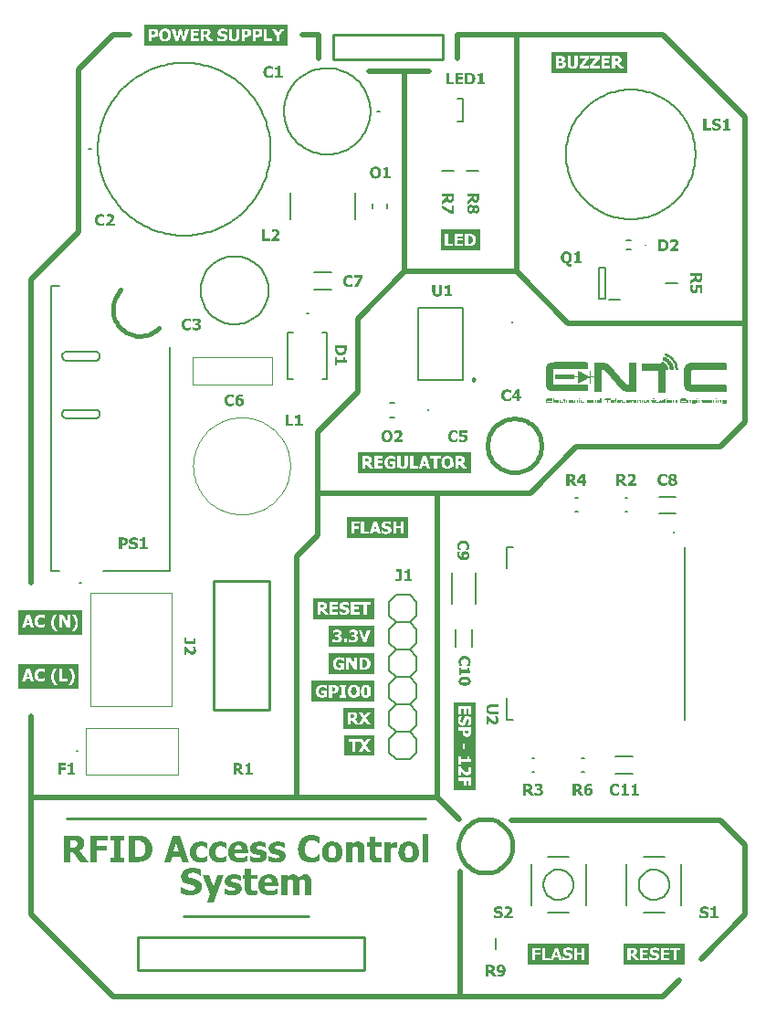
<source format=gto>
G04*
G04 #@! TF.GenerationSoftware,Altium Limited,Altium Designer,23.4.1 (23)*
G04*
G04 Layer_Color=65535*
%FSLAX25Y25*%
%MOIN*%
G70*
G04*
G04 #@! TF.SameCoordinates,90884238-BF1D-4E64-AC19-F0AC37931AF7*
G04*
G04*
G04 #@! TF.FilePolarity,Positive*
G04*
G01*
G75*
%ADD10C,0.00787*%
%ADD11C,0.01500*%
%ADD12C,0.00500*%
%ADD13C,0.00394*%
%ADD14C,0.00787*%
%ADD15C,0.00984*%
%ADD16C,0.00800*%
%ADD17C,0.01000*%
%ADD18C,0.02000*%
G36*
X239748Y243389D02*
X239757Y243380D01*
X239761Y243365D01*
X239757Y243357D01*
X239737Y243352D01*
X239677Y243348D01*
X239660Y243357D01*
X239656Y243365D01*
Y243369D01*
X239660Y243387D01*
X239677Y243393D01*
X239722Y243389D01*
X239733Y243393D01*
X239748Y243389D01*
D02*
G37*
G36*
X239740Y243464D02*
X239776Y243466D01*
X239789Y243460D01*
X239798Y243451D01*
X239804Y243430D01*
X239815Y243426D01*
X239905Y243430D01*
X239916Y243426D01*
X239931Y243423D01*
X239940Y243413D01*
X239944Y243406D01*
X239953Y243397D01*
X239980Y243389D01*
X239991Y243393D01*
X240036Y243389D01*
X240049Y243376D01*
X240053Y243369D01*
X240062Y243359D01*
X240077Y243355D01*
X240107Y243352D01*
X240116Y243346D01*
X240120Y243339D01*
X240137Y243322D01*
X240163Y243318D01*
X240174Y243322D01*
X240215Y243318D01*
X240228Y243305D01*
X240232Y243298D01*
X240241Y243288D01*
X240256Y243285D01*
X240290Y243281D01*
X240295Y243275D01*
X240299Y243268D01*
X240306Y243260D01*
X240308Y243255D01*
X240327Y243247D01*
X240379Y243251D01*
X240404Y243238D01*
X240407Y243230D01*
X240424Y243214D01*
X240461Y243210D01*
X240523Y243212D01*
X240538Y243208D01*
X240549Y243200D01*
X240561Y243182D01*
X240566Y243176D01*
X240581Y243172D01*
X240596Y243176D01*
X240611Y243172D01*
X240624Y243159D01*
X240628Y243152D01*
X240641Y243139D01*
X240648Y243135D01*
X240661Y243122D01*
X240671Y243105D01*
X240686Y243102D01*
X240747Y243103D01*
X240760Y243094D01*
X240770Y243085D01*
X240774Y243077D01*
X240783Y243068D01*
X240800Y243066D01*
X240820Y243068D01*
X240837Y243055D01*
X240841Y243047D01*
X240850Y243034D01*
X240876Y243027D01*
X240900Y243032D01*
X240921Y243034D01*
X240942Y243025D01*
X240956Y242999D01*
X240973Y242993D01*
X240999Y242997D01*
X241016Y242984D01*
X241027Y242965D01*
X241033Y242959D01*
X241082Y242956D01*
X241097Y242933D01*
X241100Y242926D01*
X241115Y242922D01*
X241153Y242918D01*
X241162Y242909D01*
X241173Y242890D01*
X241190Y242885D01*
X241216Y242888D01*
X241229Y242883D01*
X241233Y242868D01*
X241231Y242840D01*
X241240Y242827D01*
X241246Y242821D01*
X241265Y242810D01*
X241270Y242790D01*
X241267Y242782D01*
X241224Y242780D01*
X241205Y242791D01*
X241192Y242812D01*
X241186Y242817D01*
X241167Y242829D01*
X241162Y242834D01*
X241151Y242853D01*
X241130Y242859D01*
X241115Y242855D01*
X241097Y242859D01*
X241091Y242864D01*
X241087Y242879D01*
X241074Y242892D01*
X241048Y242896D01*
X241024Y242883D01*
X241020Y242868D01*
X241024Y242857D01*
X241029Y242851D01*
X241044Y242847D01*
X241087Y242846D01*
X241097Y242821D01*
X241104Y242814D01*
X241153Y242810D01*
X241158Y242805D01*
X241162Y242790D01*
X241171Y242780D01*
X241190Y242773D01*
X241199Y242763D01*
X241211Y242745D01*
X241227Y242739D01*
X241257Y242743D01*
X241267Y242752D01*
X241276Y242776D01*
X241287Y242780D01*
X241324Y242784D01*
X241332Y242780D01*
X241337Y242775D01*
X241341Y242760D01*
X241337Y242752D01*
X241332Y242747D01*
X241313Y242739D01*
X241304Y242730D01*
X241302Y242720D01*
X241306Y242709D01*
X241321Y242705D01*
X241336Y242709D01*
X241341Y242715D01*
X241351Y242739D01*
X241369Y242747D01*
X241407Y242743D01*
X241412Y242726D01*
X241416Y242719D01*
X241422Y242713D01*
X241440Y242709D01*
X241450Y242700D01*
X241453Y242685D01*
X241450Y242674D01*
X241429Y242672D01*
X241416Y242681D01*
X241412Y242696D01*
X241408Y242707D01*
X241392Y242709D01*
X241375Y242696D01*
X241379Y242677D01*
X241384Y242672D01*
X241405Y242666D01*
X241412Y242648D01*
X241416Y242640D01*
X241422Y242635D01*
X241444Y242638D01*
X241450Y242644D01*
X241453Y242659D01*
X241459Y242672D01*
X241496Y242676D01*
X241511Y242672D01*
X241517Y242666D01*
X241521Y242651D01*
X241517Y242640D01*
X241502Y242636D01*
X241483Y242625D01*
X241487Y242603D01*
X241508Y242597D01*
X241515Y242593D01*
X241521Y242588D01*
X241524Y242573D01*
X241534Y242564D01*
X241549Y242560D01*
X241573Y242562D01*
X241586Y242556D01*
X241597Y242534D01*
X241623Y242519D01*
X241629Y242513D01*
X241640Y242494D01*
X241657Y242489D01*
X241690Y242493D01*
X241700Y242502D01*
X241696Y242521D01*
X241690Y242526D01*
X241676Y242530D01*
X241642Y242534D01*
X241633Y242543D01*
X241629Y242550D01*
X241623Y242560D01*
X241595Y242573D01*
X241592Y242588D01*
X241595Y242599D01*
X241614Y242606D01*
X241629Y242618D01*
X241633Y242625D01*
X241646Y242638D01*
X241661Y242635D01*
X241666Y242629D01*
X241663Y242595D01*
X241659Y242584D01*
X241668Y242571D01*
X241683Y242567D01*
X241700Y242580D01*
X241709Y242597D01*
X241724Y242601D01*
X241732Y242597D01*
X241750Y242567D01*
X241771Y242550D01*
X241775Y242506D01*
X241780Y242500D01*
X241805Y242487D01*
X241808Y242472D01*
X241805Y242457D01*
X241795Y242455D01*
X241784Y242459D01*
X241743Y242455D01*
X241737Y242450D01*
X241741Y242427D01*
X241747Y242422D01*
X241776Y242414D01*
X241788Y242418D01*
X241795Y242422D01*
X241805Y242431D01*
X241808Y242446D01*
X241812Y242453D01*
X241832Y242459D01*
X241861Y242461D01*
X241874Y242452D01*
X241885Y242429D01*
X241909Y242420D01*
X241928Y242394D01*
X241933Y242388D01*
X241941Y242384D01*
X241954Y242371D01*
X241963Y242354D01*
X241989Y242351D01*
X242004Y242354D01*
X242044Y242349D01*
X242055Y242341D01*
X242062Y242315D01*
X242066Y242285D01*
X242072Y242280D01*
X242090Y242268D01*
X242100Y242259D01*
X242103Y242252D01*
X242109Y242246D01*
X242158Y242242D01*
X242174Y242211D01*
X242193Y242203D01*
X242204Y242192D01*
X242208Y242184D01*
X242238Y242155D01*
X242242Y242147D01*
X242255Y242134D01*
X242262Y242130D01*
X242275Y242117D01*
X242279Y242110D01*
X242284Y242104D01*
X242311Y242100D01*
X242333Y242097D01*
X242342Y242087D01*
X242346Y242080D01*
X242462Y241964D01*
X242464Y241958D01*
X242479Y241955D01*
X242516Y241951D01*
X242522Y241945D01*
X242533Y241927D01*
X242538Y241921D01*
X242546Y241917D01*
X242567Y241897D01*
X242568Y241891D01*
X242587Y241884D01*
X242621Y241880D01*
X242630Y241871D01*
X242634Y241863D01*
X242688Y241809D01*
X242695Y241805D01*
X242701Y241800D01*
X242705Y241785D01*
X242710Y241749D01*
X242722Y241738D01*
X242740Y241727D01*
X242750Y241714D01*
X242783Y241680D01*
X242787Y241673D01*
X242809Y241654D01*
X242824Y241639D01*
X242826Y241633D01*
X242834Y241630D01*
X242850Y241613D01*
X242854Y241605D01*
X242860Y241600D01*
X242867Y241596D01*
X242888Y241576D01*
X242892Y241568D01*
X242905Y241559D01*
X242918Y241546D01*
X242921Y241531D01*
X242925Y241501D01*
X242942Y241484D01*
X242949Y241480D01*
X242959Y241467D01*
X243000Y241426D01*
X243002Y241420D01*
X243017Y241417D01*
X243054Y241413D01*
X243060Y241407D01*
X243063Y241400D01*
X243076Y241383D01*
X243084Y241379D01*
X243105Y241359D01*
X243108Y241351D01*
X243121Y241342D01*
X243147Y241316D01*
X243155Y241312D01*
X243164Y241306D01*
X243168Y241292D01*
X243164Y241280D01*
X243159Y241275D01*
X243114Y241279D01*
X243047Y241346D01*
X243032Y241350D01*
X243002Y241353D01*
X242996Y241359D01*
X242985Y241377D01*
X242979Y241383D01*
X242961Y241394D01*
X242948Y241415D01*
X242942Y241420D01*
X242921Y241419D01*
X242918Y241404D01*
X242921Y241389D01*
X242927Y241383D01*
X242946Y241372D01*
X242951Y241366D01*
X242955Y241359D01*
X242964Y241346D01*
X242983Y241338D01*
X242992Y241329D01*
X243004Y241310D01*
X243017Y241301D01*
X243034Y241288D01*
X243037Y241280D01*
X243043Y241275D01*
X243050Y241271D01*
X243063Y241258D01*
X243067Y241250D01*
X243076Y241241D01*
X243091Y241237D01*
X243155Y241234D01*
X243176Y241217D01*
X243179Y241209D01*
X243192Y241196D01*
X243200Y241193D01*
X243209Y241179D01*
X243226Y241163D01*
X243233Y241159D01*
X243239Y241153D01*
X243243Y241146D01*
X243256Y241133D01*
X243263Y241129D01*
X243276Y241116D01*
X243280Y241101D01*
X243284Y241071D01*
X243327Y241028D01*
X243334Y241024D01*
X243344Y241019D01*
X243351Y241000D01*
X243355Y240993D01*
X243383Y240980D01*
X243388Y240974D01*
X243392Y240929D01*
X243402Y240920D01*
X243409Y240916D01*
X243418Y240907D01*
X243426Y240888D01*
X243454Y240875D01*
X243459Y240869D01*
X243465Y240849D01*
X243491Y240834D01*
X243497Y240828D01*
X243500Y240780D01*
X243529Y240767D01*
X243534Y240754D01*
X243523Y240735D01*
X243506Y240733D01*
X243500Y240739D01*
X243484Y240770D01*
X243463Y240776D01*
X243456Y240795D01*
X243459Y240821D01*
X243450Y240838D01*
X243435Y240841D01*
X243428Y240845D01*
X243422Y240851D01*
X243418Y240877D01*
X243394Y240879D01*
X243381Y240866D01*
X243385Y240851D01*
X243394Y240841D01*
X243413Y240838D01*
X243418Y240832D01*
X243422Y240784D01*
X243431Y240774D01*
X243446Y240770D01*
X243452Y240765D01*
X243456Y240750D01*
X243459Y240712D01*
X243472Y240703D01*
X243489Y240686D01*
X243493Y240679D01*
X243506Y240666D01*
X243517Y240662D01*
X243523Y240656D01*
X243532Y240632D01*
X243551Y240625D01*
X243558Y240621D01*
X243564Y240615D01*
X243568Y240600D01*
X243577Y240591D01*
X243631Y240593D01*
X243639Y240585D01*
X243635Y240571D01*
X243622Y240558D01*
X243614Y240554D01*
X243601Y240541D01*
X243605Y240526D01*
X243611Y240520D01*
X243626Y240516D01*
X243650Y240522D01*
X243669Y240537D01*
X243672Y240544D01*
X243685Y240558D01*
X243700Y240554D01*
X243710Y240544D01*
X243713Y240537D01*
X243719Y240528D01*
X243726Y240524D01*
X243743Y240511D01*
X243740Y240492D01*
X243730Y240483D01*
X243723Y240479D01*
X243710Y240466D01*
X243702Y240425D01*
X243697Y240419D01*
X243672Y240406D01*
X243669Y240391D01*
X243672Y240380D01*
X243678Y240374D01*
X243697Y240378D01*
X243706Y240388D01*
X243715Y240408D01*
X243740Y240421D01*
X243755Y240447D01*
X243760Y240453D01*
X243779Y240449D01*
X243784Y240432D01*
X243775Y240416D01*
X243749Y240401D01*
X243745Y240386D01*
X243741Y240363D01*
X243736Y240350D01*
X243706Y240332D01*
X243710Y240313D01*
X243715Y240307D01*
X243740Y240294D01*
X243743Y240279D01*
X243749Y240270D01*
X243764Y240266D01*
X243771Y240270D01*
X243777Y240276D01*
X243781Y240290D01*
X243777Y240298D01*
X243771Y240303D01*
X243753Y240311D01*
X243747Y240317D01*
X243751Y240339D01*
X243756Y240345D01*
X243777Y240354D01*
X243781Y240361D01*
X243797Y240378D01*
X243809Y240374D01*
X243818Y240365D01*
X243827Y240348D01*
X243835Y240345D01*
X243852Y240332D01*
X243848Y240313D01*
X243822Y240298D01*
X243818Y240287D01*
X243827Y240270D01*
X243835Y240266D01*
X243852Y240253D01*
X243855Y240238D01*
X243859Y240208D01*
X243872Y240195D01*
X243880Y240191D01*
X243889Y240182D01*
X243893Y240141D01*
X243902Y240128D01*
X243910Y240124D01*
X243919Y240119D01*
X243926Y240100D01*
X243930Y240066D01*
X243943Y240053D01*
X243951Y240050D01*
X243960Y240040D01*
X243964Y239995D01*
X243981Y239979D01*
X243988Y239975D01*
X243994Y239969D01*
X243997Y239954D01*
X244001Y239917D01*
X244007Y239911D01*
X244027Y239906D01*
X244038Y239879D01*
X244031Y239846D01*
X244014Y239840D01*
X244007Y239844D01*
X243997Y239853D01*
X243994Y239868D01*
X243990Y239909D01*
X243975Y239913D01*
X243962Y239922D01*
X243954Y239941D01*
X243947Y239949D01*
X243937Y239950D01*
X243923Y239939D01*
X243919Y239924D01*
X243932Y239911D01*
X243951Y239904D01*
X243956Y239898D01*
X243960Y239820D01*
X243966Y239810D01*
X243973Y239807D01*
X243994Y239790D01*
X243997Y239775D01*
X243990Y239730D01*
X243994Y239719D01*
X243997Y239711D01*
X244003Y239702D01*
X244010Y239698D01*
X244023Y239689D01*
X244031Y239663D01*
X244035Y239637D01*
X244048Y239624D01*
X244055Y239620D01*
X244061Y239614D01*
X244064Y239599D01*
X244068Y239566D01*
X244078Y239556D01*
X244085Y239553D01*
X244098Y239540D01*
X244109Y239521D01*
X244126Y239519D01*
X244135Y239525D01*
X244139Y239532D01*
X244147Y239540D01*
X244150Y239547D01*
X244156Y239553D01*
X244171Y239556D01*
X244201Y239553D01*
X244210Y239543D01*
X244207Y239525D01*
X244197Y239515D01*
X244190Y239511D01*
X244182Y239504D01*
X244175Y239500D01*
X244163Y239489D01*
X244156Y239485D01*
X244149Y239478D01*
X244143Y239476D01*
X244139Y239461D01*
X244143Y239454D01*
X244149Y239448D01*
X244163Y239444D01*
X244234Y239448D01*
X244244Y239442D01*
X244248Y239427D01*
X244238Y239414D01*
X244231Y239411D01*
X244218Y239401D01*
X244214Y239386D01*
X244220Y239373D01*
X244234Y239370D01*
X244255Y239375D01*
X244268Y239377D01*
X244281Y239368D01*
X244278Y239345D01*
X244264Y239332D01*
X244257Y239329D01*
X244248Y239319D01*
X244244Y239293D01*
X244251Y239274D01*
X244257Y239269D01*
X244272Y239265D01*
X244287Y239269D01*
X244313Y239265D01*
X244319Y239248D01*
X244309Y239231D01*
X244290Y239220D01*
X244285Y239215D01*
X244281Y239188D01*
X244285Y239136D01*
X244298Y239123D01*
X244305Y239119D01*
X244319Y239106D01*
X244322Y239080D01*
X244319Y239032D01*
X244328Y239018D01*
X244347Y239007D01*
X244352Y239002D01*
X244360Y238972D01*
X244356Y238957D01*
X244352Y238927D01*
X244369Y238906D01*
X244414Y238910D01*
X244423Y238901D01*
X244427Y238890D01*
X244410Y238869D01*
X244403Y238865D01*
X244393Y238856D01*
X244391Y238839D01*
X244393Y238807D01*
X244390Y238796D01*
X244393Y238774D01*
X244399Y238768D01*
X244418Y238757D01*
X244427Y238748D01*
X244431Y238699D01*
X244427Y238658D01*
X244423Y238647D01*
X244434Y238628D01*
X244444Y238619D01*
X244451Y238615D01*
X244461Y238606D01*
X244464Y238591D01*
X244462Y238458D01*
X244472Y238445D01*
X244492Y238432D01*
X244498Y238426D01*
X244502Y238389D01*
X244500Y238227D01*
X244526Y238223D01*
X244535Y238213D01*
X244539Y238187D01*
X244535Y238161D01*
X244533Y237954D01*
X244535Y237937D01*
X244531Y237926D01*
X244530Y237905D01*
X244507Y237901D01*
X244498Y237896D01*
X244494Y237881D01*
X244498Y237448D01*
X244503Y237442D01*
X244526Y237446D01*
X244531Y237451D01*
X244535Y237466D01*
X244531Y237537D01*
X244535Y237903D01*
X244548Y237905D01*
X244569Y237896D01*
X244573Y237881D01*
X244571Y237412D01*
X244573Y237380D01*
X244567Y237371D01*
X244541Y237364D01*
X244535Y237369D01*
X244531Y237392D01*
X244522Y237401D01*
X244500Y237397D01*
X244494Y237392D01*
X244498Y237373D01*
X244503Y237367D01*
X244533Y237360D01*
X244535Y237351D01*
X244526Y237330D01*
X244511Y237326D01*
X244440Y237330D01*
X243624Y237328D01*
X243611Y237334D01*
X243601Y237343D01*
X243598Y237369D01*
X243601Y237474D01*
X243605Y237687D01*
X243628Y237690D01*
X243635Y237694D01*
X243642Y237713D01*
X243639Y237784D01*
X243640Y237920D01*
X243635Y237933D01*
X243629Y237939D01*
X243611Y237935D01*
X243601Y237926D01*
X243599Y237901D01*
X243601Y237690D01*
X243577Y237689D01*
X243564Y237698D01*
X243560Y237713D01*
X243562Y237756D01*
X243560Y237926D01*
X243564Y237937D01*
X243562Y238010D01*
X243536Y238014D01*
X243527Y238023D01*
X243523Y238049D01*
X243527Y238060D01*
X243529Y238219D01*
X243527Y238240D01*
X243536Y238256D01*
X243560Y238269D01*
X243568Y238288D01*
X243564Y238348D01*
X243566Y238432D01*
X243558Y238439D01*
X243542Y238441D01*
X243530Y238434D01*
X243527Y238415D01*
X243521Y238406D01*
X243506Y238402D01*
X243493Y238408D01*
X243489Y238423D01*
X243500Y238441D01*
X243515Y238445D01*
X243527Y238449D01*
X243530Y238464D01*
X243529Y238566D01*
X243530Y238602D01*
X243517Y238619D01*
X243499Y238630D01*
X243493Y238635D01*
X243495Y238738D01*
X243487Y238757D01*
X243461Y238776D01*
X243448Y238796D01*
X243431Y238802D01*
X243420Y238798D01*
X243390Y238802D01*
X243385Y238819D01*
X243394Y238832D01*
X243420Y238847D01*
X243422Y238860D01*
X243416Y238865D01*
X243398Y238877D01*
X243392Y238882D01*
X243388Y238897D01*
X243385Y238905D01*
X243372Y238906D01*
X243353Y238895D01*
X243342Y238873D01*
X243331Y238869D01*
X243316Y238873D01*
X243310Y238890D01*
X243319Y238906D01*
X243338Y238914D01*
X243347Y238923D01*
X243351Y238934D01*
X243357Y238940D01*
X243372Y238944D01*
X243385Y238938D01*
X243388Y238908D01*
X243402Y238906D01*
X243413Y238910D01*
X243420Y238914D01*
X243426Y238931D01*
X243416Y238944D01*
X243396Y238949D01*
X243388Y238953D01*
X243377Y238972D01*
X243372Y238977D01*
X243364Y238981D01*
X243355Y238990D01*
X243349Y239011D01*
X243319Y239007D01*
X243310Y238987D01*
X243306Y238979D01*
X243286Y238977D01*
X243276Y238987D01*
X243280Y239009D01*
X243286Y239015D01*
X243304Y239022D01*
X243310Y239028D01*
X243314Y239039D01*
X243323Y239048D01*
X243340Y239050D01*
X243347Y239047D01*
X243351Y239020D01*
X243353Y239015D01*
X243379Y239018D01*
X243388Y239028D01*
X243385Y239047D01*
X243379Y239052D01*
X243358Y239058D01*
X243351Y239065D01*
X243342Y239082D01*
X243334Y239086D01*
X243321Y239095D01*
X243317Y239110D01*
X243321Y239121D01*
X243340Y239125D01*
X243351Y239132D01*
X243355Y239147D01*
X243345Y239160D01*
X243323Y239157D01*
X243317Y239151D01*
X243314Y239136D01*
X243310Y239129D01*
X243304Y239123D01*
X243286Y239119D01*
X243280Y239114D01*
X243274Y239093D01*
X243267Y239086D01*
X243245Y239089D01*
X243239Y239095D01*
X243243Y239117D01*
X243263Y239127D01*
X243271Y239130D01*
X243276Y239147D01*
X243278Y239198D01*
X243276Y239211D01*
X243282Y239224D01*
X243297Y239228D01*
X243316Y239239D01*
X243317Y239256D01*
X243308Y239269D01*
X243289Y239265D01*
X243280Y239256D01*
X243276Y239241D01*
X243273Y239233D01*
X243252Y239231D01*
X243243Y239237D01*
X243239Y239252D01*
X243243Y239289D01*
X243233Y239299D01*
X243209Y239312D01*
X243205Y239327D01*
X243207Y239351D01*
X243202Y239364D01*
X243192Y239373D01*
X243185Y239377D01*
X243176Y239383D01*
X243172Y239390D01*
X243168Y239401D01*
X243164Y239442D01*
X243140Y239452D01*
X243131Y239461D01*
X243127Y239513D01*
X243103Y239523D01*
X243097Y239528D01*
X243093Y239555D01*
X243097Y239592D01*
X243101Y239614D01*
X243106Y239620D01*
X243127Y239626D01*
X243138Y239637D01*
X243134Y239659D01*
X243129Y239665D01*
X243110Y239661D01*
X243105Y239655D01*
X243091Y239627D01*
X243065Y239631D01*
X243060Y239637D01*
X243063Y239682D01*
X243073Y239691D01*
X243088Y239695D01*
X243101Y239708D01*
X243097Y239730D01*
X243091Y239736D01*
X243073Y239732D01*
X243054Y239698D01*
X243032Y239702D01*
X243026Y239708D01*
X243022Y239723D01*
X243028Y239751D01*
X243035Y239762D01*
X243050Y239766D01*
X243060Y239771D01*
X243063Y239779D01*
X243067Y239790D01*
X243063Y239801D01*
X243058Y239807D01*
X243039Y239803D01*
X243030Y239794D01*
X243022Y239775D01*
X243017Y239769D01*
X242994Y239773D01*
X242989Y239779D01*
X242992Y239827D01*
X242998Y239833D01*
X243022Y239842D01*
X243030Y239850D01*
X243026Y239872D01*
X243009Y239878D01*
X242994Y239874D01*
X242989Y239842D01*
X242983Y239837D01*
X242961Y239840D01*
X242951Y239850D01*
X242955Y239865D01*
X242968Y239878D01*
X242987Y239885D01*
X242992Y239902D01*
X242996Y239928D01*
X242983Y239945D01*
X242961Y239941D01*
X242942Y239911D01*
X242925Y239898D01*
X242921Y239891D01*
X242908Y239874D01*
X242886Y239878D01*
X242880Y239883D01*
X242884Y239902D01*
X242893Y239911D01*
X242901Y239915D01*
X242914Y239924D01*
X242918Y239932D01*
X242931Y239949D01*
X242951Y239958D01*
X242959Y239984D01*
X242955Y240010D01*
X242949Y240016D01*
X242934Y240020D01*
X242925Y240014D01*
X242910Y239988D01*
X242880Y239958D01*
X242877Y239950D01*
X242860Y239945D01*
X242849Y239949D01*
X242843Y239962D01*
X242854Y239980D01*
X242877Y239995D01*
X242893Y240016D01*
X242901Y240023D01*
X242918Y240033D01*
X242921Y240048D01*
X242918Y240081D01*
X242912Y240087D01*
X242893Y240094D01*
X242888Y240100D01*
X242884Y240122D01*
X242879Y240128D01*
X242867Y240132D01*
X242850Y240119D01*
X242847Y240104D01*
X242856Y240094D01*
X242880Y240085D01*
X242877Y240062D01*
X242834Y240020D01*
X242819Y240023D01*
X242813Y240029D01*
X242809Y240036D01*
X242800Y240050D01*
X242781Y240061D01*
X242776Y240066D01*
X242779Y240081D01*
X242793Y240094D01*
X242800Y240098D01*
X242809Y240107D01*
X242813Y240134D01*
X242819Y240154D01*
X242845Y240169D01*
X242850Y240175D01*
X242847Y240193D01*
X242841Y240199D01*
X242821Y240205D01*
X242813Y240223D01*
X242808Y240236D01*
X242794Y240238D01*
X242781Y240229D01*
X242770Y240203D01*
X242744Y240206D01*
X242738Y240212D01*
X242735Y240227D01*
X242738Y240238D01*
X242742Y240261D01*
X242748Y240266D01*
X242770Y240270D01*
X242776Y240276D01*
X242779Y240290D01*
X242774Y240303D01*
X242750Y240313D01*
X242733Y240345D01*
X242710Y240341D01*
X242705Y240324D01*
X242707Y240311D01*
X242737Y240300D01*
X242742Y240279D01*
X242737Y240266D01*
X242710Y240270D01*
X242705Y240276D01*
X242701Y240290D01*
X242697Y240298D01*
X242688Y240307D01*
X242677Y240311D01*
X242664Y240324D01*
X242660Y240332D01*
X242654Y240341D01*
X242647Y240345D01*
X242630Y240361D01*
X242626Y240369D01*
X242617Y240378D01*
X242610Y240382D01*
X242589Y240403D01*
X242587Y240408D01*
X242580Y240412D01*
X242563Y240429D01*
X242559Y240444D01*
X242563Y240507D01*
X242568Y240513D01*
X242576Y240516D01*
X242596Y240533D01*
X242593Y240552D01*
X242561Y240572D01*
X242552Y240585D01*
X242542Y240595D01*
X242535Y240599D01*
X242526Y240608D01*
X242522Y240653D01*
X242512Y240662D01*
X242505Y240666D01*
X242492Y240675D01*
X242488Y240683D01*
X242479Y240696D01*
X242471Y240700D01*
X242451Y240720D01*
X242447Y240727D01*
X242441Y240733D01*
X242434Y240737D01*
X242417Y240754D01*
X242413Y240761D01*
X242404Y240770D01*
X242378Y240774D01*
X242352Y240770D01*
X242322Y240774D01*
X242313Y240784D01*
X242301Y240802D01*
X242288Y240811D01*
X242279Y240817D01*
X242275Y240825D01*
X242262Y240841D01*
X242255Y240845D01*
X242245Y240851D01*
X242242Y240858D01*
X242234Y240866D01*
X242230Y240873D01*
X242217Y240882D01*
X242187Y240912D01*
X242180Y240916D01*
X242167Y240929D01*
X242158Y240946D01*
X242143Y240950D01*
X242129Y240963D01*
X242118Y240982D01*
X242098Y240995D01*
X242085Y241015D01*
X242079Y241021D01*
X242060Y241032D01*
X242047Y241053D01*
X242027Y241066D01*
X242021Y241071D01*
X242025Y241094D01*
X242031Y241099D01*
X242049Y241095D01*
X242058Y241086D01*
X242070Y241067D01*
X242075Y241062D01*
X242083Y241058D01*
X242100Y241041D01*
X242103Y241034D01*
X242109Y241028D01*
X242116Y241024D01*
X242137Y241004D01*
X242141Y240996D01*
X242146Y240991D01*
X242154Y240987D01*
X242163Y240978D01*
X242174Y240959D01*
X242187Y240953D01*
X242204Y240963D01*
X242208Y240989D01*
X242200Y241008D01*
X242184Y241024D01*
X242176Y241028D01*
X242171Y241034D01*
X242167Y241041D01*
X242075Y241133D01*
X242068Y241137D01*
X242049Y241159D01*
X242042Y241166D01*
X242034Y241170D01*
X242025Y241179D01*
X242021Y241187D01*
X242004Y241204D01*
X241997Y241208D01*
X241991Y241213D01*
X241987Y241221D01*
X241967Y241241D01*
X241960Y241245D01*
X241954Y241250D01*
X241950Y241258D01*
X241933Y241275D01*
X241926Y241279D01*
X241917Y241288D01*
X241913Y241295D01*
X241896Y241312D01*
X241888Y241316D01*
X241879Y241325D01*
X241876Y241333D01*
X241870Y241342D01*
X241851Y241350D01*
X241825Y241346D01*
X241812Y241333D01*
X241808Y241321D01*
X241799Y241312D01*
X241788Y241308D01*
X241771Y241321D01*
X241760Y241340D01*
X241715Y241344D01*
X241707Y241348D01*
X241692Y241374D01*
X241666Y241389D01*
X241651Y241415D01*
X241631Y241428D01*
X241625Y241434D01*
X241621Y241441D01*
X241595Y241467D01*
X241592Y241475D01*
X241579Y241488D01*
X241571Y241491D01*
X241558Y241501D01*
X241556Y241518D01*
X241560Y241540D01*
X241562Y241568D01*
X241550Y241587D01*
X241537Y241600D01*
X241530Y241603D01*
X241521Y241613D01*
X241517Y241620D01*
X241508Y241630D01*
X241500Y241633D01*
X241494Y241639D01*
X241491Y241647D01*
X241478Y241667D01*
X241468Y241669D01*
X241450Y241654D01*
X241438Y241635D01*
X241425Y241633D01*
X241412Y241647D01*
X241408Y241695D01*
X241403Y241701D01*
X241395Y241704D01*
X241382Y241717D01*
X241379Y241725D01*
X241373Y241734D01*
X241354Y241742D01*
X241347Y241745D01*
X241334Y241774D01*
X241328Y241779D01*
X241285Y241777D01*
X241278Y241781D01*
X241268Y241805D01*
X241261Y241813D01*
X241246Y241809D01*
X241237Y241800D01*
X241226Y241781D01*
X241220Y241775D01*
X241205Y241779D01*
X241199Y241785D01*
X241201Y241831D01*
X241192Y241844D01*
X241173Y241852D01*
X241166Y241859D01*
X241162Y241878D01*
X241156Y241884D01*
X241141Y241887D01*
X241128Y241878D01*
X241121Y241859D01*
X241117Y241852D01*
X241100Y241846D01*
X241057Y241844D01*
X241035Y241848D01*
X241022Y241858D01*
X241016Y241878D01*
X241013Y241912D01*
X241003Y241921D01*
X240966Y241917D01*
X240955Y241921D01*
X240949Y241927D01*
X240951Y241951D01*
X240975Y241960D01*
X240983Y241964D01*
X240986Y241979D01*
X240981Y241992D01*
X240966Y241996D01*
X240949Y241986D01*
Y241983D01*
X240936Y241958D01*
X240906Y241951D01*
X240887Y241955D01*
X240882Y241960D01*
X240878Y241983D01*
X240884Y241988D01*
X240908Y241998D01*
X240915Y242016D01*
X240910Y242026D01*
X240895Y242029D01*
X240882Y242035D01*
X240872Y242059D01*
X240865Y242067D01*
X240846Y242063D01*
X240841Y242057D01*
X240828Y242033D01*
X240813Y242029D01*
X240779Y242022D01*
X240774Y242016D01*
X240760Y241992D01*
X240745Y241988D01*
X240734Y241992D01*
X240729Y241998D01*
X240732Y242016D01*
X240738Y242022D01*
X240764Y242037D01*
X240777Y242057D01*
X240783Y242063D01*
X240802Y242074D01*
X240807Y242080D01*
X240803Y242098D01*
X240787Y242104D01*
X240766Y242087D01*
X240755Y242069D01*
X240734Y242063D01*
X240712Y242059D01*
X240703Y242054D01*
X240687Y242027D01*
X240673Y242024D01*
X240659Y242029D01*
X240658Y242046D01*
X240663Y242056D01*
X240671Y242059D01*
X240695Y242076D01*
X240706Y242095D01*
X240727Y242108D01*
X240736Y242117D01*
X240732Y242132D01*
X240727Y242138D01*
X240704Y242134D01*
X240695Y242125D01*
X240684Y242106D01*
X240667Y242100D01*
X240639Y242095D01*
X240628Y242084D01*
X240617Y242065D01*
X240600Y242059D01*
X240592Y242063D01*
X240587Y242069D01*
X240590Y242091D01*
X240596Y242097D01*
X240603Y242100D01*
X240624Y242117D01*
X240648Y242141D01*
X240656Y242145D01*
X240661Y242162D01*
X240652Y242171D01*
X240637Y242175D01*
X240605Y242169D01*
X240598Y242166D01*
X240583Y242140D01*
X240570Y242130D01*
X240561Y242125D01*
X240557Y242117D01*
X240540Y242097D01*
X240518Y242100D01*
X240512Y242113D01*
X240523Y242132D01*
X240544Y242145D01*
X240549Y242151D01*
X240553Y242158D01*
X240562Y242168D01*
X240587Y242181D01*
X240583Y242203D01*
X240577Y242209D01*
X240532Y242205D01*
X240523Y242196D01*
X240512Y242177D01*
X240503Y242168D01*
X240480Y242171D01*
X240478Y242192D01*
X240488Y242201D01*
X240514Y242216D01*
X240516Y242233D01*
X240503Y242246D01*
X240458Y242242D01*
X240452Y242237D01*
X240443Y242212D01*
X240435Y242205D01*
X240422Y242203D01*
X240409Y242209D01*
X240407Y242229D01*
X240417Y242238D01*
X240441Y242248D01*
X240445Y242259D01*
X240441Y242270D01*
X240432Y242280D01*
X240424Y242283D01*
X240407Y242296D01*
X240404Y242304D01*
X240394Y242313D01*
X240379Y242317D01*
X240336Y242311D01*
X240335Y242309D01*
X240323Y242313D01*
X240306Y242323D01*
X240303Y242330D01*
X240290Y242347D01*
X240271Y242354D01*
X240241Y242351D01*
X240235Y242345D01*
X240232Y242330D01*
X240235Y242319D01*
X240264Y242306D01*
X240269Y242289D01*
X240265Y242282D01*
X240260Y242276D01*
X240234Y242280D01*
X240228Y242296D01*
X240219Y242313D01*
X240140Y242309D01*
X240127Y242319D01*
X240118Y242343D01*
X240107Y242347D01*
X240066Y242351D01*
X240056Y242360D01*
X240053Y242367D01*
X240039Y242380D01*
X240024Y242384D01*
X239991Y242388D01*
X239982Y242397D01*
X239970Y242416D01*
X239965Y242422D01*
X239918Y242420D01*
X239911Y242427D01*
X239907Y242442D01*
X239911Y242453D01*
X239926Y242457D01*
X239944Y242468D01*
X239946Y242481D01*
X239937Y242494D01*
X239916Y242496D01*
X239907Y242487D01*
X239901Y242463D01*
X239890Y242459D01*
X239811Y242455D01*
X239802Y242465D01*
X239798Y242479D01*
X239802Y242487D01*
X239808Y242493D01*
X239826Y242496D01*
X239840Y242509D01*
X239836Y242524D01*
X239830Y242530D01*
X239815Y242534D01*
X239808Y242530D01*
X239798Y242521D01*
X239793Y242496D01*
X239778Y242493D01*
X239703Y242489D01*
X239698Y242483D01*
X239688Y242459D01*
X239673Y242455D01*
X239658Y242459D01*
X239653Y242465D01*
X239656Y242483D01*
X239662Y242489D01*
X239686Y242498D01*
X239700Y242526D01*
X239724Y242535D01*
X239731Y242554D01*
X239727Y242562D01*
X239722Y242567D01*
X239700Y242564D01*
X239690Y242554D01*
X239686Y242539D01*
X239681Y242534D01*
X239655Y242530D01*
X239640Y242526D01*
X239591Y242522D01*
X239582Y242498D01*
X239576Y242493D01*
X239561Y242489D01*
X239548Y242498D01*
X239544Y242513D01*
X239554Y242526D01*
X239574Y242532D01*
X239582Y242535D01*
X239585Y242562D01*
X239584Y242567D01*
X239558Y242571D01*
X239552Y242577D01*
X239548Y242592D01*
X239544Y242625D01*
X239535Y242635D01*
X239528Y242638D01*
X239522Y242644D01*
X239518Y242651D01*
X239509Y242668D01*
X239494Y242672D01*
X239487Y242668D01*
X239477Y242659D01*
X239481Y242618D01*
X239487Y242608D01*
X239494Y242605D01*
X239507Y242595D01*
X239511Y242580D01*
X239507Y242565D01*
X239487Y242564D01*
X239477Y242573D01*
X239462Y242599D01*
X239442Y242612D01*
X239436Y242629D01*
X239440Y242692D01*
X239453Y242705D01*
X239460Y242709D01*
X239474Y242719D01*
X239477Y242734D01*
X239474Y242793D01*
X239490Y242814D01*
X239507Y242827D01*
X239514Y242857D01*
X239502Y242881D01*
X239494Y242885D01*
X239481Y242894D01*
X239477Y242909D01*
X239481Y242920D01*
X239487Y242926D01*
X239520Y242922D01*
X239528Y242918D01*
X239541Y242924D01*
X239544Y242939D01*
X239541Y242950D01*
X239528Y242963D01*
X239520Y242967D01*
X239514Y242973D01*
X239511Y242984D01*
X239520Y242997D01*
X239537Y242999D01*
X239572Y242997D01*
X239582Y243006D01*
X239589Y243032D01*
X239585Y243047D01*
X239580Y243057D01*
X239572Y243060D01*
X239552Y243074D01*
X239548Y243088D01*
X239554Y243102D01*
X239569Y243105D01*
X239604Y243103D01*
X239612Y243107D01*
X239619Y243133D01*
X239623Y243200D01*
X239632Y243210D01*
X239711Y243206D01*
X239727Y243219D01*
X239724Y243242D01*
X239707Y243247D01*
X239666Y243251D01*
X239656Y243260D01*
X239660Y243279D01*
X239666Y243285D01*
X239685Y243288D01*
X239696Y243285D01*
X239714Y243288D01*
X239727Y243298D01*
X239731Y243305D01*
X239737Y243311D01*
X239756Y243322D01*
X239761Y243327D01*
X239770Y243352D01*
X239785Y243355D01*
X239795Y243361D01*
X239802Y243387D01*
X239797Y243415D01*
X239789Y243423D01*
X239718Y243426D01*
X239700Y243430D01*
X239694Y243436D01*
X239692Y243449D01*
X239701Y243462D01*
X239716Y243466D01*
X239729Y243467D01*
X239740Y243464D01*
D02*
G37*
G36*
X241573Y242640D02*
X241586Y242631D01*
X241588Y242603D01*
X241534Y242601D01*
X241528Y242606D01*
X241524Y242621D01*
X241526Y242638D01*
X241564Y242642D01*
X241571D01*
X241573Y242640D01*
D02*
G37*
G36*
X239244Y242063D02*
X239257Y242050D01*
X239261Y242035D01*
X239257Y241998D01*
X239240Y241996D01*
X239219Y242013D01*
X239206Y242026D01*
X239199Y242029D01*
X239193Y242035D01*
X239190Y242050D01*
X239199Y242063D01*
X239214Y242067D01*
X239229D01*
X239244Y242063D01*
D02*
G37*
G36*
X239322Y242168D02*
X239328Y242162D01*
X239332Y242155D01*
X239345Y242138D01*
X239359Y242134D01*
X239455Y242136D01*
X239468Y242130D01*
X239474Y242125D01*
X239485Y242106D01*
X239490Y242100D01*
X239505Y242097D01*
X239565Y242100D01*
X239582Y242087D01*
X239593Y242069D01*
X239599Y242063D01*
X239647Y242059D01*
X239653Y242054D01*
X239666Y242029D01*
X239681Y242026D01*
X239692Y242029D01*
X239722Y242026D01*
X239727Y242009D01*
X239724Y241990D01*
X239705Y241986D01*
X239686Y241971D01*
X239690Y241934D01*
X239700Y241921D01*
X239722Y241925D01*
X239727Y241930D01*
X239731Y241945D01*
X239735Y241990D01*
X239782Y241992D01*
X239798Y241975D01*
X239802Y241968D01*
X239811Y241958D01*
X239834Y241951D01*
X239845Y241955D01*
X239882Y241958D01*
X239927Y241955D01*
X239944Y241938D01*
X239948Y241930D01*
X239953Y241925D01*
X239968Y241921D01*
X240002Y241917D01*
X240011Y241908D01*
X240015Y241900D01*
X240023Y241893D01*
X240026Y241885D01*
X240047Y241880D01*
X240058Y241884D01*
X240077Y241880D01*
X240082Y241874D01*
X240094Y241856D01*
X240103Y241846D01*
X240148Y241843D01*
X240157Y241833D01*
X240161Y241826D01*
X240174Y241813D01*
X240181Y241809D01*
X240194Y241796D01*
X240198Y241788D01*
X240204Y241783D01*
X240219Y241779D01*
X240252Y241775D01*
X240262Y241766D01*
X240265Y241758D01*
X240279Y241745D01*
X240293Y241742D01*
X240323Y241738D01*
X240340Y241721D01*
X240344Y241714D01*
X240364Y241704D01*
X240435Y241701D01*
X240441Y241695D01*
X240452Y241676D01*
X240458Y241671D01*
X240473Y241667D01*
X240506Y241663D01*
X240516Y241654D01*
X240519Y241647D01*
X240529Y241633D01*
X240544Y241630D01*
X240570Y241633D01*
X240587Y241624D01*
X240590Y241605D01*
X240587Y241594D01*
X240583Y241572D01*
X240577Y241566D01*
X240551Y241562D01*
X240529Y241566D01*
X240523Y241572D01*
X240508Y241598D01*
X240491Y241600D01*
X240482Y241594D01*
X240478Y241579D01*
X240482Y241568D01*
X240488Y241562D01*
X240512Y241553D01*
X240527Y241527D01*
X240532Y241521D01*
X240577Y241525D01*
X240583Y241531D01*
X240598Y241557D01*
X240618Y241570D01*
X240624Y241576D01*
X240635Y241594D01*
X240652Y241596D01*
X240661Y241587D01*
X240674Y241562D01*
X240682Y241559D01*
X240695Y241549D01*
X240699Y241501D01*
X240708Y241491D01*
X240723Y241488D01*
X240760Y241484D01*
X240775Y241461D01*
X240783Y241454D01*
X240822Y241456D01*
X240835Y241447D01*
X240846Y241424D01*
X240871Y241415D01*
X240889Y241381D01*
X240902Y241379D01*
X240914Y241383D01*
X240936Y241379D01*
X240942Y241374D01*
X240953Y241355D01*
X240958Y241350D01*
X240996Y241346D01*
X241007Y241342D01*
X241016Y241333D01*
X241020Y241325D01*
X241063Y241282D01*
X241070Y241279D01*
X241078Y241271D01*
X241084Y241269D01*
X241098Y241243D01*
X241125Y241228D01*
X241128Y241221D01*
X241140Y241209D01*
X241143Y241202D01*
X241179Y241166D01*
X241186Y241163D01*
X241196Y241153D01*
X241199Y241146D01*
X241209Y241137D01*
X241224Y241133D01*
X241253Y241129D01*
X241263Y241124D01*
X241267Y241116D01*
X241382Y241000D01*
X241386Y240993D01*
X241407Y240983D01*
X241418Y240987D01*
X241444Y240991D01*
X241466Y240987D01*
X241483Y240974D01*
X241487Y240967D01*
X241612Y240841D01*
X241620Y240838D01*
X241625Y240832D01*
X241629Y240825D01*
X241638Y240811D01*
X241657Y240800D01*
X241663Y240795D01*
X241666Y240780D01*
X241663Y240746D01*
X241666Y240735D01*
X241670Y240709D01*
X241676Y240703D01*
X241720Y240700D01*
X241734Y240686D01*
X241737Y240671D01*
X241741Y240638D01*
X241769Y240625D01*
X241780Y240599D01*
X241795Y240595D01*
X241832Y240591D01*
X241842Y240582D01*
X241846Y240556D01*
X241849Y240533D01*
X241855Y240524D01*
X241862Y240520D01*
X241926Y240457D01*
X241933Y240453D01*
X241946Y240440D01*
X241958Y240421D01*
X241963Y240416D01*
X242016Y240412D01*
X242021Y240406D01*
X242017Y240388D01*
X242008Y240378D01*
X241978Y240371D01*
X241960Y240382D01*
X241945Y240404D01*
X241926Y240412D01*
X241898Y240417D01*
X241887Y240425D01*
X241883Y240432D01*
X241866Y240453D01*
X241847Y240449D01*
X241842Y240444D01*
X241846Y240421D01*
X241855Y240412D01*
X241870Y240408D01*
X241879Y240399D01*
X241883Y240391D01*
X241896Y240374D01*
X241903Y240371D01*
X241933Y240341D01*
X241941Y240337D01*
X241946Y240332D01*
X241950Y240305D01*
X241946Y240294D01*
X241958Y240276D01*
X241978Y240262D01*
X241984Y240257D01*
X241987Y240242D01*
X241993Y240236D01*
X242019Y240221D01*
X242025Y240216D01*
X242029Y240208D01*
X242034Y240199D01*
X242042Y240195D01*
X242049Y240188D01*
X242057Y240184D01*
X242062Y240178D01*
X242066Y240171D01*
X242072Y240165D01*
X242087Y240161D01*
X242141Y240163D01*
X242154Y240158D01*
X242171Y240141D01*
X242174Y240134D01*
X242187Y240124D01*
X242200Y240111D01*
X242204Y240096D01*
X242208Y240066D01*
X242225Y240050D01*
X242232Y240046D01*
X242242Y240033D01*
X242258Y240016D01*
X242266Y240012D01*
X242275Y240003D01*
X242279Y239962D01*
X242292Y239949D01*
X242300Y239945D01*
X242309Y239935D01*
X242314Y239915D01*
X242344Y239904D01*
X242350Y239887D01*
X242354Y239846D01*
X242372Y239838D01*
X242380Y239835D01*
X242387Y239816D01*
X242391Y239809D01*
X242397Y239803D01*
X242411Y239799D01*
X242421Y239790D01*
X242417Y239738D01*
X242393Y239736D01*
X242384Y239741D01*
X242380Y239767D01*
X242384Y239779D01*
X242376Y239797D01*
X242361Y239801D01*
X242348Y239807D01*
X242342Y239838D01*
X242326Y239844D01*
X242313Y239850D01*
X242309Y239865D01*
X242305Y239906D01*
X242284Y239908D01*
X242271Y239898D01*
X242268Y239872D01*
X242273Y239851D01*
X242281Y239844D01*
X242300Y239837D01*
X242305Y239831D01*
X242311Y239810D01*
X242318Y239803D01*
X242339Y239797D01*
X242342Y239786D01*
X242346Y239741D01*
X242376Y239723D01*
X242380Y239708D01*
X242384Y239700D01*
X242389Y239695D01*
X242408Y239698D01*
X242413Y239704D01*
X242423Y239732D01*
X242449Y239728D01*
X242455Y239723D01*
X242458Y239708D01*
X242455Y239678D01*
X242449Y239672D01*
X242441Y239668D01*
X242421Y239652D01*
X242417Y239637D01*
X242421Y239629D01*
X242426Y239624D01*
X242438Y239620D01*
X242449Y239624D01*
X242475Y239627D01*
X242482Y239624D01*
X242488Y239618D01*
X242484Y239596D01*
X242475Y239586D01*
X242467Y239582D01*
X242451Y239569D01*
X242447Y239543D01*
X242451Y239532D01*
X242455Y239525D01*
X242460Y239519D01*
X242482Y239523D01*
X242488Y239528D01*
X242492Y239543D01*
X242505Y239556D01*
X242524Y239553D01*
X242529Y239547D01*
X242526Y239528D01*
X242512Y239515D01*
X242492Y239506D01*
X242488Y239491D01*
X242484Y239465D01*
X242494Y239448D01*
X242511Y239446D01*
X242522Y239454D01*
X242537Y239480D01*
X242542Y239485D01*
X242550Y239489D01*
X242555Y239495D01*
X242559Y239502D01*
X242572Y239519D01*
X242595Y239515D01*
X242600Y239510D01*
X242596Y239491D01*
X242587Y239482D01*
X242580Y239478D01*
X242567Y239469D01*
X242563Y239461D01*
X242550Y239444D01*
X242529Y239435D01*
X242522Y239409D01*
X242526Y239379D01*
X242542Y239373D01*
X242555Y239383D01*
X242559Y239390D01*
X242593Y239424D01*
X242604Y239442D01*
X242610Y239448D01*
X242632Y239444D01*
X242637Y239431D01*
X242621Y239411D01*
X242610Y239407D01*
X242600Y239398D01*
X242604Y239379D01*
X242613Y239370D01*
X242639Y239373D01*
X242651Y239377D01*
X242662Y239373D01*
X242667Y239368D01*
X242664Y239349D01*
X242651Y239336D01*
X242643Y239332D01*
X242637Y239327D01*
X242641Y239304D01*
X242647Y239299D01*
X242677Y239302D01*
X242688Y239306D01*
X242701Y239300D01*
X242705Y239285D01*
X242701Y239278D01*
X242692Y239269D01*
X242684Y239265D01*
X242671Y239252D01*
X242675Y239237D01*
X242684Y239228D01*
X242692Y239224D01*
X242705Y239215D01*
X242708Y239174D01*
X242718Y239160D01*
X242725Y239157D01*
X242742Y239140D01*
X242744Y239108D01*
X242740Y239089D01*
X242738Y239069D01*
X242755Y239052D01*
X242763Y239048D01*
X242776Y239035D01*
X242779Y239020D01*
X242778Y238959D01*
X242785Y238948D01*
X242804Y238936D01*
X242813Y238927D01*
X242817Y238886D01*
X242826Y238873D01*
X242834Y238869D01*
X242847Y238856D01*
X242850Y238841D01*
X242849Y238779D01*
X242863Y238764D01*
X242871Y238761D01*
X242884Y238748D01*
X242888Y238721D01*
X242886Y238622D01*
X242914Y238617D01*
X242921Y238609D01*
X242925Y238583D01*
X242920Y238555D01*
X242918Y238531D01*
X242934Y238514D01*
X242942Y238510D01*
X242955Y238497D01*
X242959Y238471D01*
X242955Y238378D01*
X242949Y238372D01*
X242929Y238367D01*
X242918Y238355D01*
X242914Y238340D01*
X242918Y238281D01*
X242914Y238266D01*
X242918Y238236D01*
X242927Y238227D01*
X242946Y238230D01*
X242955Y238240D01*
X242959Y238266D01*
X242955Y238277D01*
X242957Y238368D01*
X242987Y238365D01*
X242992Y238359D01*
X242996Y238344D01*
X242994Y238294D01*
X242996Y238225D01*
X242992Y238213D01*
X242981Y238195D01*
X242959Y238180D01*
X242951Y238157D01*
X242955Y238146D01*
X242953Y237954D01*
X242961Y237943D01*
X242976Y237939D01*
X242987Y237935D01*
X242992Y237930D01*
X242990Y237565D01*
X243000Y237552D01*
X243009Y237543D01*
X243017Y237539D01*
X243026Y237530D01*
X243030Y237515D01*
X243026Y237466D01*
X243030Y237406D01*
X243048Y237403D01*
X243061Y237393D01*
X243073Y237371D01*
X243091Y237364D01*
X243101Y237354D01*
X243097Y237332D01*
X243091Y237326D01*
X243073Y237330D01*
X243067Y237335D01*
X243060Y237354D01*
X243054Y237360D01*
X243039Y237364D01*
X243032Y237367D01*
X243026Y237373D01*
X243024Y237405D01*
X242994Y237401D01*
X242989Y237395D01*
X242992Y237373D01*
X243013Y237364D01*
X243022Y237362D01*
X243019Y237332D01*
X243013Y237326D01*
X242920Y237330D01*
X241618Y237328D01*
X241605Y237334D01*
X241592Y237347D01*
X241588Y237354D01*
X241579Y237364D01*
X241571Y237367D01*
X241558Y237380D01*
X241554Y237395D01*
X241556Y237745D01*
X241541Y237759D01*
X241534Y237763D01*
X241521Y237776D01*
X241517Y237803D01*
X241519Y237972D01*
X241494Y237978D01*
X241483Y237985D01*
X241479Y238012D01*
X241483Y238049D01*
X241485Y238141D01*
X241481Y238152D01*
X241457Y238157D01*
X241446Y238169D01*
X241444Y238193D01*
X241448Y238223D01*
X241450Y238232D01*
X241446Y238243D01*
X241437Y238260D01*
X241429Y238264D01*
X241412Y238281D01*
X241408Y238296D01*
X241412Y238322D01*
X241422Y238331D01*
X241437Y238327D01*
X241466Y238298D01*
X241481Y238301D01*
X241491Y238322D01*
X241487Y238352D01*
X241479Y238359D01*
X241478Y238365D01*
X241463Y238368D01*
X241422Y238372D01*
X241416Y238378D01*
X241412Y238393D01*
X241418Y238402D01*
X241425Y238406D01*
X241444Y238417D01*
X241450Y238423D01*
X241453Y238438D01*
X241450Y238449D01*
X241446Y238501D01*
X241437Y238510D01*
X241429Y238514D01*
X241416Y238524D01*
X241412Y238538D01*
X241414Y238600D01*
X241407Y238615D01*
X241381Y238630D01*
X241377Y238679D01*
X241366Y238690D01*
X241358Y238693D01*
X241345Y238703D01*
X241341Y238710D01*
X241336Y238720D01*
X241317Y238727D01*
X241291Y238723D01*
X241272Y238735D01*
X241270Y238751D01*
X241280Y238761D01*
X241295Y238764D01*
X241336Y238768D01*
X241341Y238774D01*
X241337Y238796D01*
X241332Y238802D01*
X241308Y238804D01*
X241289Y238800D01*
X241267Y238796D01*
X241257Y238794D01*
X241246Y238798D01*
X241238Y238802D01*
X241233Y238807D01*
X241237Y238826D01*
X241242Y238832D01*
X241257Y238835D01*
X241295Y238839D01*
X241304Y238848D01*
X241308Y238860D01*
X241298Y238873D01*
X241272Y238877D01*
X241211Y238871D01*
X241203Y238863D01*
X241199Y238848D01*
X241190Y238835D01*
X241175Y238832D01*
X241167Y238835D01*
X241158Y238845D01*
X241162Y238863D01*
X241171Y238873D01*
X241196Y238882D01*
X241199Y238897D01*
X241203Y238931D01*
X241212Y238940D01*
X241227Y238944D01*
X241237Y238953D01*
X241233Y238979D01*
X241212Y238981D01*
X241203Y238972D01*
X241190Y238948D01*
X241166Y238934D01*
X241151Y238908D01*
X241134Y238903D01*
X241125Y238912D01*
X241128Y238938D01*
X241145Y238948D01*
X241153Y238951D01*
X241158Y238957D01*
X241162Y238983D01*
X241171Y239007D01*
X241197Y239022D01*
X241203Y239039D01*
X241199Y239047D01*
X241190Y239056D01*
X241175Y239052D01*
X241166Y239043D01*
X241153Y239018D01*
X241134Y239007D01*
X241128Y239002D01*
X241117Y238983D01*
X241111Y238977D01*
X241102Y238976D01*
X241091Y238979D01*
X241087Y238994D01*
X241091Y239005D01*
X241104Y239018D01*
X241115Y239022D01*
X241121Y239028D01*
X241128Y239058D01*
X241132Y239076D01*
X241138Y239082D01*
X241153Y239086D01*
X241166Y239099D01*
X241162Y239117D01*
X241156Y239123D01*
X241136Y239129D01*
X241128Y239147D01*
X241125Y239155D01*
X241119Y239160D01*
X241110Y239162D01*
X241097Y239153D01*
X241085Y239127D01*
X241059Y239130D01*
X241050Y239140D01*
X241054Y239177D01*
X241063Y239190D01*
X241082Y239194D01*
X241095Y239207D01*
X241091Y239222D01*
X241082Y239231D01*
X241067Y239235D01*
X241061Y239241D01*
X241052Y239265D01*
X241041Y239269D01*
X241029Y239265D01*
X241020Y239256D01*
X241018Y239239D01*
X241026Y239231D01*
X241048Y239228D01*
X241054Y239222D01*
X241052Y239190D01*
X241026Y239194D01*
X241020Y239200D01*
X241011Y239228D01*
X240986Y239237D01*
X240979Y239256D01*
X240983Y239285D01*
X240988Y239295D01*
X241003Y239299D01*
X241020Y239312D01*
X241016Y239334D01*
X240994Y239345D01*
X240986Y239353D01*
X240983Y239368D01*
X240973Y239377D01*
X240955Y239373D01*
X240949Y239368D01*
X240945Y239356D01*
X240958Y239340D01*
X240977Y239329D01*
X240979Y239304D01*
X240973Y239299D01*
X240925Y239302D01*
X240915Y239312D01*
X240908Y239338D01*
X240910Y239403D01*
X240887Y239407D01*
X240878Y239416D01*
X240872Y239437D01*
X240865Y239444D01*
X240844Y239439D01*
X240828Y239407D01*
X240805Y239411D01*
X240800Y239427D01*
X240803Y239435D01*
X240816Y239448D01*
X240833Y239457D01*
X240837Y239465D01*
X240850Y239482D01*
X240874Y239495D01*
X240878Y239532D01*
X240874Y239543D01*
X240869Y239549D01*
X240850Y239556D01*
X240844Y239562D01*
X240841Y239577D01*
X240828Y239590D01*
X240809Y239601D01*
X240796Y239622D01*
X240790Y239627D01*
X240775Y239631D01*
X240770Y239637D01*
X240758Y239655D01*
X240749Y239665D01*
X240742Y239668D01*
X240729Y239682D01*
X240725Y239689D01*
X240719Y239695D01*
X240671Y239698D01*
X240665Y239704D01*
X240652Y239728D01*
X240633Y239736D01*
X240620Y239749D01*
X240609Y239767D01*
X240596Y239777D01*
X240590Y239782D01*
X240587Y239790D01*
X240581Y239799D01*
X240561Y239805D01*
X240532Y239803D01*
X240519Y239816D01*
X240516Y239823D01*
X240506Y239837D01*
X240488Y239848D01*
X240482Y239853D01*
X240478Y239902D01*
X240473Y239908D01*
X240454Y239919D01*
X240445Y239928D01*
X240435Y239945D01*
X240420Y239949D01*
X240406Y239945D01*
X240383Y239949D01*
X240377Y239954D01*
X240381Y239977D01*
X240404Y239992D01*
X240407Y240003D01*
X240404Y240014D01*
X240398Y240020D01*
X240390Y240023D01*
X240381Y240029D01*
X240377Y240036D01*
X240361Y240053D01*
X240344Y240062D01*
X240336Y240081D01*
X240327Y240090D01*
X240308Y240102D01*
X240295Y240122D01*
X240290Y240128D01*
X240271Y240135D01*
X240265Y240141D01*
X240262Y240156D01*
X240252Y240165D01*
X240211Y240161D01*
X240202Y240171D01*
X240191Y240190D01*
X240185Y240195D01*
X240166Y240206D01*
X240148Y240236D01*
X240125Y240240D01*
X240114Y240270D01*
X240099Y240274D01*
X240058Y240270D01*
X240051Y240300D01*
X240043Y240307D01*
X240021Y240303D01*
X240015Y240287D01*
X240011Y240272D01*
X239995Y240270D01*
X239978Y240283D01*
X239967Y240302D01*
X239961Y240307D01*
X239924Y240303D01*
X239911Y240309D01*
X239907Y240324D01*
X239911Y240335D01*
X239916Y240341D01*
X239935Y240345D01*
X239944Y240354D01*
X239948Y240365D01*
X239935Y240382D01*
X239916Y240378D01*
X239907Y240369D01*
X239897Y240345D01*
X239868Y240337D01*
X239845Y240341D01*
X239840Y240347D01*
X239834Y240367D01*
X239815Y240374D01*
X239798Y240384D01*
X239795Y240399D01*
X239793Y240416D01*
X239740Y240408D01*
X239731Y240399D01*
X239727Y240384D01*
X239718Y240374D01*
X239696Y240378D01*
X239690Y240384D01*
X239694Y240403D01*
X239703Y240412D01*
X239724Y240421D01*
X239737Y240445D01*
X239763Y240460D01*
X239769Y240477D01*
X239759Y240487D01*
X239744Y240490D01*
X239731Y240481D01*
X239716Y240455D01*
X239698Y240451D01*
X239675Y240447D01*
X239670Y240442D01*
X239664Y240440D01*
X239660Y240432D01*
X239647Y240416D01*
X239634Y240414D01*
X239623Y240421D01*
X239619Y240429D01*
X239606Y240445D01*
X239587Y240457D01*
X239585Y240470D01*
X239602Y240487D01*
X239610Y240490D01*
X239625Y240516D01*
X239651Y240513D01*
X239666Y240487D01*
X239688Y240490D01*
X239694Y240496D01*
X239696Y240509D01*
X239688Y240520D01*
X239664Y240529D01*
X239649Y240556D01*
X239636Y240561D01*
X239619Y240548D01*
X239612Y240529D01*
X239606Y240524D01*
X239561Y240520D01*
X239556Y240515D01*
X239546Y240490D01*
X239528Y240483D01*
X239516Y240487D01*
X239511Y240492D01*
X239514Y240511D01*
X239524Y240520D01*
X239544Y240526D01*
X239548Y240537D01*
X239544Y240552D01*
X239535Y240561D01*
X239490Y240558D01*
X239481Y240567D01*
X239477Y240574D01*
X239468Y240587D01*
X239460Y240591D01*
X239444Y240608D01*
X239440Y240653D01*
X239430Y240662D01*
X239416Y240666D01*
X239382Y240670D01*
X239369Y240683D01*
X239365Y240690D01*
X239356Y240700D01*
X239307Y240703D01*
X239302Y240709D01*
X239289Y240733D01*
X239274Y240737D01*
X239212Y240735D01*
X239199Y240740D01*
X239190Y240750D01*
X239178Y240769D01*
X239161Y240774D01*
X239135Y240770D01*
X239122Y240757D01*
X239113Y240740D01*
X239098Y240737D01*
X239085Y240742D01*
X239081Y240769D01*
X239077Y240798D01*
X239068Y240808D01*
X239042Y240811D01*
X239016Y240808D01*
X239010Y240802D01*
X239014Y240784D01*
X239023Y240774D01*
X239031Y240770D01*
X239040Y240761D01*
X239044Y240746D01*
X239038Y240737D01*
X239023Y240733D01*
X238990Y240737D01*
X238977Y240750D01*
X238965Y240769D01*
X238949Y240774D01*
X238904Y240767D01*
X238889Y240770D01*
X238881Y240774D01*
X238868Y240787D01*
X238865Y240795D01*
X238859Y240800D01*
X238840Y240808D01*
X238807Y240811D01*
X238797Y240821D01*
X238790Y240847D01*
X238794Y240869D01*
X238799Y240875D01*
X238814Y240879D01*
X238825Y240875D01*
X238844Y240845D01*
X238866Y240849D01*
X238872Y240862D01*
X238866Y240875D01*
X238859Y240879D01*
X238840Y240886D01*
X238835Y240888D01*
X238831Y240903D01*
X238827Y240959D01*
X238838Y240978D01*
X238848Y240987D01*
X238855Y240991D01*
X238868Y241004D01*
X238865Y241053D01*
Y241056D01*
X238868Y241082D01*
X238874Y241088D01*
X238881Y241092D01*
X238889Y241099D01*
X238895Y241101D01*
X238902Y241120D01*
X238898Y241172D01*
X238913Y241198D01*
X238926Y241208D01*
X238935Y241217D01*
X238937Y241237D01*
X238935Y241239D01*
X238939Y241250D01*
X238943Y241265D01*
X238949Y241271D01*
X238967Y241282D01*
X238973Y241288D01*
X238977Y241303D01*
X238973Y241325D01*
X238960Y241342D01*
X238943Y241351D01*
X238939Y241366D01*
X238943Y241377D01*
X238949Y241383D01*
X239001Y241387D01*
X239010Y241396D01*
X239014Y241419D01*
X238999Y241445D01*
X238993Y241450D01*
X238986Y241454D01*
X238977Y241463D01*
X238980Y241486D01*
X238986Y241491D01*
X239025Y241490D01*
X239040Y241501D01*
X239048Y241519D01*
X239044Y241546D01*
X239035Y241555D01*
X239016Y241566D01*
X239010Y241572D01*
X239014Y241590D01*
X239023Y241600D01*
X239079Y241596D01*
X239091Y241592D01*
X239143Y241596D01*
X239152Y241605D01*
X239154Y241618D01*
X239148Y241632D01*
X239143Y241637D01*
X239094Y241633D01*
X239085Y241643D01*
X239081Y241654D01*
X239091Y241667D01*
X239098Y241671D01*
X239119Y241687D01*
X239132Y241701D01*
X239184Y241704D01*
X239190Y241721D01*
X239180Y241738D01*
X239154Y241742D01*
X239139Y241738D01*
X239120Y241749D01*
X239119Y241766D01*
X239124Y241772D01*
X239150Y241779D01*
X239186Y241774D01*
X239210Y241772D01*
X239223Y241781D01*
X239227Y241796D01*
X239218Y241809D01*
X239203Y241813D01*
X239124Y241816D01*
X239119Y241833D01*
X239124Y241846D01*
X239150Y241854D01*
X239188Y241850D01*
X239199Y241846D01*
X239214Y241850D01*
X239223Y241859D01*
X239234Y241878D01*
X239249Y241882D01*
X239264Y241893D01*
X239261Y241915D01*
X239247Y241921D01*
X239229Y241910D01*
X239221Y241891D01*
X239206Y241887D01*
X239199Y241891D01*
X239186Y241900D01*
X239182Y241908D01*
X239177Y241914D01*
X239169Y241917D01*
X239156Y241930D01*
X239160Y241953D01*
X239177Y241958D01*
X239244Y241955D01*
X239261Y241968D01*
X239264Y241983D01*
X239270Y241988D01*
X239294Y241998D01*
X239302Y242005D01*
X239300Y242044D01*
X239309Y242057D01*
X239330Y242070D01*
X239335Y242080D01*
X239324Y242098D01*
X239307Y242104D01*
X239292Y242100D01*
X239270Y242104D01*
X239264Y242110D01*
X239261Y242125D01*
X239264Y242158D01*
X239274Y242168D01*
X239289Y242171D01*
X239322Y242168D01*
D02*
G37*
G36*
X240874Y242020D02*
X240871Y241990D01*
X240865Y241988D01*
X240861D01*
X240846Y241985D01*
X240841Y241979D01*
X240833Y241960D01*
X240824Y241951D01*
X240805Y241955D01*
X240800Y241960D01*
X240803Y241979D01*
X240813Y241988D01*
X240831Y241999D01*
X240837Y242016D01*
X240841Y242024D01*
X240869Y242026D01*
X240874Y242020D01*
D02*
G37*
G36*
X241158Y241841D02*
X241162Y241826D01*
X241158Y241788D01*
Y241785D01*
X241153Y241779D01*
X241140Y241777D01*
X241126Y241787D01*
X241121Y241807D01*
X241125Y241837D01*
X241130Y241843D01*
X241158Y241841D01*
D02*
G37*
G36*
X241341Y241736D02*
X241339Y241701D01*
X241337Y241699D01*
X241347Y241678D01*
X241354Y241674D01*
X241367Y241661D01*
X241371Y241654D01*
X241379Y241635D01*
X241382Y241620D01*
X241375Y241602D01*
X241360Y241598D01*
X241347Y241603D01*
X241341Y241609D01*
X241337Y241617D01*
X241321Y241637D01*
X241295Y241663D01*
X241276Y241674D01*
X241270Y241680D01*
X241274Y241699D01*
X241296Y241717D01*
X241313Y241734D01*
X241328Y241738D01*
X241341Y241736D01*
D02*
G37*
G36*
X241517Y241557D02*
X241521Y241542D01*
X241517Y241531D01*
X241511Y241525D01*
X241496Y241521D01*
X241483Y241531D01*
Y241534D01*
X241487Y241561D01*
X241504Y241566D01*
X241517Y241557D01*
D02*
G37*
G36*
X239156Y240694D02*
X239152Y240668D01*
X239143Y240662D01*
X239139D01*
X239120Y240666D01*
X239115Y240683D01*
X239126Y240701D01*
X239147Y240703D01*
X239156Y240694D01*
D02*
G37*
G36*
X243562Y240700D02*
X243568Y240683D01*
X243571Y240675D01*
X243577Y240670D01*
X243601Y240660D01*
X243605Y240645D01*
X243596Y240632D01*
X243581Y240629D01*
X243570Y240632D01*
X243558Y240662D01*
X243534Y240668D01*
X243530Y240675D01*
Y240679D01*
X243534Y240698D01*
X243551Y240703D01*
X243562Y240700D01*
D02*
G37*
G36*
X242399Y240701D02*
X242421Y240679D01*
Y240649D01*
Y240645D01*
X242408Y240629D01*
X242393Y240632D01*
X242384Y240638D01*
X242380Y240645D01*
X242359Y240666D01*
X242352Y240670D01*
X242346Y240686D01*
X242352Y240700D01*
X242378Y240707D01*
X242399Y240701D01*
D02*
G37*
G36*
X239264Y240656D02*
X239261Y240634D01*
X239259Y240632D01*
X239240Y240625D01*
X239223Y240638D01*
X239227Y240660D01*
X239232Y240666D01*
X239247Y240670D01*
X239264Y240656D01*
D02*
G37*
G36*
X239397Y240625D02*
X239403Y240619D01*
X239406Y240604D01*
X239403Y240597D01*
X239397Y240591D01*
X239389D01*
X239371Y240595D01*
X239365Y240612D01*
X239374Y240629D01*
X239397Y240625D01*
D02*
G37*
G36*
X242481Y240593D02*
X242488Y240589D01*
X242492Y240574D01*
X242488Y240559D01*
X242471Y240554D01*
X242460Y240558D01*
X242451Y240567D01*
X242455Y240589D01*
X242460Y240595D01*
X242479D01*
X242481Y240593D01*
D02*
G37*
G36*
X242049Y240337D02*
X242055Y240332D01*
Y240328D01*
X242057Y240326D01*
X242072Y240307D01*
X242079Y240303D01*
X242088Y240298D01*
X242092Y240290D01*
X242100Y240283D01*
X242103Y240276D01*
X242129Y240257D01*
X242137Y240227D01*
X242128Y240206D01*
X242113Y240203D01*
X242094Y240214D01*
X242085Y240223D01*
X242081Y240231D01*
X242075Y240236D01*
X242034Y240240D01*
X242029Y240246D01*
X242016Y240270D01*
X241991Y240283D01*
X241987Y240309D01*
X241991Y240324D01*
X241997Y240333D01*
X242004Y240337D01*
X242016Y240341D01*
X242031Y240345D01*
X242049Y240337D01*
D02*
G37*
G36*
X240053Y240264D02*
X240054Y240247D01*
X240051Y240218D01*
X240043Y240203D01*
X240028Y240199D01*
X240021Y240203D01*
X240011Y240212D01*
X240015Y240264D01*
X240032Y240266D01*
X240036D01*
X240053Y240264D01*
D02*
G37*
G36*
X242808Y240195D02*
X242813Y240178D01*
X242809Y240163D01*
X242779Y240152D01*
X242764Y240126D01*
X242744Y240124D01*
X242738Y240130D01*
X242742Y240156D01*
X242768Y240167D01*
X242772Y240175D01*
Y240178D01*
X242778Y240199D01*
X242808Y240195D01*
D02*
G37*
G36*
X240120Y240234D02*
X240124Y240219D01*
X240127Y240197D01*
X240150Y240193D01*
X240157Y240186D01*
X240161Y240122D01*
X240164Y240115D01*
X240153Y240096D01*
X240137Y240090D01*
X240124Y240100D01*
X240112Y240119D01*
X240110Y240120D01*
X240103Y240124D01*
X240090Y240134D01*
X240086Y240145D01*
X240095Y240158D01*
X240114Y240169D01*
X240120Y240186D01*
X240118Y240195D01*
X240103Y240199D01*
X240086Y240208D01*
X240090Y240227D01*
X240110Y240236D01*
X240120Y240234D01*
D02*
G37*
G36*
X210920Y240124D02*
X210926Y240119D01*
X210930Y240111D01*
X210946Y240090D01*
X211587Y240092D01*
X211606Y240085D01*
X211610Y240077D01*
X211626Y240057D01*
X211643Y240048D01*
X211651Y240029D01*
X211647Y239958D01*
X211649Y237603D01*
X211643Y237590D01*
X211634Y237580D01*
X199372Y237582D01*
X199358Y237577D01*
X199349Y237567D01*
X199338Y237548D01*
X199321Y237543D01*
X199261Y237547D01*
X199245Y237537D01*
X199230Y237511D01*
X199181Y237507D01*
X199170Y237496D01*
X199159Y237477D01*
X199142Y237472D01*
X199104Y237468D01*
X199090Y237446D01*
X199082Y237438D01*
X199075Y237435D01*
X199062Y237421D01*
X199058Y237414D01*
X199045Y237401D01*
X199028Y237392D01*
X199024Y237377D01*
X199021Y237339D01*
X199011Y237330D01*
X199000Y237326D01*
X198991Y237317D01*
X198987Y237302D01*
X198991Y237287D01*
X198987Y237268D01*
X198981Y237263D01*
X198957Y237250D01*
X198953Y237235D01*
X198957Y232285D01*
X198966Y232276D01*
X198974Y232272D01*
X198987Y232263D01*
X198991Y232248D01*
X198987Y232188D01*
X199004Y232167D01*
X199011Y232164D01*
X199024Y232151D01*
X199028Y232143D01*
X199041Y232130D01*
X199048Y232126D01*
X199062Y232113D01*
X199065Y232106D01*
X199078Y232093D01*
X199086Y232089D01*
X199095Y232080D01*
X199099Y232072D01*
X199112Y232059D01*
X199119Y232055D01*
X199133Y232042D01*
X199136Y232035D01*
X199142Y232025D01*
X199157Y232022D01*
X199194Y232018D01*
X199204Y232009D01*
X199215Y231990D01*
X199232Y231984D01*
X199247Y231988D01*
X199265Y231984D01*
X199271Y231979D01*
X199275Y231971D01*
X199291Y231951D01*
X199312Y231949D01*
X211613Y231953D01*
X211619Y231954D01*
X211630Y231951D01*
X211637Y231947D01*
X211647Y231938D01*
X211658Y231919D01*
X211679Y231906D01*
X211684Y231900D01*
X211681Y229450D01*
X211675Y229444D01*
X211660Y229440D01*
X208369D01*
X199000Y229444D01*
X198991Y229453D01*
X198979Y229472D01*
X198963Y229478D01*
X198688Y229476D01*
X198675Y229481D01*
X198669Y229487D01*
X198658Y229506D01*
X198653Y229511D01*
X198638Y229515D01*
X198589Y229511D01*
X198462Y229515D01*
X198453Y229524D01*
X198441Y229543D01*
X198436Y229549D01*
X198296Y229547D01*
X198283Y229552D01*
X198277Y229558D01*
X198264Y229582D01*
X198242Y229578D01*
X198232Y229569D01*
X198221Y229551D01*
X198204Y229545D01*
X198178Y229549D01*
X198169Y229558D01*
X198158Y229577D01*
X198152Y229582D01*
X198137Y229586D01*
X198077Y229582D01*
X198057Y229599D01*
X198047Y229616D01*
X198021Y229623D01*
X197995Y229620D01*
X197980Y229616D01*
X197969Y229620D01*
X197961Y229623D01*
X197948Y229636D01*
X197939Y229653D01*
X197924Y229657D01*
X197862Y229655D01*
X197849Y229661D01*
X197834Y229683D01*
X197827Y229691D01*
X197812Y229694D01*
X197752Y229691D01*
X197739Y229700D01*
X197735Y229707D01*
X197722Y229724D01*
X197715Y229728D01*
X197702Y229737D01*
X197691Y229756D01*
X197685Y229762D01*
X197670Y229765D01*
X197648Y229762D01*
X197631Y229771D01*
X197618Y229795D01*
X197603Y229799D01*
X197565Y229803D01*
X197556Y229812D01*
X197545Y229831D01*
X197539Y229836D01*
X197491Y229840D01*
X197485Y229846D01*
X197476Y229866D01*
X197461Y229870D01*
X197424Y229874D01*
X197410Y229887D01*
X197407Y229898D01*
X197397Y229907D01*
X197349Y229911D01*
X197343Y229917D01*
X197332Y229935D01*
X197326Y229941D01*
X197319Y229945D01*
X197310Y229950D01*
X197306Y229958D01*
X197289Y229978D01*
X197240Y229982D01*
X197225Y230004D01*
X197214Y230016D01*
X197207Y230019D01*
X197197Y230029D01*
X197194Y230036D01*
X197184Y230049D01*
X197136Y230053D01*
X197126Y230062D01*
X197115Y230081D01*
X197093Y230096D01*
X197089Y230103D01*
X197082Y230111D01*
X197080Y230117D01*
X197072Y230120D01*
X197065Y230128D01*
X197059Y230130D01*
X197055Y230137D01*
X197048Y230145D01*
X197044Y230152D01*
X197022Y230167D01*
X197018Y230174D01*
X197011Y230182D01*
X197009Y230187D01*
X197001Y230191D01*
X196994Y230199D01*
X196986Y230202D01*
X196971Y230225D01*
X196964Y230228D01*
X196951Y230238D01*
X196947Y230245D01*
X196940Y230253D01*
X196938Y230258D01*
X196930Y230262D01*
X196923Y230270D01*
X196915Y230273D01*
X196906Y230286D01*
X196900Y230296D01*
X196893Y230299D01*
X196886Y230307D01*
X196880Y230309D01*
X196876Y230316D01*
X196869Y230324D01*
X196865Y230331D01*
X196843Y230346D01*
X196839Y230354D01*
X196831Y230361D01*
X196829Y230367D01*
X196822Y230370D01*
X196815Y230378D01*
X196807Y230382D01*
X196792Y230404D01*
X196785Y230408D01*
X196768Y230421D01*
X196764Y230436D01*
X196766Y230460D01*
X196760Y230473D01*
X196738Y230488D01*
X196730Y230496D01*
X196727Y230503D01*
X196714Y230516D01*
X196706Y230520D01*
X196697Y230525D01*
X196693Y230540D01*
X196689Y230578D01*
X196680Y230587D01*
X196673Y230591D01*
X196663Y230596D01*
X196660Y230604D01*
X196646Y230621D01*
X196639Y230625D01*
X196622Y230638D01*
X196618Y230686D01*
X196613Y230692D01*
X196594Y230703D01*
X196589Y230709D01*
X196585Y230724D01*
X196589Y230746D01*
X196579Y230763D01*
X196555Y230776D01*
X196547Y230795D01*
X196551Y230854D01*
X196542Y230871D01*
X196518Y230884D01*
X196514Y230899D01*
X196516Y230961D01*
X196510Y230974D01*
X196504Y230979D01*
X196486Y230991D01*
X196480Y230996D01*
X196478Y231013D01*
X196480Y231037D01*
X196471Y231050D01*
X196447Y231063D01*
X196439Y231093D01*
X196443Y231104D01*
X196447Y231134D01*
X196433Y231159D01*
X196415Y231170D01*
X196405Y231179D01*
X196407Y231252D01*
X196398Y231265D01*
X196378Y231278D01*
X196372Y231284D01*
X196368Y231310D01*
X196372Y231321D01*
X196368Y231437D01*
X196359Y231446D01*
X196340Y231457D01*
X196335Y231474D01*
X196336Y231715D01*
X196327Y231728D01*
X196321Y231734D01*
X196303Y231745D01*
X196297Y231766D01*
X196301Y231825D01*
X196299Y237774D01*
X196305Y237788D01*
X196310Y237793D01*
X196329Y237804D01*
X196335Y237810D01*
X196338Y237836D01*
X196335Y237851D01*
X196338Y238071D01*
X196348Y238081D01*
X196366Y238092D01*
X196372Y238098D01*
X196370Y238204D01*
X196376Y238217D01*
X196381Y238223D01*
X196400Y238234D01*
X196405Y238240D01*
X196409Y238254D01*
X196407Y238301D01*
X196409Y238311D01*
X196405Y238322D01*
X196409Y238359D01*
X196415Y238365D01*
X196439Y238378D01*
X196447Y238404D01*
X196443Y238430D01*
X196439Y238445D01*
X196447Y238464D01*
X196456Y238473D01*
X196467Y238477D01*
X196476Y238482D01*
X196480Y238497D01*
X196467Y238510D01*
X196449Y238522D01*
X196443Y238527D01*
X196447Y238542D01*
X196456Y238551D01*
X196467Y238555D01*
X196476Y238561D01*
X196480Y238576D01*
X196476Y238635D01*
X196493Y238656D01*
X196512Y238667D01*
X196516Y238712D01*
X196523Y238723D01*
X196542Y238735D01*
X196551Y238744D01*
X196555Y238792D01*
X196585Y238811D01*
X196589Y238833D01*
X196585Y238845D01*
X196589Y238860D01*
X196598Y238869D01*
X196617Y238880D01*
X196622Y238886D01*
X196626Y238934D01*
X196632Y238940D01*
X196650Y238951D01*
X196660Y238961D01*
X196663Y238968D01*
X196673Y238977D01*
X196680Y238981D01*
X196689Y238987D01*
X196693Y239002D01*
X196697Y239039D01*
X196706Y239048D01*
X196714Y239052D01*
X196727Y239061D01*
X196738Y239080D01*
X196744Y239086D01*
X196792Y239089D01*
X196801Y239099D01*
X196805Y239147D01*
X196815Y239157D01*
X196822Y239160D01*
X196831Y239166D01*
X196835Y239174D01*
X196848Y239190D01*
X196856Y239194D01*
X196876Y239215D01*
X196880Y239222D01*
X196886Y239228D01*
X196893Y239231D01*
X196914Y239252D01*
X196917Y239259D01*
X196923Y239265D01*
X196930Y239269D01*
X196947Y239285D01*
X196951Y239293D01*
X196957Y239299D01*
X196964Y239302D01*
X196985Y239323D01*
X196988Y239330D01*
X196994Y239336D01*
X197001Y239340D01*
X197018Y239356D01*
X197022Y239364D01*
X197031Y239373D01*
X197050Y239385D01*
X197054Y239433D01*
X197065Y239444D01*
X197113Y239448D01*
X197119Y239454D01*
X197123Y239461D01*
X197136Y239478D01*
X197143Y239482D01*
X197164Y239502D01*
X197168Y239510D01*
X197173Y239515D01*
X197181Y239519D01*
X197190Y239525D01*
X197194Y239532D01*
X197211Y239553D01*
X197259Y239556D01*
X197274Y239579D01*
X197285Y239590D01*
X197293Y239594D01*
X197302Y239603D01*
X197306Y239611D01*
X197315Y239624D01*
X197364Y239627D01*
X197373Y239637D01*
X197384Y239655D01*
X197390Y239661D01*
X197438Y239665D01*
X197444Y239670D01*
X197453Y239691D01*
X197472Y239698D01*
X197498Y239695D01*
X197506Y239698D01*
X197519Y239711D01*
X197530Y239730D01*
X197545Y239734D01*
X197562Y239736D01*
X197573Y239732D01*
X197597Y239730D01*
X197612Y239734D01*
X197620Y239738D01*
X197623Y239745D01*
X197636Y239766D01*
X197651Y239769D01*
X197689Y239773D01*
X197698Y239782D01*
X197709Y239801D01*
X197754Y239805D01*
X197765Y239812D01*
X197776Y239831D01*
X197786Y239840D01*
X197855Y239838D01*
X197868Y239844D01*
X197874Y239850D01*
X197885Y239868D01*
X197890Y239874D01*
X197905Y239878D01*
X197965Y239874D01*
X197982Y239887D01*
X197993Y239906D01*
X197999Y239911D01*
X198029Y239915D01*
X198040Y239911D01*
X198060Y239909D01*
X198079Y239913D01*
X198090Y239924D01*
X198101Y239943D01*
X198118Y239949D01*
X198180Y239947D01*
X198195Y239954D01*
X198208Y239979D01*
X198227Y239986D01*
X198286Y239982D01*
X198369Y239986D01*
X198378Y239995D01*
X198389Y240014D01*
X198395Y240020D01*
X198535Y240018D01*
X198548Y240023D01*
X198557Y240033D01*
X198568Y240051D01*
X198585Y240057D01*
X198656Y240053D01*
X198755Y240055D01*
X198791Y240053D01*
X198808Y240066D01*
X198819Y240085D01*
X198824Y240090D01*
X198849Y240092D01*
X199261Y240090D01*
X199275Y240104D01*
X199286Y240122D01*
X199302Y240128D01*
X210920Y240124D01*
D02*
G37*
G36*
X240260Y240120D02*
X240265Y240115D01*
X240269Y240100D01*
X240282Y240087D01*
X240290Y240083D01*
X240299Y240074D01*
X240308Y240057D01*
X240333Y240044D01*
X240336Y240029D01*
X240338Y239971D01*
X240335Y239956D01*
X240327Y239949D01*
X240308Y239952D01*
X240299Y239962D01*
X240288Y239980D01*
X240282Y239986D01*
X240275Y239990D01*
X240269Y239995D01*
X240265Y240003D01*
X240249Y240020D01*
X240241Y240023D01*
X240232Y240033D01*
X240228Y240040D01*
X240219Y240050D01*
X240200Y240061D01*
X240194Y240066D01*
X240198Y240085D01*
X240211Y240094D01*
X240213Y240096D01*
X240215Y240098D01*
X240237Y240120D01*
X240252Y240124D01*
X240260Y240120D01*
D02*
G37*
G36*
X262164Y239909D02*
X262175Y239902D01*
X262178Y239887D01*
X262177Y239840D01*
X262178Y239569D01*
X262175Y239558D01*
X262178Y239528D01*
X262184Y239523D01*
X262192Y239519D01*
X262212Y239502D01*
X262216Y239487D01*
X262212Y239450D01*
X262214Y237390D01*
X262210Y237375D01*
X262203Y237367D01*
X262177Y237364D01*
X262128Y237367D01*
X249929Y237365D01*
X249898Y237367D01*
X249877Y237351D01*
X249868Y237334D01*
X249842Y237326D01*
X249830Y237330D01*
X249745Y237326D01*
X249735Y237317D01*
X249731Y237309D01*
X249726Y237300D01*
X249718Y237296D01*
X249698Y237280D01*
X249687Y237261D01*
X249642Y237257D01*
X249631Y237250D01*
X249627Y237242D01*
X249610Y237222D01*
X249591Y237210D01*
X249588Y237162D01*
X249580Y237154D01*
X249562Y237143D01*
X249556Y237138D01*
X249552Y237123D01*
X249556Y237100D01*
X249547Y237083D01*
X249522Y237070D01*
X249515Y237044D01*
X249518Y237018D01*
X249517Y232010D01*
X249522Y231997D01*
X249532Y231988D01*
X249550Y231977D01*
X249556Y231960D01*
X249552Y231945D01*
X249556Y231926D01*
X249565Y231917D01*
X249584Y231906D01*
X249593Y231893D01*
X249610Y231876D01*
X249618Y231872D01*
X249623Y231867D01*
X249627Y231859D01*
X249644Y231842D01*
X249651Y231839D01*
X249660Y231829D01*
X249672Y231811D01*
X249689Y231805D01*
X249703Y231809D01*
X249722Y231805D01*
X249731Y231796D01*
X249743Y231777D01*
X249748Y231771D01*
X249774Y231768D01*
X249789Y231771D01*
X249795Y231777D01*
X249799Y231784D01*
X249812Y231805D01*
X249825Y231807D01*
X249838Y231801D01*
X249857Y231771D01*
X249879Y231768D01*
X249890Y231771D01*
X256009D01*
X262203Y231768D01*
X262212Y231758D01*
X262216Y231732D01*
X262212Y231721D01*
X262216Y231209D01*
X262225Y231200D01*
X262244Y231189D01*
X262249Y231172D01*
X262246Y229237D01*
X262236Y229227D01*
X262222Y229224D01*
X262165Y229227D01*
X262154Y229224D01*
X249679Y229225D01*
X249644Y229224D01*
X249631Y229233D01*
X249618Y229257D01*
X249591Y229265D01*
X249576Y229261D01*
X249278Y229265D01*
X249268Y229274D01*
X249257Y229293D01*
X249240Y229298D01*
X249037Y229296D01*
X249024Y229302D01*
X249009Y229328D01*
X248990Y229336D01*
X248930Y229332D01*
X248885Y229336D01*
X248872Y229349D01*
X248863Y229366D01*
X248848Y229369D01*
X248753Y229367D01*
X248740Y229373D01*
X248730Y229382D01*
X248719Y229401D01*
X248702Y229407D01*
X248656Y229405D01*
X248642Y229407D01*
X248631Y229403D01*
X248598Y229407D01*
X248588Y229416D01*
X248577Y229435D01*
X248572Y229440D01*
X248542Y229444D01*
X248531Y229440D01*
X248510Y229438D01*
X248491Y229442D01*
X248480Y229453D01*
X248469Y229472D01*
X248452Y229478D01*
X248390Y229476D01*
X248377Y229485D01*
X248372Y229491D01*
X248360Y229509D01*
X248312Y229513D01*
X248301Y229524D01*
X248289Y229543D01*
X248284Y229549D01*
X248235Y229552D01*
X248230Y229558D01*
X248217Y229582D01*
X248194Y229586D01*
X248183Y229582D01*
X248168Y229586D01*
X248155Y229599D01*
X248144Y229618D01*
X248129Y229622D01*
X248112Y229623D01*
X248101Y229620D01*
X248077Y229618D01*
X248062Y229622D01*
X248047Y229636D01*
X248037Y229653D01*
X248022Y229657D01*
X247998Y229655D01*
X247985Y229661D01*
X247979Y229666D01*
X247976Y229674D01*
X247966Y229687D01*
X247959Y229691D01*
X247942Y229704D01*
X247931Y229722D01*
X247925Y229728D01*
X247877Y229732D01*
X247871Y229737D01*
X247858Y229762D01*
X247836Y229765D01*
X247824Y229762D01*
X247810Y229765D01*
X247800Y229775D01*
X247796Y229782D01*
X247791Y229791D01*
X247783Y229795D01*
X247776Y229803D01*
X247768Y229806D01*
X247763Y229812D01*
X247759Y229819D01*
X247742Y229836D01*
X247735Y229840D01*
X247726Y229849D01*
X247714Y229868D01*
X247669Y229872D01*
X247658Y229879D01*
X247655Y229887D01*
X247641Y229904D01*
X247634Y229907D01*
X247617Y229924D01*
X247613Y229932D01*
X247604Y229941D01*
X247597Y229945D01*
X247580Y229961D01*
X247576Y229969D01*
X247570Y229975D01*
X247563Y229978D01*
X247542Y229999D01*
X247539Y230006D01*
X247533Y230012D01*
X247526Y230016D01*
X247509Y230032D01*
X247505Y230040D01*
X247496Y230049D01*
X247488Y230053D01*
X247471Y230070D01*
X247468Y230077D01*
X247462Y230083D01*
X247455Y230087D01*
X247438Y230103D01*
X247434Y230111D01*
X247425Y230120D01*
X247417Y230124D01*
X247400Y230141D01*
X247397Y230148D01*
X247387Y230157D01*
X247369Y230169D01*
X247365Y230217D01*
X247358Y230225D01*
X247350Y230228D01*
X247333Y230242D01*
X247329Y230249D01*
X247309Y230270D01*
X247301Y230273D01*
X247296Y230279D01*
X247292Y230286D01*
X247287Y230296D01*
X247279Y230299D01*
X247258Y230316D01*
X247255Y230365D01*
X247234Y230378D01*
X247221Y230391D01*
X247217Y230399D01*
X247208Y230408D01*
X247201Y230412D01*
X247191Y230417D01*
X247187Y230432D01*
X247184Y230469D01*
X247174Y230479D01*
X247156Y230490D01*
X247150Y230496D01*
X247146Y230544D01*
X247141Y230550D01*
X247116Y230563D01*
X247113Y230611D01*
X247104Y230621D01*
X247096Y230625D01*
X247087Y230630D01*
X247083Y230638D01*
X247066Y230658D01*
X247059Y230662D01*
X247046Y230671D01*
X247042Y230686D01*
X247046Y230746D01*
X247029Y230766D01*
X247012Y230776D01*
X247005Y230802D01*
X247008Y230828D01*
X247005Y230866D01*
X246999Y230871D01*
X246980Y230882D01*
X246971Y230892D01*
X246973Y230961D01*
X246967Y230974D01*
X246961Y230979D01*
X246943Y230991D01*
X246937Y230996D01*
X246934Y231011D01*
X246937Y231060D01*
X246934Y231116D01*
X246928Y231121D01*
X246909Y231133D01*
X246900Y231142D01*
X246902Y231245D01*
X246894Y231263D01*
X246868Y231278D01*
X246863Y231295D01*
X246866Y231377D01*
X246864Y231540D01*
X246866Y231572D01*
X246849Y231592D01*
X246831Y231603D01*
X246827Y231618D01*
X246825Y231631D01*
X246829Y231643D01*
X246827Y237520D01*
X246833Y237533D01*
X246842Y237543D01*
X246861Y237554D01*
X246866Y237571D01*
X246863Y237627D01*
X246866Y237638D01*
X246864Y237849D01*
X246874Y237862D01*
X246879Y237868D01*
X246898Y237879D01*
X246902Y237894D01*
X246904Y237907D01*
X246900Y237918D01*
X246904Y238038D01*
X246934Y238056D01*
X246937Y238071D01*
X246935Y238133D01*
X246941Y238146D01*
X246947Y238152D01*
X246965Y238163D01*
X246971Y238169D01*
X246975Y238183D01*
X246971Y238243D01*
X246984Y238260D01*
X247003Y238271D01*
X247008Y238277D01*
X247006Y238346D01*
X247012Y238359D01*
X247021Y238368D01*
X247040Y238380D01*
X247046Y238397D01*
X247042Y238456D01*
X247059Y238477D01*
X247077Y238488D01*
X247081Y238537D01*
X247092Y238548D01*
X247111Y238559D01*
X247116Y238565D01*
X247115Y238596D01*
X247118Y238611D01*
X247145Y238630D01*
X247150Y238635D01*
X247154Y238643D01*
X247167Y238656D01*
X247174Y238660D01*
X247184Y238665D01*
X247187Y238680D01*
X247191Y238718D01*
X247201Y238727D01*
X247208Y238731D01*
X247217Y238736D01*
X247221Y238744D01*
X247238Y238761D01*
X247257Y238772D01*
X247258Y238785D01*
X247245Y238798D01*
X247227Y238809D01*
X247221Y238822D01*
X247234Y238839D01*
X247285Y238837D01*
X247292Y238845D01*
X247296Y238860D01*
X247294Y238884D01*
X247300Y238897D01*
X247309Y238906D01*
X247328Y238918D01*
X247331Y238962D01*
X247341Y238976D01*
X247361Y238988D01*
X247371Y239002D01*
X247387Y239018D01*
X247395Y239022D01*
X247400Y239028D01*
X247412Y239047D01*
X247428Y239052D01*
X247466Y239056D01*
X247471Y239061D01*
X247483Y239080D01*
X247488Y239086D01*
X247496Y239089D01*
X247513Y239106D01*
X247516Y239114D01*
X247522Y239119D01*
X247529Y239123D01*
X247546Y239140D01*
X247550Y239147D01*
X247559Y239157D01*
X247567Y239160D01*
X247584Y239177D01*
X247587Y239185D01*
X247597Y239194D01*
X247604Y239198D01*
X247617Y239211D01*
X247621Y239218D01*
X247630Y239228D01*
X247638Y239231D01*
X247655Y239248D01*
X247658Y239256D01*
X247668Y239265D01*
X247712Y239269D01*
X247726Y239282D01*
X247729Y239289D01*
X247742Y239302D01*
X247750Y239306D01*
X247759Y239315D01*
X247763Y239323D01*
X247780Y239340D01*
X247787Y239343D01*
X247796Y239353D01*
X247800Y239360D01*
X247817Y239377D01*
X247824Y239381D01*
X247830Y239386D01*
X247834Y239394D01*
X247843Y239407D01*
X247858Y239411D01*
X247882Y239409D01*
X247895Y239414D01*
X247901Y239420D01*
X247912Y239439D01*
X247918Y239444D01*
X247925Y239448D01*
X247935Y239454D01*
X247938Y239461D01*
X247955Y239482D01*
X248004Y239485D01*
X248022Y239515D01*
X248045Y239519D01*
X248056Y239515D01*
X248071Y239519D01*
X248084Y239532D01*
X248088Y239543D01*
X248097Y239553D01*
X248146Y239556D01*
X248151Y239562D01*
X248163Y239581D01*
X248172Y239590D01*
X248220Y239594D01*
X248239Y239624D01*
X248265Y239627D01*
X248291Y239624D01*
X248325Y239627D01*
X248331Y239633D01*
X248344Y239657D01*
X248359Y239661D01*
X248454Y239659D01*
X248467Y239665D01*
X248476Y239674D01*
X248487Y239693D01*
X248508Y239698D01*
X248553Y239695D01*
X248560Y239698D01*
X248572Y239695D01*
X248609Y239698D01*
X248618Y239708D01*
X248622Y239715D01*
X248635Y239732D01*
X248659Y239734D01*
X248751Y239732D01*
X248764Y239745D01*
X248775Y239764D01*
X248792Y239769D01*
X248854Y239767D01*
X248867Y239777D01*
X248872Y239782D01*
X248884Y239801D01*
X248904Y239807D01*
X248953Y239803D01*
X249042Y239807D01*
X249048Y239812D01*
X249061Y239837D01*
X249076Y239840D01*
X249279Y239838D01*
X249292Y239844D01*
X249302Y239853D01*
X249313Y239872D01*
X249330Y239878D01*
X249401Y239874D01*
X249638Y239876D01*
X249677Y239874D01*
X249694Y239887D01*
X249698Y239894D01*
X249711Y239911D01*
X249735Y239913D01*
X262164Y239909D01*
D02*
G37*
G36*
X244066Y239766D02*
X244072Y239749D01*
X244068Y239745D01*
Y239741D01*
X244055Y239728D01*
X244040Y239732D01*
X244035Y239738D01*
X244031Y239753D01*
X244040Y239769D01*
X244053Y239771D01*
X244066Y239766D01*
D02*
G37*
G36*
X244100Y239695D02*
X244106Y239689D01*
X244102Y239667D01*
X244100Y239665D01*
X244098Y239663D01*
X244092Y239657D01*
X244078Y239661D01*
X244068Y239670D01*
X244072Y239693D01*
X244078Y239698D01*
X244100Y239695D01*
D02*
G37*
G36*
X238719Y240369D02*
X238730Y240350D01*
X238739Y240341D01*
X238808Y240343D01*
X238822Y240337D01*
X238831Y240328D01*
X238842Y240309D01*
X238857Y240305D01*
X238885Y240307D01*
X238898Y240298D01*
X238909Y240279D01*
X238919Y240270D01*
X238943Y240268D01*
X238982Y240274D01*
X238993Y240270D01*
X239001Y240266D01*
X239006Y240261D01*
X239018Y240242D01*
X239023Y240236D01*
X239038Y240232D01*
X239061Y240236D01*
X239077Y240227D01*
X239091Y240203D01*
X239117Y240195D01*
X239154Y240199D01*
X239180Y240195D01*
X239186Y240190D01*
X239197Y240171D01*
X239206Y240161D01*
X239276Y240163D01*
X239289Y240158D01*
X239294Y240152D01*
X239305Y240134D01*
X239311Y240128D01*
X239359Y240124D01*
X239374Y240102D01*
X239386Y240090D01*
X239393Y240087D01*
X239406Y240074D01*
X239416Y240057D01*
X239430Y240053D01*
X239457Y240057D01*
X239474Y240044D01*
X239485Y240025D01*
X239490Y240020D01*
X239539Y240016D01*
X239544Y240010D01*
X239556Y239992D01*
X239561Y239986D01*
X239569Y239982D01*
X239585Y239965D01*
X239589Y239958D01*
X239599Y239949D01*
X239617Y239945D01*
X239629Y239949D01*
X239647Y239945D01*
X239653Y239939D01*
X239656Y239924D01*
X239660Y239883D01*
X239666Y239878D01*
X239681Y239874D01*
X239707Y239878D01*
X239727Y239861D01*
X239731Y239853D01*
X239748Y239837D01*
X239756Y239833D01*
X239761Y239827D01*
X239765Y239820D01*
X239782Y239803D01*
X239789Y239799D01*
X239798Y239790D01*
X239810Y239771D01*
X239826Y239766D01*
X239838Y239769D01*
X239860Y239766D01*
X239869Y239756D01*
X239881Y239738D01*
X239894Y239728D01*
X239911Y239711D01*
X239914Y239704D01*
X239920Y239698D01*
X239927Y239695D01*
X239944Y239678D01*
X239948Y239670D01*
X239953Y239665D01*
X239961Y239661D01*
X239982Y239640D01*
X239985Y239633D01*
X239991Y239627D01*
X239998Y239624D01*
X240019Y239603D01*
X240023Y239596D01*
X240028Y239590D01*
X240036Y239586D01*
X240045Y239581D01*
X240049Y239573D01*
X240066Y239553D01*
X240114Y239549D01*
X240129Y239527D01*
X240140Y239515D01*
X240153Y239510D01*
X240157Y239495D01*
X240161Y239457D01*
X240170Y239448D01*
X240178Y239444D01*
X240187Y239439D01*
X240191Y239431D01*
X240198Y239424D01*
X240202Y239416D01*
X240208Y239411D01*
X240215Y239407D01*
X240232Y239390D01*
X240235Y239383D01*
X240241Y239377D01*
X240249Y239373D01*
X240269Y239353D01*
X240273Y239345D01*
X240279Y239340D01*
X240286Y239336D01*
X240306Y239315D01*
X240310Y239308D01*
X240323Y239299D01*
X240340Y239282D01*
X240344Y239274D01*
X240349Y239269D01*
X240357Y239265D01*
X240374Y239252D01*
X240377Y239203D01*
X240383Y239198D01*
X240402Y239187D01*
X240407Y239181D01*
X240411Y239174D01*
X240428Y239157D01*
X240435Y239153D01*
X240445Y239144D01*
X240448Y239136D01*
X240465Y239119D01*
X240473Y239116D01*
X240482Y239106D01*
X240480Y239074D01*
X240486Y239061D01*
X240495Y239052D01*
X240503Y239048D01*
X240519Y239032D01*
X240523Y239024D01*
X240532Y239015D01*
X240549Y239005D01*
X240553Y238990D01*
X240557Y238949D01*
X240574Y238944D01*
X240615Y238940D01*
X240624Y238931D01*
X240628Y238882D01*
X240637Y238873D01*
X240656Y238861D01*
X240661Y238856D01*
X240659Y238824D01*
X240663Y238809D01*
X240686Y238794D01*
X240693Y238791D01*
X240697Y238742D01*
X240708Y238731D01*
X240727Y238720D01*
X240732Y238714D01*
X240736Y238665D01*
X240742Y238660D01*
X240760Y238649D01*
X240766Y238643D01*
X240770Y238628D01*
X240766Y238568D01*
X240779Y238551D01*
X240798Y238540D01*
X240803Y238535D01*
X240807Y238505D01*
X240803Y238494D01*
X240802Y238473D01*
X240805Y238454D01*
X240816Y238443D01*
X240835Y238432D01*
X240841Y238415D01*
X240839Y238353D01*
X240848Y238340D01*
X240854Y238335D01*
X240872Y238324D01*
X240878Y238303D01*
X240874Y238243D01*
X240884Y238230D01*
X240908Y238217D01*
X240912Y238202D01*
X240910Y238144D01*
X240917Y238126D01*
X240943Y238107D01*
X240949Y238090D01*
X240947Y238047D01*
X240949Y238030D01*
X240945Y238019D01*
X240949Y237985D01*
X240955Y237980D01*
X240979Y237967D01*
X240983Y237952D01*
X240986Y237941D01*
X240983Y237930D01*
X240986Y237769D01*
X240992Y237763D01*
X241016Y237750D01*
X241020Y237735D01*
X241016Y237377D01*
X241007Y237367D01*
X240992Y237364D01*
X240921Y237367D01*
X240213Y237365D01*
X240178Y237367D01*
X240157Y237351D01*
X240159Y228996D01*
X240153Y228983D01*
X240148Y228977D01*
X240129Y228966D01*
X240124Y228960D01*
X240120Y228953D01*
X240110Y228940D01*
X240084Y228936D01*
X240058Y228940D01*
X237527Y228938D01*
X237509Y228945D01*
X237505Y228960D01*
X237501Y229394D01*
X237492Y229403D01*
X237473Y229414D01*
X237467Y229431D01*
X237471Y236600D01*
X237484Y236613D01*
X237501Y236622D01*
X237505Y236637D01*
X237501Y237070D01*
X237495Y237076D01*
X237480Y237080D01*
X231285Y237078D01*
X231272Y237083D01*
X231266Y237089D01*
X231263Y237115D01*
X231266Y237164D01*
X231264Y239571D01*
X231276Y239586D01*
X231294Y239598D01*
X231300Y239603D01*
X231311Y239622D01*
X231332Y239627D01*
X231380Y239624D01*
X236931D01*
X238355Y239627D01*
X238360Y239633D01*
X238364Y239640D01*
X238381Y239661D01*
X238398Y239670D01*
X238405Y239700D01*
X238401Y239711D01*
X238398Y239741D01*
X238407Y239762D01*
X238414Y239766D01*
X238435Y239779D01*
X238439Y239794D01*
X238435Y239857D01*
X238444Y239870D01*
X238452Y239874D01*
X238472Y239891D01*
X238476Y239917D01*
X238472Y239932D01*
X238470Y239949D01*
X238474Y239967D01*
X238484Y239980D01*
X238504Y239993D01*
X238510Y239999D01*
X238513Y240048D01*
X238543Y240066D01*
X238547Y240115D01*
X238556Y240124D01*
X238575Y240135D01*
X238581Y240141D01*
X238582Y240165D01*
X238579Y240188D01*
X238577Y240208D01*
X238588Y240227D01*
X238594Y240232D01*
X238612Y240244D01*
X238618Y240261D01*
X238614Y240320D01*
X238631Y240341D01*
X238638Y240345D01*
X238655Y240361D01*
X238659Y240369D01*
X238668Y240378D01*
X238695Y240382D01*
X238719Y240369D01*
D02*
G37*
G36*
X244137Y239624D02*
X244143Y239607D01*
X244132Y239588D01*
X244115Y239586D01*
X244106Y239596D01*
X244102Y239611D01*
X244113Y239626D01*
X244115Y239627D01*
X244137Y239624D01*
D02*
G37*
G36*
X240671Y239661D02*
X240704Y239635D01*
X240716Y239624D01*
X240732Y239622D01*
X240749Y239624D01*
X240762Y239614D01*
X240775Y239590D01*
X240794Y239579D01*
X240803Y239569D01*
X240807Y239562D01*
X240813Y239556D01*
X240831Y239549D01*
X240837Y239543D01*
X240833Y239525D01*
X240790Y239482D01*
X240772Y239485D01*
X240753Y239515D01*
X240732Y239532D01*
X240729Y239540D01*
X240723Y239545D01*
X240721Y239547D01*
X240712Y239556D01*
X240704Y239560D01*
X240699Y239566D01*
X240695Y239573D01*
X240671Y239598D01*
X240665Y239599D01*
X240661Y239607D01*
X240652Y239616D01*
X240645Y239620D01*
X240628Y239633D01*
X240624Y239648D01*
X240637Y239665D01*
X240671Y239661D01*
D02*
G37*
G36*
X241123Y239119D02*
X241125Y239091D01*
X241119Y239086D01*
X241104Y239082D01*
X241097Y239078D01*
X241091Y239073D01*
X241082Y239052D01*
X241067Y239048D01*
X241055Y239052D01*
X241050Y239069D01*
X241059Y239082D01*
X241078Y239089D01*
X241087Y239099D01*
X241091Y239121D01*
X241093Y239123D01*
X241123Y239119D01*
D02*
G37*
G36*
X243459Y238580D02*
X243456Y238553D01*
X243450Y238548D01*
X243446D01*
X243424Y238551D01*
X243418Y238568D01*
X243428Y238585D01*
X243443Y238589D01*
X243459Y238580D01*
D02*
G37*
G36*
X241345Y238576D02*
X241341Y238553D01*
X241336Y238548D01*
X241309Y238551D01*
X241304Y238557D01*
Y238572D01*
Y238576D01*
X241313Y238585D01*
X241328Y238589D01*
X241345Y238576D01*
D02*
G37*
G36*
X241379Y238471D02*
X241381Y238466D01*
X241382Y238464D01*
X241377Y238443D01*
X241362Y238439D01*
X241347Y238443D01*
X241341Y238449D01*
X241337Y238464D01*
X241347Y238477D01*
X241362Y238480D01*
X241379Y238471D01*
D02*
G37*
G36*
X243024Y238006D02*
X243034Y237982D01*
X243030Y237952D01*
X243020Y237943D01*
X242998Y237939D01*
X242992Y237944D01*
X242989Y237978D01*
Y237982D01*
X242992Y237997D01*
X242998Y238006D01*
X243013Y238010D01*
X243024Y238006D01*
D02*
G37*
G36*
X243063Y237612D02*
X243067Y237597D01*
X243056Y237578D01*
X243054Y237577D01*
X243050D01*
X243039Y237580D01*
X243030Y237590D01*
X243026Y237604D01*
X243035Y237618D01*
X243052Y237619D01*
X243063Y237612D01*
D02*
G37*
G36*
X206624Y233811D02*
X206630Y233805D01*
X206626Y233783D01*
X206621Y233777D01*
X206594Y233781D01*
X206589Y233787D01*
Y233790D01*
Y233794D01*
X206593Y233805D01*
X206602Y233815D01*
X206624Y233811D01*
D02*
G37*
G36*
X209998Y233310D02*
X210009Y233280D01*
X210035Y233266D01*
X210037Y233245D01*
X210031Y233239D01*
X210005Y233243D01*
X209992Y233271D01*
X209977Y233275D01*
X209966Y233279D01*
X209964Y233280D01*
X209962Y233301D01*
X209968Y233310D01*
X209983Y233314D01*
X209998Y233310D01*
D02*
G37*
G36*
X208384Y232485D02*
X208389Y232468D01*
X208386Y232461D01*
Y232457D01*
X208380Y232451D01*
X208367Y232449D01*
X208354Y232455D01*
X208348Y232472D01*
X208358Y232485D01*
X208373Y232489D01*
X208384Y232485D01*
D02*
G37*
G36*
X212726Y234519D02*
X212730Y234504D01*
X212726Y234455D01*
X212728Y232365D01*
X212719Y232352D01*
X212704Y232348D01*
X212691Y232347D01*
X212689Y233619D01*
Y233622D01*
X212687Y234513D01*
X212697Y234526D01*
X212717Y234528D01*
X212726Y234519D01*
D02*
G37*
G36*
X212691Y232332D02*
X212698Y232313D01*
X212706Y232309D01*
X212723Y232296D01*
X212719Y232277D01*
X212697Y232263D01*
X212689Y232255D01*
X212684Y232242D01*
X212668Y232238D01*
X212655Y232244D01*
X212652Y232251D01*
X212639Y232268D01*
X212631Y232272D01*
X212618Y232281D01*
X212614Y232300D01*
X212620Y232306D01*
X212641Y232311D01*
X212652Y232322D01*
X212655Y232337D01*
X212661Y232343D01*
X212684Y232347D01*
X212687D01*
X212691Y232332D01*
D02*
G37*
G36*
X212506Y232341D02*
X212512Y232320D01*
X212523Y232309D01*
X212543Y232304D01*
X212547Y232292D01*
X212538Y232276D01*
X212530Y232272D01*
X212510Y232255D01*
X212504Y232242D01*
X212489Y232238D01*
X212478Y232242D01*
X212463Y232264D01*
X212456Y232272D01*
X212439Y232281D01*
X212442Y232304D01*
X212448Y232309D01*
X212456Y232313D01*
X212465Y232319D01*
X212467Y232324D01*
X212469Y232326D01*
X212482Y232343D01*
X212497Y232347D01*
X212506Y232341D01*
D02*
G37*
G36*
X217194Y239909D02*
X217205Y239898D01*
X217217Y239879D01*
X217233Y239874D01*
X217280Y239876D01*
X217514Y239874D01*
X217525Y239878D01*
X217551Y239874D01*
X217560Y239868D01*
X217573Y239844D01*
X217600Y239837D01*
X217626Y239840D01*
X217734Y239837D01*
X217743Y239827D01*
X217755Y239809D01*
X217760Y239803D01*
X217904Y239805D01*
X217923Y239790D01*
X217934Y239771D01*
X217954Y239766D01*
X218003Y239769D01*
X218055Y239766D01*
X218065Y239756D01*
X218076Y239738D01*
X218081Y239732D01*
X218184Y239734D01*
X218199Y239730D01*
X218210Y239719D01*
X218221Y239700D01*
X218238Y239695D01*
X218298Y239698D01*
X218319Y239682D01*
X218330Y239663D01*
X218375Y239659D01*
X218386Y239652D01*
X218399Y239627D01*
X218414Y239624D01*
X218438Y239626D01*
X218451Y239620D01*
X218457Y239614D01*
X218461Y239599D01*
X218470Y239590D01*
X218489Y239594D01*
X218498Y239603D01*
X218502Y239614D01*
X218511Y239624D01*
X218530Y239620D01*
X218548Y239590D01*
X218563Y239586D01*
X218575Y239590D01*
X218593Y239586D01*
X218603Y239577D01*
X218614Y239558D01*
X218619Y239553D01*
X218668Y239549D01*
X218673Y239543D01*
X218685Y239525D01*
X218694Y239515D01*
X218730Y239517D01*
X218744Y239510D01*
X218759Y239483D01*
X218808Y239480D01*
X218819Y239469D01*
X218830Y239450D01*
X218836Y239444D01*
X218885Y239440D01*
X218899Y239418D01*
X218907Y239411D01*
X218915Y239407D01*
X218928Y239394D01*
X218931Y239386D01*
X218937Y239377D01*
X218952Y239373D01*
X218989Y239370D01*
X218999Y239360D01*
X219002Y239353D01*
X219008Y239343D01*
X219015Y239340D01*
X219032Y239327D01*
X219036Y239319D01*
X219049Y239302D01*
X219097Y239299D01*
X219103Y239293D01*
X219114Y239274D01*
X219120Y239269D01*
X219127Y239265D01*
X219144Y239248D01*
X219148Y239241D01*
X219157Y239231D01*
X219165Y239228D01*
X219182Y239211D01*
X219185Y239203D01*
X219195Y239194D01*
X219202Y239190D01*
X219215Y239177D01*
X219219Y239170D01*
X219228Y239160D01*
X219243Y239157D01*
X219303Y239160D01*
X219323Y239144D01*
X219322Y239108D01*
X219327Y239095D01*
X219333Y239089D01*
X219352Y239078D01*
X219357Y239073D01*
X219361Y239065D01*
X219370Y239052D01*
X219396Y239048D01*
X219434Y239052D01*
X219456Y239048D01*
X219465Y239039D01*
X219469Y238990D01*
X219479Y238981D01*
X219486Y238977D01*
X219495Y238972D01*
X219499Y238964D01*
X219507Y238957D01*
X219510Y238949D01*
X219523Y238940D01*
X219533Y238934D01*
X219536Y238927D01*
X219549Y238910D01*
X219557Y238906D01*
X219578Y238886D01*
X219581Y238878D01*
X219594Y238869D01*
X219604Y238863D01*
X219607Y238856D01*
X219615Y238848D01*
X219619Y238841D01*
X219632Y238832D01*
X219649Y238815D01*
X219652Y238807D01*
X219658Y238802D01*
X219665Y238798D01*
X219675Y238792D01*
X219678Y238785D01*
X219686Y238777D01*
X219690Y238770D01*
X219712Y238751D01*
X219720Y238744D01*
X219723Y238736D01*
X219733Y238727D01*
X219781Y238723D01*
X219796Y238701D01*
X219804Y238693D01*
X219811Y238690D01*
X219820Y238684D01*
X219824Y238669D01*
X219828Y238632D01*
X219837Y238622D01*
X219845Y238619D01*
X219854Y238613D01*
X219858Y238606D01*
X219865Y238598D01*
X219869Y238591D01*
X219882Y238581D01*
X219891Y238576D01*
X219895Y238568D01*
X219908Y238551D01*
X219916Y238548D01*
X219936Y238527D01*
X219940Y238520D01*
X219953Y238510D01*
X219962Y238505D01*
X219966Y238497D01*
X219973Y238490D01*
X219977Y238482D01*
X219990Y238473D01*
X220007Y238456D01*
X220011Y238449D01*
X220017Y238443D01*
X220024Y238439D01*
X220033Y238434D01*
X220037Y238426D01*
X220044Y238419D01*
X220048Y238411D01*
X220061Y238402D01*
X220071Y238397D01*
X220074Y238389D01*
X220088Y238372D01*
X220095Y238368D01*
X220115Y238348D01*
X220119Y238340D01*
X220136Y238327D01*
X220142Y238326D01*
X220145Y238318D01*
X220158Y238301D01*
X220166Y238298D01*
X220183Y238284D01*
X220186Y238236D01*
X220192Y238230D01*
X220211Y238219D01*
X220216Y238213D01*
X220220Y238206D01*
X220237Y238189D01*
X220244Y238185D01*
X220254Y238176D01*
X220257Y238169D01*
X220274Y238152D01*
X220282Y238148D01*
X220291Y238139D01*
X220295Y238131D01*
X220308Y238118D01*
X220315Y238114D01*
X220325Y238105D01*
X220328Y238098D01*
X220345Y238081D01*
X220353Y238077D01*
X220362Y238068D01*
X220366Y238023D01*
X220375Y238014D01*
X220383Y238010D01*
X220399Y237993D01*
X220403Y237985D01*
X220412Y237976D01*
X220420Y237972D01*
X220437Y237956D01*
X220441Y237948D01*
X220450Y237939D01*
X220495Y237935D01*
X220504Y237926D01*
X220508Y237918D01*
X220525Y237901D01*
X220532Y237898D01*
X220541Y237888D01*
X220545Y237881D01*
X220562Y237864D01*
X220569Y237860D01*
X220575Y237855D01*
X220579Y237847D01*
X220596Y237830D01*
X220603Y237827D01*
X220612Y237817D01*
X220614Y237804D01*
X220612Y237776D01*
X220629Y237759D01*
X220637Y237756D01*
X220650Y237743D01*
X220653Y237735D01*
X220663Y237726D01*
X220670Y237722D01*
X220687Y237705D01*
X220691Y237698D01*
X220700Y237689D01*
X220708Y237685D01*
X220724Y237668D01*
X220728Y237661D01*
X220734Y237655D01*
X220741Y237651D01*
X220758Y237634D01*
X220762Y237627D01*
X220771Y237618D01*
X220790Y237606D01*
X220794Y237561D01*
X220803Y237548D01*
X220823Y237535D01*
X220833Y237522D01*
X220849Y237506D01*
X220857Y237502D01*
X220863Y237496D01*
X220866Y237489D01*
X220883Y237472D01*
X220891Y237468D01*
X220896Y237463D01*
X220900Y237455D01*
X220920Y237435D01*
X220928Y237431D01*
X220934Y237425D01*
X220937Y237418D01*
X220958Y237397D01*
X220965Y237393D01*
X220971Y237388D01*
X220975Y237380D01*
X220991Y237364D01*
X220999Y237360D01*
X221005Y237354D01*
X221008Y237347D01*
X221018Y237334D01*
X221025Y237330D01*
X221042Y237317D01*
X221046Y237302D01*
X221042Y237280D01*
X221051Y237263D01*
X221070Y237251D01*
X221079Y237242D01*
X221083Y237235D01*
X221096Y237222D01*
X221104Y237218D01*
X221117Y237205D01*
X221120Y237197D01*
X221133Y237184D01*
X221141Y237180D01*
X221150Y237171D01*
X221154Y237164D01*
X221167Y237151D01*
X221175Y237147D01*
X221188Y237134D01*
X221191Y237126D01*
X221204Y237113D01*
X221212Y237109D01*
X221225Y237097D01*
X221229Y237089D01*
X221238Y237080D01*
X221246Y237076D01*
X221255Y237070D01*
X221259Y237055D01*
X221262Y237018D01*
X221272Y237009D01*
X221279Y237005D01*
X221292Y236996D01*
X221296Y236988D01*
X221305Y236975D01*
X221313Y236971D01*
X221320Y236964D01*
X221326Y236962D01*
X221330Y236954D01*
X221343Y236938D01*
X221350Y236934D01*
X221359Y236928D01*
X221363Y236921D01*
X221371Y236913D01*
X221374Y236906D01*
X221388Y236897D01*
X221397Y236891D01*
X221401Y236883D01*
X221408Y236876D01*
X221412Y236869D01*
X221434Y236854D01*
X221438Y236846D01*
X221451Y236829D01*
X221470Y236818D01*
X221475Y236801D01*
X221479Y236764D01*
X221501Y236749D01*
X221509Y236742D01*
X221513Y236734D01*
X221529Y236717D01*
X221537Y236714D01*
X221546Y236704D01*
X221550Y236697D01*
X221563Y236684D01*
X221570Y236680D01*
X221580Y236671D01*
X221584Y236663D01*
X221600Y236646D01*
X221608Y236643D01*
X221617Y236633D01*
X221621Y236626D01*
X221634Y236613D01*
X221641Y236609D01*
X221651Y236600D01*
X221655Y236592D01*
X221671Y236575D01*
X221679Y236572D01*
X221688Y236562D01*
X221692Y236555D01*
X221709Y236538D01*
X221716Y236534D01*
X221726Y236525D01*
X221729Y236480D01*
X221739Y236471D01*
X221746Y236467D01*
X221763Y236450D01*
X221767Y236443D01*
X221776Y236433D01*
X221783Y236430D01*
X221800Y236413D01*
X221804Y236405D01*
X221810Y236400D01*
X221817Y236396D01*
X221834Y236379D01*
X221838Y236372D01*
X221847Y236362D01*
X221854Y236359D01*
X221871Y236342D01*
X221875Y236334D01*
X221884Y236325D01*
X221903Y236314D01*
X221907Y236265D01*
X221914Y236258D01*
X221922Y236254D01*
X221938Y236241D01*
X221942Y236233D01*
X221959Y236217D01*
X221967Y236213D01*
X221972Y236207D01*
X221976Y236200D01*
X221996Y236179D01*
X222004Y236176D01*
X222009Y236170D01*
X222013Y236163D01*
X222034Y236142D01*
X222041Y236138D01*
X222047Y236133D01*
X222050Y236125D01*
X222067Y236108D01*
X222075Y236105D01*
X222080Y236099D01*
X222084Y236092D01*
X222105Y236071D01*
X222112Y236067D01*
X222118Y236062D01*
X222122Y236054D01*
X222127Y236045D01*
X222135Y236041D01*
X222155Y236024D01*
X222159Y235976D01*
X222181Y235961D01*
X222193Y235950D01*
X222196Y235942D01*
X222206Y235933D01*
X222213Y235929D01*
X222226Y235916D01*
X222230Y235909D01*
X222243Y235895D01*
X222250Y235892D01*
X222264Y235879D01*
X222267Y235871D01*
X222280Y235858D01*
X222288Y235854D01*
X222301Y235841D01*
X222305Y235834D01*
X222314Y235824D01*
X222321Y235821D01*
X222331Y235815D01*
X222334Y235800D01*
X222338Y235763D01*
X222347Y235753D01*
X222355Y235750D01*
X222368Y235740D01*
X222372Y235733D01*
X222381Y235720D01*
X222389Y235716D01*
X222396Y235709D01*
X222402Y235707D01*
X222405Y235699D01*
X222413Y235692D01*
X222417Y235684D01*
X222435Y235673D01*
X222439Y235666D01*
X222446Y235658D01*
X222450Y235651D01*
X222463Y235641D01*
X222473Y235636D01*
X222476Y235628D01*
X222484Y235621D01*
X222488Y235613D01*
X222510Y235598D01*
X222514Y235591D01*
X222523Y235578D01*
X222531Y235574D01*
X222538Y235567D01*
X222546Y235563D01*
X222560Y235541D01*
X222568Y235537D01*
X222585Y235524D01*
X222587Y235511D01*
X222585Y235483D01*
X222594Y235470D01*
X222613Y235458D01*
X222622Y235449D01*
X222626Y235442D01*
X222639Y235429D01*
X222646Y235425D01*
X222656Y235415D01*
X222659Y235408D01*
X222676Y235391D01*
X222684Y235387D01*
X222693Y235378D01*
X222697Y235371D01*
X222710Y235357D01*
X222717Y235354D01*
X222727Y235345D01*
X222730Y235337D01*
X222747Y235320D01*
X222755Y235316D01*
X222764Y235307D01*
X222768Y235300D01*
X222781Y235287D01*
X222788Y235283D01*
X222801Y235270D01*
X222805Y235225D01*
X222814Y235216D01*
X222822Y235212D01*
X222839Y235195D01*
X222843Y235188D01*
X222852Y235178D01*
X222859Y235174D01*
X222876Y235158D01*
X222880Y235150D01*
X222885Y235145D01*
X222893Y235141D01*
X222910Y235124D01*
X222914Y235117D01*
X222923Y235107D01*
X222930Y235104D01*
X222947Y235087D01*
X222951Y235079D01*
X222956Y235074D01*
X222964Y235070D01*
X222985Y235049D01*
X222988Y235042D01*
X222994Y235036D01*
X223012Y235025D01*
X223018Y235008D01*
X223014Y234982D01*
X223027Y234965D01*
X223046Y234954D01*
X223052Y234948D01*
X223055Y234941D01*
X223072Y234924D01*
X223080Y234921D01*
X223085Y234915D01*
X223089Y234907D01*
X223110Y234887D01*
X223117Y234883D01*
X223123Y234877D01*
X223126Y234870D01*
X223143Y234853D01*
X223151Y234850D01*
X223156Y234844D01*
X223160Y234836D01*
X223181Y234816D01*
X223188Y234812D01*
X223194Y234806D01*
X223197Y234799D01*
X223214Y234782D01*
X223222Y234778D01*
X223227Y234773D01*
X223231Y234766D01*
X223252Y234745D01*
X223259Y234741D01*
X223265Y234736D01*
X223268Y234728D01*
X223285Y234711D01*
X223293Y234707D01*
X223302Y234698D01*
X223304Y234685D01*
X223302Y234657D01*
X223308Y234648D01*
X223315Y234644D01*
X223336Y234627D01*
X223352Y234607D01*
X223373Y234590D01*
X223390Y234569D01*
X223397Y234566D01*
X223410Y234553D01*
X223414Y234545D01*
X223427Y234532D01*
X223444Y234523D01*
X223448Y234508D01*
X223451Y234470D01*
X223457Y234465D01*
X223464Y234461D01*
X223478Y234452D01*
X223481Y234444D01*
X223489Y234437D01*
X223493Y234429D01*
X223515Y234414D01*
X223519Y234407D01*
X223528Y234394D01*
X223535Y234390D01*
X223552Y234377D01*
X223564Y234358D01*
X223569Y234353D01*
X223618Y234349D01*
X223633Y234327D01*
X223640Y234319D01*
X223647Y234315D01*
X223661Y234302D01*
X223664Y234295D01*
X223677Y234282D01*
X223685Y234278D01*
X223694Y234272D01*
X223698Y234257D01*
X223702Y234220D01*
X223711Y234211D01*
X223728Y234201D01*
X223732Y234194D01*
X223739Y234186D01*
X223743Y234179D01*
X223765Y234164D01*
X223769Y234156D01*
X223776Y234149D01*
X223778Y234143D01*
X223786Y234140D01*
X223793Y234132D01*
X223799Y234130D01*
X223803Y234123D01*
X223810Y234115D01*
X223814Y234108D01*
X223836Y234093D01*
X223840Y234086D01*
X223853Y234069D01*
X223872Y234057D01*
X223877Y234052D01*
X223881Y234003D01*
X223903Y233988D01*
X223915Y233977D01*
X223918Y233970D01*
X223931Y233957D01*
X223939Y233953D01*
X223948Y233944D01*
X223952Y233936D01*
X223965Y233923D01*
X223973Y233919D01*
X223986Y233906D01*
X223989Y233899D01*
X224002Y233886D01*
X224010Y233882D01*
X224019Y233873D01*
X224023Y233865D01*
X224040Y233848D01*
X224047Y233845D01*
X224057Y233835D01*
X224060Y233828D01*
X224073Y233815D01*
X224081Y233811D01*
X224094Y233798D01*
X224098Y233790D01*
X224111Y233777D01*
X224124Y233772D01*
X224128Y233757D01*
X224131Y233719D01*
X224141Y233710D01*
X224148Y233706D01*
X224165Y233690D01*
X224169Y233682D01*
X224178Y233673D01*
X224185Y233669D01*
X224202Y233652D01*
X224206Y233645D01*
X224212Y233639D01*
X224219Y233635D01*
X224240Y233615D01*
X224243Y233607D01*
X224249Y233602D01*
X224256Y233598D01*
X224273Y233581D01*
X224277Y233574D01*
X224283Y233568D01*
X224290Y233564D01*
X224311Y233544D01*
X224314Y233536D01*
X224320Y233531D01*
X224327Y233527D01*
X224341Y233518D01*
X224344Y233503D01*
X224348Y233465D01*
X224354Y233460D01*
X224372Y233449D01*
X224378Y233443D01*
X224382Y233436D01*
X224398Y233419D01*
X224406Y233415D01*
X224412Y233409D01*
X224415Y233402D01*
X224436Y233381D01*
X224443Y233378D01*
X224449Y233372D01*
X224452Y233365D01*
X224469Y233348D01*
X224477Y233344D01*
X224486Y233335D01*
X224490Y233327D01*
X224507Y233310D01*
X224514Y233307D01*
X224520Y233301D01*
X224523Y233294D01*
X224540Y233277D01*
X224548Y233273D01*
X224557Y233264D01*
X224559Y233251D01*
X224557Y233223D01*
X224574Y233206D01*
X224581Y233202D01*
X224594Y233189D01*
X224598Y233182D01*
X224608Y233172D01*
X224615Y233169D01*
X224632Y233152D01*
X224636Y233144D01*
X224645Y233135D01*
X224652Y233131D01*
X224665Y233118D01*
X224669Y233111D01*
X224682Y233098D01*
X224690Y233094D01*
X224703Y233081D01*
X224707Y233073D01*
X224716Y233064D01*
X224723Y233060D01*
X224736Y233047D01*
X224740Y233040D01*
X224753Y233027D01*
X224770Y233017D01*
X224774Y233002D01*
X224778Y232965D01*
X224787Y232956D01*
X224804Y232946D01*
X224807Y232939D01*
X224815Y232931D01*
X224819Y232924D01*
X224841Y232909D01*
X224845Y232901D01*
X224852Y232894D01*
X224854Y232888D01*
X224862Y232885D01*
X224869Y232877D01*
X224875Y232875D01*
X224878Y232868D01*
X224886Y232860D01*
X224890Y232853D01*
X224912Y232838D01*
X224916Y232830D01*
X224923Y232823D01*
X224925Y232817D01*
X224933Y232814D01*
X224940Y232806D01*
X224948Y232802D01*
X224962Y232780D01*
X224970Y232776D01*
X224977Y232769D01*
X224983Y232767D01*
X224987Y232759D01*
X224994Y232752D01*
X224998Y232745D01*
X225020Y232730D01*
X225024Y232718D01*
X225028Y232677D01*
X225033Y232672D01*
X225052Y232660D01*
X225061Y232651D01*
X225065Y232644D01*
X225078Y232630D01*
X225086Y232627D01*
X225095Y232617D01*
X225099Y232610D01*
X225112Y232597D01*
X225119Y232593D01*
X225132Y232580D01*
X225136Y232573D01*
X225149Y232559D01*
X225157Y232556D01*
X225166Y232546D01*
X225170Y232539D01*
X225187Y232522D01*
X225194Y232519D01*
X225203Y232509D01*
X225207Y232502D01*
X225220Y232489D01*
X225228Y232485D01*
X225241Y232472D01*
X225244Y232464D01*
X225258Y232451D01*
X225265Y232448D01*
X225274Y232438D01*
X225278Y232431D01*
X225291Y232418D01*
X225299Y232414D01*
X225312Y232401D01*
X225321Y232384D01*
X225336Y232380D01*
X225373Y232377D01*
X225383Y232367D01*
X225392Y232350D01*
X225399Y232347D01*
X225407Y232339D01*
X225414Y232335D01*
X225429Y232313D01*
X225437Y232309D01*
X225450Y232300D01*
X225454Y232292D01*
X225467Y232276D01*
X225485Y232264D01*
X225491Y232259D01*
X225495Y232210D01*
X225504Y232201D01*
X225553Y232197D01*
X225562Y232188D01*
X225571Y232171D01*
X225579Y232167D01*
X225586Y232160D01*
X225594Y232156D01*
X225609Y232134D01*
X225616Y232130D01*
X225633Y232117D01*
X225644Y232098D01*
X225661Y232093D01*
X225685Y232095D01*
X225698Y232089D01*
X225713Y232066D01*
X225721Y232059D01*
X225728Y232055D01*
X225741Y232042D01*
X225745Y232035D01*
X225751Y232025D01*
X225766Y232022D01*
X225803Y232018D01*
X225812Y232009D01*
X225816Y232001D01*
X225833Y231984D01*
X225840Y231980D01*
X225850Y231971D01*
X225861Y231953D01*
X225909Y231949D01*
X225917Y231941D01*
X225928Y231923D01*
X225934Y231917D01*
X225949Y231913D01*
X226008Y231917D01*
X226025Y231904D01*
X226029Y231896D01*
X226042Y231880D01*
X226068Y231876D01*
X226094Y231880D01*
X226124Y231876D01*
X226134Y231867D01*
X226137Y231859D01*
X226147Y231846D01*
X226162Y231842D01*
X226223Y231844D01*
X226236Y231835D01*
X226242Y231829D01*
X226246Y231822D01*
X226255Y231809D01*
X226281Y231805D01*
X226319Y231809D01*
X226330Y231805D01*
X226341Y231809D01*
X226375Y231805D01*
X226388Y231792D01*
X226399Y231773D01*
X226417Y231769D01*
X226423Y231768D01*
X226434Y231771D01*
X226774Y231775D01*
X226780Y231781D01*
X226784Y231807D01*
X226782Y231846D01*
X226784Y239861D01*
X226780Y239872D01*
X226784Y239898D01*
X226789Y239908D01*
X226804Y239911D01*
X229318Y239908D01*
X229328Y239898D01*
X229324Y229233D01*
X229318Y229227D01*
X229292Y229224D01*
X229243Y229227D01*
X229232Y229224D01*
X226298Y229225D01*
X226262Y229224D01*
X226249Y229233D01*
X226246Y229240D01*
X226229Y229261D01*
X226206Y229265D01*
X226195Y229261D01*
X225896Y229265D01*
X225887Y229274D01*
X225876Y229293D01*
X225859Y229298D01*
X225693Y229296D01*
X225680Y229302D01*
X225670Y229311D01*
X225659Y229330D01*
X225639Y229336D01*
X225590Y229332D01*
X225500Y229336D01*
X225495Y229341D01*
X225482Y229366D01*
X225467Y229369D01*
X225372Y229367D01*
X225358Y229373D01*
X225349Y229382D01*
X225338Y229401D01*
X225321Y229407D01*
X225295Y229403D01*
X225278Y229416D01*
X225267Y229435D01*
X225261Y229440D01*
X225237Y229442D01*
X225149Y229440D01*
X225136Y229450D01*
X225125Y229468D01*
X225116Y229478D01*
X225071Y229481D01*
X225061Y229491D01*
X225050Y229509D01*
X225030Y229515D01*
X224970Y229511D01*
X224957Y229521D01*
X224944Y229545D01*
X224929Y229549D01*
X224891Y229552D01*
X224873Y229582D01*
X224864Y229584D01*
X224850Y229575D01*
X224845Y229569D01*
X224841Y229558D01*
X224832Y229549D01*
X224813Y229552D01*
X224794Y229582D01*
X224783Y229586D01*
X224757Y229582D01*
X224740Y229595D01*
X224729Y229614D01*
X224723Y229620D01*
X224675Y229623D01*
X224669Y229629D01*
X224656Y229653D01*
X224641Y229657D01*
X224604Y229661D01*
X224594Y229670D01*
X224583Y229689D01*
X224538Y229693D01*
X224527Y229700D01*
X224523Y229707D01*
X224507Y229728D01*
X224499Y229732D01*
X224486Y229745D01*
X224482Y229752D01*
X224473Y229762D01*
X224458Y229765D01*
X224443Y229762D01*
X224428Y229765D01*
X224415Y229778D01*
X224404Y229797D01*
X224355Y229801D01*
X224348Y229804D01*
X224344Y229819D01*
X224341Y229861D01*
X224331Y229870D01*
X224283Y229874D01*
X224273Y229883D01*
X224262Y229902D01*
X224249Y229911D01*
X224232Y229928D01*
X224228Y229935D01*
X224223Y229941D01*
X224215Y229945D01*
X224206Y229950D01*
X224202Y229958D01*
X224185Y229978D01*
X224137Y229982D01*
X224122Y230004D01*
X224111Y230016D01*
X224103Y230019D01*
X224094Y230029D01*
X224090Y230036D01*
X224077Y230049D01*
X224070Y230053D01*
X224057Y230066D01*
X224053Y230073D01*
X224047Y230083D01*
X224032Y230087D01*
X223995Y230090D01*
X223986Y230100D01*
X223976Y230117D01*
X223969Y230120D01*
X223952Y230133D01*
X223948Y230141D01*
X223928Y230161D01*
X223920Y230165D01*
X223911Y230178D01*
X223894Y230195D01*
X223887Y230199D01*
X223881Y230204D01*
X223877Y230212D01*
X223857Y230232D01*
X223849Y230236D01*
X223844Y230242D01*
X223840Y230249D01*
X223819Y230270D01*
X223812Y230273D01*
X223803Y230286D01*
X223786Y230303D01*
X223778Y230307D01*
X223773Y230313D01*
X223769Y230320D01*
X223748Y230341D01*
X223741Y230344D01*
X223732Y230357D01*
X223715Y230374D01*
X223707Y230378D01*
X223702Y230384D01*
X223698Y230391D01*
X223677Y230412D01*
X223670Y230415D01*
X223664Y230421D01*
X223661Y230428D01*
X223640Y230449D01*
X223633Y230453D01*
X223623Y230466D01*
X223606Y230483D01*
X223599Y230486D01*
X223593Y230492D01*
X223590Y230499D01*
X223569Y230520D01*
X223562Y230524D01*
X223556Y230529D01*
X223552Y230537D01*
X223535Y230554D01*
X223528Y230557D01*
X223522Y230563D01*
X223519Y230570D01*
X223498Y230591D01*
X223491Y230595D01*
X223485Y230600D01*
X223481Y230608D01*
X223461Y230628D01*
X223453Y230632D01*
X223444Y230645D01*
X223427Y230662D01*
X223420Y230666D01*
X223414Y230671D01*
X223410Y230679D01*
X223401Y230692D01*
X223394Y230696D01*
X223377Y230709D01*
X223373Y230724D01*
X223377Y230738D01*
X223373Y230757D01*
X223367Y230763D01*
X223349Y230774D01*
X223339Y230783D01*
X223336Y230791D01*
X223323Y230804D01*
X223315Y230808D01*
X223302Y230821D01*
X223298Y230828D01*
X223289Y230837D01*
X223281Y230841D01*
X223268Y230854D01*
X223265Y230862D01*
X223252Y230875D01*
X223244Y230878D01*
X223231Y230892D01*
X223227Y230899D01*
X223214Y230912D01*
X223197Y230922D01*
X223194Y230944D01*
X223197Y230955D01*
X223194Y230970D01*
X223184Y230979D01*
X223177Y230983D01*
X223164Y230993D01*
X223160Y231000D01*
X223151Y231013D01*
X223143Y231017D01*
X223136Y231024D01*
X223130Y231026D01*
X223126Y231034D01*
X223119Y231041D01*
X223115Y231048D01*
X223102Y231058D01*
X223093Y231063D01*
X223089Y231071D01*
X223076Y231088D01*
X223068Y231091D01*
X223059Y231097D01*
X223055Y231104D01*
X223048Y231112D01*
X223044Y231119D01*
X223031Y231129D01*
X223022Y231134D01*
X223018Y231142D01*
X223005Y231159D01*
X222997Y231162D01*
X222981Y231175D01*
X222977Y231224D01*
X222971Y231230D01*
X222953Y231241D01*
X222947Y231246D01*
X222943Y231254D01*
X222926Y231271D01*
X222919Y231275D01*
X222910Y231284D01*
X222906Y231291D01*
X222889Y231308D01*
X222882Y231312D01*
X222876Y231317D01*
X222872Y231325D01*
X222855Y231342D01*
X222848Y231346D01*
X222839Y231355D01*
X222835Y231362D01*
X222818Y231379D01*
X222811Y231383D01*
X222801Y231392D01*
X222798Y231437D01*
X222788Y231446D01*
X222781Y231450D01*
X222764Y231467D01*
X222760Y231474D01*
X222751Y231484D01*
X222744Y231487D01*
X222727Y231504D01*
X222723Y231512D01*
X222717Y231517D01*
X222710Y231521D01*
X222693Y231538D01*
X222689Y231545D01*
X222680Y231555D01*
X222673Y231558D01*
X222656Y231575D01*
X222652Y231583D01*
X222646Y231588D01*
X222639Y231592D01*
X222622Y231609D01*
X222618Y231616D01*
X222609Y231626D01*
X222602Y231629D01*
X222588Y231639D01*
X222585Y231654D01*
X222587Y231678D01*
X222581Y231691D01*
X222575Y231697D01*
X222557Y231708D01*
X222547Y231721D01*
X222542Y231730D01*
X222534Y231734D01*
X222517Y231747D01*
X222514Y231754D01*
X222493Y231775D01*
X222486Y231779D01*
X222480Y231784D01*
X222476Y231792D01*
X222460Y231809D01*
X222452Y231812D01*
X222446Y231818D01*
X222443Y231825D01*
X222422Y231846D01*
X222415Y231850D01*
X222409Y231855D01*
X222405Y231863D01*
X222396Y231876D01*
X222377Y231887D01*
X222372Y231893D01*
X222368Y231941D01*
X222346Y231956D01*
X222334Y231967D01*
X222331Y231975D01*
X222321Y231984D01*
X222314Y231988D01*
X222297Y232005D01*
X222293Y232012D01*
X222284Y232022D01*
X222276Y232025D01*
X222264Y232038D01*
X222260Y232046D01*
X222247Y232059D01*
X222239Y232063D01*
X222226Y232076D01*
X222222Y232083D01*
X222213Y232093D01*
X222206Y232096D01*
X222196Y232102D01*
X222193Y232117D01*
X222189Y232154D01*
X222179Y232164D01*
X222172Y232167D01*
X222159Y232177D01*
X222155Y232184D01*
X222146Y232197D01*
X222138Y232201D01*
X222131Y232208D01*
X222125Y232210D01*
X222122Y232218D01*
X222108Y232235D01*
X222101Y232238D01*
X222088Y232248D01*
X222084Y232255D01*
X222071Y232272D01*
X222056Y232276D01*
X222041Y232272D01*
X222023Y232276D01*
X222017Y232281D01*
X222006Y232300D01*
X221996Y232309D01*
X221980Y232319D01*
X221976Y232334D01*
X221972Y232371D01*
X221963Y232380D01*
X221946Y232390D01*
X221942Y232397D01*
X221929Y232414D01*
X221922Y232418D01*
X221901Y232438D01*
X221897Y232446D01*
X221884Y232455D01*
X221875Y232461D01*
X221871Y232468D01*
X221864Y232475D01*
X221860Y232483D01*
X221847Y232492D01*
X221838Y232498D01*
X221834Y232505D01*
X221825Y232519D01*
X221817Y232522D01*
X221810Y232530D01*
X221804Y232531D01*
X221800Y232539D01*
X221793Y232546D01*
X221789Y232554D01*
X221767Y232569D01*
X221759Y232588D01*
X221763Y232603D01*
X221759Y232621D01*
X221754Y232627D01*
X221746Y232630D01*
X221726Y232647D01*
X221722Y232655D01*
X221709Y232668D01*
X221701Y232672D01*
X221692Y232681D01*
X221688Y232688D01*
X221671Y232705D01*
X221664Y232709D01*
X221655Y232718D01*
X221651Y232726D01*
X221634Y232743D01*
X221626Y232746D01*
X221617Y232756D01*
X221614Y232763D01*
X221600Y232776D01*
X221593Y232780D01*
X221584Y232789D01*
X221580Y232804D01*
X221584Y232819D01*
X221580Y232834D01*
X221567Y232847D01*
X221559Y232851D01*
X221543Y232868D01*
X221539Y232875D01*
X221533Y232881D01*
X221526Y232885D01*
X221509Y232901D01*
X221505Y232909D01*
X221496Y232918D01*
X221488Y232922D01*
X221472Y232939D01*
X221468Y232946D01*
X221462Y232952D01*
X221455Y232956D01*
X221438Y232972D01*
X221434Y232980D01*
X221425Y232989D01*
X221417Y232993D01*
X221401Y233010D01*
X221397Y233017D01*
X221388Y233027D01*
X221369Y233038D01*
X221365Y233086D01*
X221358Y233094D01*
X221350Y233098D01*
X221333Y233111D01*
X221330Y233118D01*
X221313Y233135D01*
X221305Y233139D01*
X221300Y233144D01*
X221296Y233152D01*
X221275Y233172D01*
X221268Y233176D01*
X221262Y233182D01*
X221259Y233189D01*
X221238Y233209D01*
X221231Y233213D01*
X221225Y233219D01*
X221221Y233226D01*
X221216Y233236D01*
X221208Y233239D01*
X221188Y233256D01*
X221184Y233305D01*
X221162Y233320D01*
X221150Y233331D01*
X221146Y233338D01*
X221137Y233348D01*
X221130Y233351D01*
X221117Y233365D01*
X221113Y233372D01*
X221100Y233385D01*
X221092Y233389D01*
X221079Y233402D01*
X221076Y233409D01*
X221066Y233419D01*
X221059Y233422D01*
X221046Y233436D01*
X221042Y233443D01*
X221029Y233456D01*
X221021Y233460D01*
X221008Y233473D01*
X221005Y233480D01*
X220991Y233493D01*
X220975Y233503D01*
X220971Y233518D01*
X220973Y233542D01*
X220967Y233555D01*
X220962Y233561D01*
X220954Y233564D01*
X220941Y233574D01*
X220937Y233581D01*
X220928Y233594D01*
X220920Y233598D01*
X220913Y233606D01*
X220907Y233607D01*
X220904Y233615D01*
X220896Y233622D01*
X220893Y233630D01*
X220876Y233643D01*
X220870Y233645D01*
X220866Y233652D01*
X220859Y233660D01*
X220855Y233667D01*
X220833Y233682D01*
X220829Y233690D01*
X220820Y233703D01*
X220812Y233706D01*
X220805Y233714D01*
X220799Y233716D01*
X220795Y233723D01*
X220788Y233731D01*
X220784Y233738D01*
X220762Y233753D01*
X220758Y233764D01*
X220754Y233805D01*
X220749Y233811D01*
X220730Y233822D01*
X220721Y233832D01*
X220717Y233839D01*
X220704Y233852D01*
X220696Y233856D01*
X220687Y233865D01*
X220683Y233873D01*
X220667Y233889D01*
X220659Y233893D01*
X220650Y233903D01*
X220646Y233910D01*
X220633Y233923D01*
X220625Y233927D01*
X220616Y233936D01*
X220612Y233944D01*
X220596Y233960D01*
X220588Y233964D01*
X220579Y233974D01*
X220575Y234018D01*
X220566Y234028D01*
X220558Y234031D01*
X220541Y234048D01*
X220538Y234056D01*
X220528Y234065D01*
X220521Y234069D01*
X220504Y234086D01*
X220500Y234093D01*
X220495Y234099D01*
X220487Y234102D01*
X220467Y234123D01*
X220463Y234130D01*
X220457Y234136D01*
X220450Y234140D01*
X220433Y234156D01*
X220429Y234164D01*
X220420Y234173D01*
X220412Y234177D01*
X220396Y234194D01*
X220392Y234201D01*
X220386Y234207D01*
X220379Y234211D01*
X220366Y234220D01*
X220362Y234235D01*
X220358Y234272D01*
X220353Y234278D01*
X220334Y234289D01*
X220328Y234295D01*
X220325Y234302D01*
X220308Y234319D01*
X220300Y234323D01*
X220295Y234328D01*
X220291Y234336D01*
X220270Y234356D01*
X220263Y234360D01*
X220257Y234366D01*
X220254Y234373D01*
X220237Y234390D01*
X220229Y234394D01*
X220224Y234399D01*
X220220Y234407D01*
X220213Y234414D01*
X220211Y234420D01*
X220203Y234424D01*
X220183Y234440D01*
X220179Y234489D01*
X220158Y234502D01*
X220145Y234515D01*
X220142Y234523D01*
X220132Y234532D01*
X220125Y234536D01*
X220112Y234549D01*
X220108Y234556D01*
X220095Y234569D01*
X220088Y234573D01*
X220074Y234586D01*
X220071Y234594D01*
X220061Y234603D01*
X220054Y234607D01*
X220041Y234620D01*
X220037Y234627D01*
X220024Y234640D01*
X220017Y234644D01*
X220003Y234657D01*
X220000Y234665D01*
X219990Y234674D01*
X219983Y234678D01*
X219970Y234687D01*
X219966Y234709D01*
X219970Y234721D01*
X219966Y234736D01*
X219957Y234745D01*
X219949Y234749D01*
X219936Y234758D01*
X219933Y234766D01*
X219923Y234778D01*
X219916Y234782D01*
X219908Y234790D01*
X219903Y234792D01*
X219899Y234799D01*
X219891Y234806D01*
X219888Y234814D01*
X219865Y234829D01*
X219862Y234836D01*
X219852Y234850D01*
X219845Y234853D01*
X219837Y234861D01*
X219832Y234863D01*
X219828Y234870D01*
X219820Y234877D01*
X219817Y234885D01*
X219794Y234900D01*
X219791Y234907D01*
X219777Y234924D01*
X219759Y234935D01*
X219753Y234941D01*
X219749Y234990D01*
X219744Y234995D01*
X219725Y235006D01*
X219720Y235012D01*
X219716Y235019D01*
X219699Y235036D01*
X219691Y235040D01*
X219682Y235049D01*
X219678Y235057D01*
X219665Y235070D01*
X219658Y235074D01*
X219645Y235087D01*
X219641Y235094D01*
X219628Y235107D01*
X219620Y235111D01*
X219611Y235120D01*
X219607Y235128D01*
X219594Y235141D01*
X219587Y235145D01*
X219578Y235150D01*
X219574Y235165D01*
X219570Y235203D01*
X219561Y235212D01*
X219553Y235216D01*
X219536Y235232D01*
X219533Y235240D01*
X219523Y235249D01*
X219516Y235253D01*
X219499Y235270D01*
X219495Y235277D01*
X219490Y235283D01*
X219482Y235287D01*
X219465Y235303D01*
X219462Y235311D01*
X219452Y235320D01*
X219445Y235324D01*
X219428Y235341D01*
X219424Y235348D01*
X219419Y235354D01*
X219411Y235357D01*
X219394Y235374D01*
X219391Y235382D01*
X219381Y235391D01*
X219374Y235395D01*
X219357Y235412D01*
X219353Y235419D01*
X219344Y235429D01*
X219337Y235432D01*
X219320Y235449D01*
X219316Y235456D01*
X219310Y235462D01*
X219303Y235466D01*
X219286Y235483D01*
X219283Y235490D01*
X219273Y235500D01*
X219266Y235503D01*
X219249Y235520D01*
X219245Y235527D01*
X219239Y235533D01*
X219232Y235537D01*
X219215Y235554D01*
X219212Y235561D01*
X219202Y235571D01*
X219183Y235582D01*
X219178Y235598D01*
X219180Y235623D01*
X219174Y235636D01*
X219168Y235641D01*
X219150Y235653D01*
X219144Y235658D01*
X219141Y235666D01*
X219135Y235675D01*
X219127Y235679D01*
X219107Y235696D01*
X219103Y235744D01*
X219083Y235757D01*
X219070Y235770D01*
X219066Y235778D01*
X219056Y235787D01*
X219049Y235791D01*
X219036Y235804D01*
X219032Y235811D01*
X219019Y235824D01*
X218970Y235828D01*
X218965Y235834D01*
X218961Y235882D01*
X218948Y235895D01*
X218941Y235899D01*
X218928Y235912D01*
X218924Y235920D01*
X218915Y235929D01*
X218907Y235933D01*
X218890Y235950D01*
X218886Y235957D01*
X218877Y235966D01*
X218870Y235970D01*
X218857Y235983D01*
X218853Y235991D01*
X218840Y236004D01*
X218832Y236007D01*
X218819Y236021D01*
X218815Y236028D01*
X218806Y236037D01*
X218799Y236041D01*
X218786Y236054D01*
X218782Y236062D01*
X218769Y236075D01*
X218752Y236084D01*
X218748Y236099D01*
X218744Y236136D01*
X218739Y236142D01*
X218731Y236146D01*
X218718Y236155D01*
X218715Y236163D01*
X218707Y236170D01*
X218705Y236176D01*
X218698Y236179D01*
X218690Y236187D01*
X218683Y236191D01*
X218668Y236213D01*
X218660Y236217D01*
X218653Y236224D01*
X218647Y236226D01*
X218644Y236233D01*
X218636Y236241D01*
X218634Y236247D01*
X218627Y236250D01*
X218619Y236258D01*
X218612Y236262D01*
X218599Y236278D01*
X218597Y236284D01*
X218589Y236288D01*
X218582Y236295D01*
X218575Y236299D01*
X218560Y236321D01*
X218552Y236325D01*
X218535Y236338D01*
X218532Y236353D01*
X218535Y236368D01*
X218532Y236387D01*
X218526Y236392D01*
X218507Y236403D01*
X218498Y236413D01*
X218494Y236420D01*
X218481Y236433D01*
X218474Y236437D01*
X218464Y236446D01*
X218461Y236454D01*
X218444Y236471D01*
X218436Y236474D01*
X218427Y236484D01*
X218423Y236491D01*
X218410Y236504D01*
X218403Y236508D01*
X218390Y236521D01*
X218386Y236529D01*
X218373Y236542D01*
X218365Y236545D01*
X218356Y236555D01*
X218352Y236570D01*
X218356Y236585D01*
X218352Y236600D01*
X218339Y236613D01*
X218332Y236616D01*
X218319Y236630D01*
X218315Y236637D01*
X218306Y236646D01*
X218298Y236650D01*
X218281Y236667D01*
X218278Y236674D01*
X218272Y236680D01*
X218265Y236684D01*
X218244Y236704D01*
X218240Y236712D01*
X218235Y236717D01*
X218227Y236721D01*
X218210Y236738D01*
X218207Y236745D01*
X218197Y236755D01*
X218190Y236758D01*
X218173Y236775D01*
X218169Y236783D01*
X218164Y236788D01*
X218156Y236792D01*
X218136Y236813D01*
X218132Y236820D01*
X218126Y236826D01*
X218119Y236829D01*
X218102Y236846D01*
X218098Y236854D01*
X218089Y236863D01*
X218040Y236867D01*
X218025Y236889D01*
X218014Y236900D01*
X218007Y236904D01*
X217997Y236913D01*
X217994Y236921D01*
X217981Y236934D01*
X217973Y236938D01*
X217960Y236951D01*
X217956Y236958D01*
X217943Y236971D01*
X217936Y236975D01*
X217923Y236988D01*
X217913Y237005D01*
X217898Y237009D01*
X217872Y237005D01*
X217855Y237018D01*
X217852Y237025D01*
X217842Y237038D01*
X217835Y237042D01*
X217818Y237055D01*
X217807Y237074D01*
X217801Y237080D01*
X217753Y237083D01*
X217738Y237106D01*
X217730Y237113D01*
X217723Y237117D01*
X217710Y237130D01*
X217706Y237138D01*
X217700Y237147D01*
X217686Y237151D01*
X217648Y237154D01*
X217639Y237164D01*
X217628Y237182D01*
X217611Y237188D01*
X217585Y237184D01*
X217568Y237197D01*
X217557Y237216D01*
X217551Y237222D01*
X217502Y237225D01*
X217484Y237255D01*
X217469Y237259D01*
X217370Y237257D01*
X217357Y237266D01*
X217351Y237272D01*
X217340Y237291D01*
X217319Y237296D01*
X217260Y237293D01*
X217243Y237309D01*
X217233Y237326D01*
X217218Y237330D01*
X217090Y237328D01*
X217075Y237332D01*
X217067Y237339D01*
X217056Y237358D01*
X217050Y237364D01*
X217036Y237367D01*
X216979Y237364D01*
X216968Y237367D01*
X216757Y237365D01*
X216714Y237367D01*
X216709Y237362D01*
X216705Y237347D01*
X216714Y237330D01*
X216739Y237317D01*
X216742Y237302D01*
X216740Y237251D01*
X216742Y229341D01*
X216739Y229330D01*
X216742Y229293D01*
X216739Y229274D01*
X216729Y229265D01*
X216722Y229261D01*
X216709Y229252D01*
X216697Y229233D01*
X216692Y229227D01*
X216677Y229224D01*
X216621Y229227D01*
X216610Y229224D01*
X214213Y229225D01*
X214178Y229224D01*
X214161Y229237D01*
X214157Y229252D01*
X214159Y229298D01*
X214157Y234519D01*
X214161Y234530D01*
X214157Y234556D01*
X214148Y234566D01*
X214133Y234569D01*
X212682Y234571D01*
X212667Y234567D01*
X212659Y234564D01*
X212655Y234556D01*
X212652Y234545D01*
X212648Y234530D01*
X212644Y232352D01*
X212626Y232345D01*
X212618Y232341D01*
X212611Y232322D01*
X212607Y232311D01*
X212557Y232309D01*
X212551Y232315D01*
X212547Y232334D01*
X212542Y232343D01*
X212523Y232350D01*
X212512Y232354D01*
X212510Y234538D01*
X212513Y234549D01*
X212510Y234586D01*
X212497Y234603D01*
X212471Y234610D01*
X212448Y234607D01*
X212439Y234597D01*
X212442Y234575D01*
X212472Y234556D01*
X212469Y234534D01*
X212452Y234528D01*
X212439Y234538D01*
X212431Y234556D01*
X212428Y234564D01*
X212411Y234569D01*
X212396Y234573D01*
X212373Y234569D01*
X212368Y234553D01*
X212371Y234538D01*
X212394Y234526D01*
X212405Y234515D01*
X212402Y234500D01*
X212396Y234495D01*
X212386Y234493D01*
X212373Y234498D01*
X212364Y234508D01*
X212351Y234532D01*
X212325Y234536D01*
X212302Y234532D01*
X212297Y234526D01*
X212293Y234511D01*
X212299Y234502D01*
X212325Y234487D01*
X212338Y234474D01*
X212340Y234468D01*
X212347Y234465D01*
X212368Y234448D01*
X212364Y234425D01*
X212340Y234424D01*
X212331Y234433D01*
X212319Y234452D01*
X212314Y234457D01*
X212306Y234461D01*
X212289Y234478D01*
X212280Y234495D01*
X212265Y234498D01*
X212241Y234500D01*
X212228Y234495D01*
X212222Y234489D01*
X212226Y234474D01*
X212265Y234435D01*
X212273Y234431D01*
X212293Y234414D01*
X212297Y234403D01*
X212293Y234392D01*
X212287Y234386D01*
X212265Y234390D01*
X212260Y234396D01*
X212248Y234414D01*
X212239Y234424D01*
X212204Y234429D01*
X212192Y234437D01*
X212179Y234461D01*
X212164Y234465D01*
X212153Y234461D01*
X212147Y234455D01*
X212151Y234437D01*
X212160Y234427D01*
X212181Y234418D01*
X212194Y234394D01*
X212220Y234379D01*
X212226Y234373D01*
X212222Y234354D01*
X212205Y234349D01*
X212189Y234358D01*
X212175Y234383D01*
X212149Y234390D01*
X212127Y234394D01*
X212121Y234399D01*
X212108Y234424D01*
X212093Y234427D01*
X212078Y234424D01*
X212076Y234403D01*
X212086Y234394D01*
X212110Y234381D01*
X212123Y234356D01*
X212149Y234341D01*
X212155Y234328D01*
X212146Y234315D01*
X212119Y234319D01*
X212114Y234325D01*
X212106Y234343D01*
X212101Y234349D01*
X212075Y234353D01*
X212052Y234356D01*
X212039Y234384D01*
X212034Y234390D01*
X212018Y234394D01*
X212011Y234390D01*
X212002Y234381D01*
X212005Y234366D01*
X212015Y234356D01*
X212039Y234347D01*
X212043Y234336D01*
X212039Y234321D01*
X212022Y234315D01*
X211985Y234319D01*
X211976Y234328D01*
X211972Y234343D01*
X211959Y234356D01*
X211936Y234353D01*
X211931Y234336D01*
X211944Y234319D01*
X211968Y234313D01*
X211972Y234298D01*
X211955Y234278D01*
X211936Y234267D01*
X211927Y234254D01*
X211918Y234244D01*
X211886Y234246D01*
X211873Y234241D01*
X211863Y234231D01*
X211852Y234213D01*
X211807Y234209D01*
X211796Y234198D01*
X211785Y234179D01*
X211757Y234166D01*
X211753Y234151D01*
X211742Y234136D01*
X211716Y234132D01*
X211705Y234136D01*
X211690Y234132D01*
X211684Y234127D01*
X211679Y234106D01*
X211660Y234099D01*
X211615Y234095D01*
X211606Y234071D01*
X211600Y234065D01*
X211585Y234061D01*
X211542Y234059D01*
X211537Y234039D01*
X211525Y234028D01*
X211499Y234024D01*
X211484Y234028D01*
X211471Y234041D01*
X211468Y234056D01*
X211464Y234063D01*
X211449Y234067D01*
X211410Y234069D01*
X211400Y234059D01*
X211397Y234045D01*
X211402Y234035D01*
X211426Y234026D01*
X211434Y234018D01*
X211438Y234003D01*
X211432Y233994D01*
X211417Y233990D01*
X211410Y233994D01*
X211400Y234000D01*
X211397Y234007D01*
X211385Y234026D01*
X211380Y234031D01*
X211342Y234035D01*
X211329Y234026D01*
X211326Y234011D01*
X211329Y234003D01*
X211335Y233998D01*
X211359Y233985D01*
X211363Y233977D01*
X211380Y233960D01*
X211397Y233951D01*
X211400Y233936D01*
X211395Y233923D01*
X211380Y233919D01*
X211372Y233923D01*
X211359Y233936D01*
X211355Y233944D01*
X211342Y233957D01*
X211335Y233960D01*
X211326Y233970D01*
X211322Y233977D01*
X211309Y233994D01*
X211283Y233998D01*
X211260Y233994D01*
X211255Y233977D01*
X211258Y233966D01*
X211288Y233947D01*
X211296Y233940D01*
X211299Y233932D01*
X211305Y233927D01*
X211313Y233923D01*
X211329Y233906D01*
X211326Y233891D01*
X211320Y233886D01*
X211311Y233884D01*
X211298Y233889D01*
X211288Y233899D01*
X211279Y233916D01*
X211271Y233919D01*
X211255Y233932D01*
X211251Y233940D01*
X211242Y233957D01*
X211227Y233960D01*
X211199Y233962D01*
X211186Y233957D01*
X211180Y233947D01*
X211189Y233930D01*
X211197Y233927D01*
X211230Y233893D01*
X211238Y233889D01*
X211255Y233876D01*
X211258Y233861D01*
X211249Y233848D01*
X211227Y233852D01*
X211217Y233861D01*
X211206Y233880D01*
X211189Y233886D01*
X211159Y233893D01*
X211150Y233903D01*
X211139Y233921D01*
X211122Y233927D01*
X211109Y233921D01*
X211105Y233906D01*
X211122Y233889D01*
X211141Y233878D01*
X211146Y233873D01*
X211150Y233861D01*
X211159Y233852D01*
X211184Y233839D01*
X211186Y233822D01*
X211174Y233811D01*
X211156Y233815D01*
X211146Y233824D01*
X211137Y233845D01*
X211107Y233852D01*
X211088Y233856D01*
X211079Y233865D01*
X211068Y233884D01*
X211062Y233889D01*
X211040Y233886D01*
X211034Y233880D01*
X211038Y233865D01*
X211051Y233852D01*
X211062Y233848D01*
X211075Y233835D01*
X211079Y233824D01*
X211085Y233819D01*
X211111Y233804D01*
X211113Y233783D01*
X211096Y233777D01*
X211081Y233781D01*
X211072Y233790D01*
X211068Y233805D01*
X211062Y233811D01*
X211036Y233815D01*
X211014Y233819D01*
X211008Y233824D01*
X211004Y233839D01*
X210995Y233852D01*
X210980Y233856D01*
X210963Y233846D01*
X210967Y233828D01*
X210976Y233819D01*
X210995Y233811D01*
X211004Y233802D01*
X210997Y233783D01*
X210991Y233777D01*
X210943Y233781D01*
X210937Y233787D01*
X210933Y233802D01*
X210924Y233815D01*
X210909Y233819D01*
X210898Y233815D01*
X210892Y233809D01*
X210896Y233790D01*
X210905Y233781D01*
X210926Y233775D01*
X210930Y233764D01*
X210926Y233749D01*
X210920Y233744D01*
X210913Y233740D01*
X210892Y233723D01*
X210889Y233716D01*
X210883Y233710D01*
X210868Y233706D01*
X210834Y233703D01*
X210821Y233690D01*
X210818Y233682D01*
X210808Y233673D01*
X210793Y233669D01*
X210760Y233665D01*
X210750Y233656D01*
X210741Y233639D01*
X210726Y233635D01*
X210689Y233639D01*
X210678Y233669D01*
X210659Y233677D01*
X210642Y233667D01*
X210646Y233645D01*
X210678Y233628D01*
X210679Y233611D01*
X210674Y233602D01*
X210659Y233598D01*
X210621Y233602D01*
X210616Y233607D01*
X210608Y233626D01*
X210595Y233639D01*
X210573Y233635D01*
X210567Y233622D01*
X210584Y233602D01*
X210603Y233594D01*
X210608Y233589D01*
X210605Y233570D01*
X210595Y233561D01*
X210550Y233564D01*
X210545Y233570D01*
X210537Y233589D01*
X210532Y233598D01*
X210513Y233606D01*
X210496Y233593D01*
X210500Y233577D01*
X210509Y233568D01*
X210534Y233555D01*
X210536Y233546D01*
X210530Y233533D01*
X210524Y233527D01*
X210509Y233523D01*
X210483Y233527D01*
X210463Y233548D01*
X210459Y233555D01*
X210453Y233561D01*
X210446Y233564D01*
X210435Y233568D01*
X210401Y233564D01*
X210395Y233548D01*
X210399Y233533D01*
X210418Y233525D01*
X210429Y233518D01*
X210433Y233503D01*
X210429Y233495D01*
X210423Y233490D01*
X210401Y233493D01*
X210392Y233503D01*
X210384Y233522D01*
X210379Y233527D01*
X210364Y233531D01*
X210330Y233527D01*
X210324Y233522D01*
X210321Y233506D01*
X210326Y233497D01*
X210351Y233488D01*
X210358Y233480D01*
X210362Y233465D01*
X210356Y233456D01*
X210341Y233452D01*
X210334Y233456D01*
X210324Y233462D01*
X210321Y233469D01*
X210310Y233488D01*
X210304Y233493D01*
X210266Y233497D01*
X210254Y233488D01*
X210250Y233473D01*
X210254Y233465D01*
X210259Y233460D01*
X210283Y233447D01*
X210287Y233439D01*
X210304Y233422D01*
X210321Y233413D01*
X210324Y233398D01*
X210321Y233387D01*
X210304Y233381D01*
X210296Y233385D01*
X210283Y233398D01*
X210280Y233406D01*
X210266Y233419D01*
X210259Y233422D01*
X210246Y233436D01*
X210235Y233454D01*
X210214Y233460D01*
X210184Y233456D01*
X210179Y233451D01*
X210182Y233432D01*
X210192Y233422D01*
X210199Y233419D01*
X210229Y233389D01*
X210237Y233385D01*
X210250Y233376D01*
X210254Y233361D01*
X210250Y233353D01*
X210244Y233348D01*
X210222Y233351D01*
X210212Y233361D01*
X210201Y233380D01*
X210181Y233385D01*
X210158Y233389D01*
X210149Y233395D01*
X210134Y233421D01*
X210117Y233426D01*
X210104Y233417D01*
X210108Y233395D01*
X210139Y233374D01*
X210145Y233361D01*
X210155Y233351D01*
X210173Y233340D01*
X210182Y233331D01*
X210179Y233316D01*
X210173Y233310D01*
X210151Y233314D01*
X210141Y233324D01*
X210130Y233342D01*
X210113Y233348D01*
X210084Y233355D01*
X210074Y233365D01*
X210063Y233383D01*
X210057Y233389D01*
X210035Y233385D01*
X210029Y233368D01*
X210046Y233351D01*
X210065Y233340D01*
X210070Y233335D01*
X210074Y233324D01*
X210084Y233314D01*
X210108Y233301D01*
X210110Y233288D01*
X210100Y233275D01*
X210087Y233273D01*
X210070Y233286D01*
X210061Y233307D01*
X210035Y233314D01*
X210013Y233318D01*
X210003Y233327D01*
X209994Y233348D01*
X209979Y233351D01*
X209968Y233348D01*
X209962Y233342D01*
X209957Y233322D01*
X209938Y233314D01*
X209925Y233309D01*
X209928Y233286D01*
X209934Y233280D01*
X209949Y233277D01*
X209957Y233273D01*
X209958Y233253D01*
X209949Y233239D01*
X209932Y233238D01*
X209910Y233241D01*
X209899Y233249D01*
X209891Y233267D01*
X209886Y233277D01*
X209871Y233280D01*
X209856Y233277D01*
X209852Y233262D01*
X209858Y233249D01*
X209878Y233239D01*
X209886Y233236D01*
X209891Y233230D01*
X209887Y233215D01*
X209874Y233202D01*
X209867Y233198D01*
X209858Y233193D01*
X209854Y233185D01*
X209837Y233169D01*
X209796Y233165D01*
X209779Y233148D01*
X209775Y233140D01*
X209770Y233135D01*
X209744Y233131D01*
X209721Y233127D01*
X209708Y233114D01*
X209704Y233107D01*
X209695Y233098D01*
X209658Y233094D01*
X209643Y233090D01*
X209633Y233066D01*
X209628Y233060D01*
X209609Y233056D01*
X209598Y233060D01*
X209576Y233056D01*
X209566Y233032D01*
X209557Y233023D01*
X209534Y233027D01*
X209529Y233032D01*
X209532Y233051D01*
X209542Y233060D01*
X209557Y233064D01*
X209566Y233073D01*
X209570Y233088D01*
X209574Y233096D01*
X209635Y233101D01*
X209645Y233125D01*
X209650Y233131D01*
X209676Y233146D01*
X209678Y233163D01*
X209673Y233169D01*
X209658Y233172D01*
X209646Y233169D01*
X209641Y233163D01*
X209633Y233144D01*
X209628Y233139D01*
X209579Y233135D01*
X209574Y233129D01*
X209564Y233105D01*
X209553Y233101D01*
X209512Y233098D01*
X209499Y233084D01*
X209495Y233077D01*
X209482Y233064D01*
X209467Y233060D01*
X209452Y233064D01*
X209437Y233060D01*
X209424Y233047D01*
X209420Y233036D01*
X209411Y233027D01*
X209364Y233028D01*
X209353Y233017D01*
X209357Y232995D01*
X209387Y232984D01*
X209390Y232969D01*
X209387Y232957D01*
X209381Y232952D01*
X209359Y232956D01*
X209340Y232989D01*
X209325Y232993D01*
X209288Y232989D01*
X209282Y232972D01*
X209286Y232961D01*
X209316Y232942D01*
X209320Y232931D01*
X209316Y232920D01*
X209310Y232914D01*
X209292Y232918D01*
X209282Y232927D01*
X209269Y232952D01*
X209239Y232959D01*
X209221Y232956D01*
X209211Y232946D01*
X209213Y232926D01*
X209239Y232911D01*
X209252Y232898D01*
X209254Y232892D01*
X209262Y232888D01*
X209282Y232872D01*
X209286Y232860D01*
X209273Y232843D01*
X209254Y232847D01*
X209249Y232853D01*
X209245Y232860D01*
X209228Y232881D01*
X209221Y232885D01*
X209208Y232898D01*
X209196Y232916D01*
X209176Y232922D01*
X209142Y232918D01*
X209137Y232905D01*
X209153Y232885D01*
X209183Y232855D01*
X209202Y232843D01*
X209211Y232834D01*
X209213Y232821D01*
X209206Y232810D01*
X209179Y232814D01*
X209165Y232840D01*
X209146Y232847D01*
X209116Y232851D01*
X209107Y232860D01*
X209094Y232885D01*
X209077Y232886D01*
X209064Y232877D01*
X209062Y232864D01*
X209075Y232851D01*
X209099Y232838D01*
X209112Y232814D01*
X209138Y232799D01*
X209140Y232782D01*
X209131Y232772D01*
X209108Y232776D01*
X209103Y232782D01*
X209090Y232806D01*
X209075Y232810D01*
X209041Y232817D01*
X209036Y232823D01*
X209023Y232847D01*
X209008Y232851D01*
X208996Y232847D01*
X208991Y232842D01*
X208995Y232823D01*
X209000Y232817D01*
X209026Y232802D01*
X209037Y232780D01*
X209064Y232765D01*
X209069Y232759D01*
X209066Y232741D01*
X209049Y232735D01*
X209028Y232752D01*
X209017Y232771D01*
X209002Y232774D01*
X208980Y232778D01*
X208967Y232784D01*
X208948Y232814D01*
X208922Y232810D01*
X208920Y232793D01*
X208929Y232780D01*
X208955Y232765D01*
X208968Y232745D01*
X208974Y232739D01*
X208985Y232735D01*
X208998Y232722D01*
X208995Y232707D01*
X208989Y232701D01*
X208963Y232705D01*
X208944Y232735D01*
X208929Y232739D01*
X208896Y232743D01*
X208886Y232767D01*
X208877Y232776D01*
X208862Y232780D01*
X208849Y232771D01*
X208853Y232748D01*
X208858Y232743D01*
X208873Y232739D01*
X208886Y232733D01*
X208882Y232711D01*
X208873Y232701D01*
X208855Y232690D01*
X208849Y232685D01*
X208845Y232677D01*
X208836Y232668D01*
X208795Y232664D01*
X208782Y232655D01*
X208778Y232647D01*
X208769Y232634D01*
X208754Y232630D01*
X208720Y232627D01*
X208703Y232610D01*
X208699Y232603D01*
X208694Y232597D01*
X208668Y232593D01*
X208645Y232589D01*
X208632Y232576D01*
X208629Y232569D01*
X208619Y232559D01*
X208571Y232563D01*
X208567Y232582D01*
X208561Y232595D01*
X208544Y232601D01*
X208531Y232595D01*
X208524Y232576D01*
X208528Y232565D01*
X208533Y232559D01*
X208567Y232556D01*
X208569Y232543D01*
X208558Y232524D01*
X208541Y232522D01*
X208528Y232531D01*
X208524Y232546D01*
X208518Y232559D01*
X208481Y232563D01*
X208466Y232559D01*
X208460Y232543D01*
X208464Y232531D01*
X208470Y232526D01*
X208488Y232515D01*
X208494Y232509D01*
X208496Y232500D01*
X208485Y232485D01*
X208462Y232489D01*
X208453Y232509D01*
X208449Y232517D01*
X208444Y232522D01*
X208436Y232526D01*
X208423Y232535D01*
X208414Y232556D01*
X208399Y232559D01*
X208391Y232556D01*
X208382Y232546D01*
X208373Y232530D01*
X208358Y232526D01*
X208324Y232522D01*
X208315Y232513D01*
X208311Y232498D01*
X208315Y232453D01*
X208318Y232442D01*
X208311Y232423D01*
X208305Y232418D01*
X208283Y232421D01*
X208277Y232438D01*
X208274Y232479D01*
X208264Y232489D01*
X208249Y232485D01*
X208244Y232479D01*
X208240Y232464D01*
X208236Y232427D01*
X208227Y232418D01*
X208214Y232412D01*
X208206Y232393D01*
X208203Y232386D01*
X208197Y232380D01*
X208186Y232377D01*
X208169Y232386D01*
X208165Y232401D01*
X208178Y232418D01*
X208193Y232421D01*
X208203Y232431D01*
X208206Y232625D01*
X208205Y234513D01*
X208219Y234528D01*
X208238Y234539D01*
X208240Y234560D01*
X208231Y234569D01*
X208216Y234573D01*
X208173Y234567D01*
X206662Y234569D01*
X206658Y234566D01*
X206647Y234569D01*
X206609Y234573D01*
X206593Y234560D01*
X206596Y234538D01*
X206602Y234532D01*
X206626Y234519D01*
X206630Y234504D01*
X206626Y234444D01*
X206628Y233871D01*
X206617Y233856D01*
X206591Y233852D01*
X199801Y233850D01*
X199783Y233858D01*
X199775Y233884D01*
X199779Y233910D01*
X199777Y234547D01*
X199788Y234566D01*
X199807Y234577D01*
X199812Y234582D01*
X199816Y234597D01*
X199812Y234657D01*
X199814Y235585D01*
X199812Y235625D01*
X199829Y235645D01*
X206583Y235641D01*
X206589Y235636D01*
X206593Y235621D01*
X206589Y235225D01*
X206559Y235206D01*
X206555Y235195D01*
X206565Y235178D01*
X206591Y235163D01*
X206593Y234829D01*
X206589Y234818D01*
X206593Y234799D01*
X206602Y234790D01*
X206617Y234786D01*
X208197Y234790D01*
X208203Y234795D01*
X208206Y234810D01*
Y235554D01*
Y235557D01*
X208205Y236829D01*
X208206Y236850D01*
X208197Y236859D01*
X208178Y236863D01*
X208169Y236872D01*
X208165Y236883D01*
X208175Y236900D01*
X208201Y236897D01*
X208206Y236891D01*
X208210Y236876D01*
X208214Y236869D01*
X208219Y236863D01*
X208260Y236867D01*
X208274Y236880D01*
X208277Y236887D01*
X208290Y236900D01*
X208305Y236897D01*
X208315Y236887D01*
X208322Y236869D01*
X208328Y236863D01*
X208376Y236859D01*
X208382Y236854D01*
X208395Y236829D01*
X208410Y236826D01*
X208436Y236829D01*
X208457Y236813D01*
X208468Y236794D01*
X208513Y236790D01*
X208524Y236783D01*
X208528Y236775D01*
X208544Y236755D01*
X208589Y236751D01*
X208599Y236742D01*
X208602Y236734D01*
X208612Y236721D01*
X208627Y236717D01*
X208653Y236721D01*
X208670Y236708D01*
X208681Y236689D01*
X208686Y236684D01*
X208735Y236680D01*
X208750Y236658D01*
X208757Y236650D01*
X208765Y236646D01*
X208782Y236630D01*
X208785Y236622D01*
X208806Y236613D01*
X208840Y236609D01*
X208849Y236600D01*
X208853Y236592D01*
X208862Y236583D01*
X208877Y236579D01*
X208910Y236575D01*
X208916Y236570D01*
X208920Y236562D01*
X208927Y236555D01*
X208929Y236549D01*
X208948Y236542D01*
X208981Y236538D01*
X208995Y236525D01*
X208998Y236517D01*
X209004Y236512D01*
X209034Y236504D01*
X209056Y236501D01*
X209062Y236495D01*
X209066Y236488D01*
X209079Y236474D01*
X209094Y236471D01*
X209123Y236467D01*
X209129Y236461D01*
X209133Y236454D01*
X209142Y236441D01*
X209157Y236437D01*
X209168Y236441D01*
X209183Y236467D01*
X209196Y236469D01*
X209209Y236459D01*
X209221Y236437D01*
X209228Y236433D01*
X209236Y236426D01*
X209241Y236424D01*
X209254Y236400D01*
X209269Y236396D01*
X209310Y236392D01*
X209323Y236372D01*
X209329Y236366D01*
X209344Y236362D01*
X209378Y236359D01*
X209387Y236349D01*
X209390Y236342D01*
X209404Y236329D01*
X209428Y236327D01*
X209430Y236329D01*
X209441Y236325D01*
X209454Y236319D01*
X209458Y236312D01*
X209475Y236291D01*
X209482Y236288D01*
X209495Y236275D01*
X209506Y236256D01*
X209555Y236252D01*
X209566Y236241D01*
X209577Y236222D01*
X209583Y236217D01*
X209631Y236213D01*
X209637Y236207D01*
X209648Y236189D01*
X209654Y236183D01*
X209669Y236179D01*
X209691Y236183D01*
X209712Y236166D01*
X209716Y236159D01*
X209729Y236146D01*
X209736Y236142D01*
X209745Y236133D01*
X209749Y236125D01*
X209758Y236116D01*
X209773Y236112D01*
X209807Y236108D01*
X209816Y236099D01*
X209820Y236092D01*
X209833Y236079D01*
X209859Y236075D01*
X209878Y236071D01*
X209891Y236058D01*
X209895Y236051D01*
X209900Y236045D01*
X209915Y236041D01*
X209949Y236037D01*
X209962Y236024D01*
X209966Y236017D01*
X209975Y236007D01*
X209990Y236004D01*
X210024Y236000D01*
X210029Y235995D01*
X210033Y235987D01*
X210050Y235970D01*
X210076Y235966D01*
X210153Y235968D01*
X210171Y235961D01*
X210186Y235935D01*
X210207Y235929D01*
X210222Y235933D01*
X210237Y235929D01*
X210250Y235916D01*
X210261Y235897D01*
X210310Y235894D01*
X210317Y235886D01*
X210321Y235879D01*
X210334Y235862D01*
X210341Y235858D01*
X210358Y235841D01*
X210362Y235834D01*
X210367Y235828D01*
X210394Y235824D01*
X210416Y235821D01*
X210429Y235808D01*
X210433Y235800D01*
X210442Y235791D01*
X210479Y235787D01*
X210491Y235783D01*
X210496Y235778D01*
X210500Y235770D01*
X210517Y235753D01*
X210558Y235750D01*
X210575Y235733D01*
X210578Y235725D01*
X210599Y235716D01*
X210633Y235712D01*
X210642Y235703D01*
X210646Y235696D01*
X210659Y235683D01*
X210683Y235681D01*
X210685Y235683D01*
X210696Y235679D01*
X210709Y235673D01*
X210713Y235666D01*
X210730Y235645D01*
X210745Y235641D01*
X210767Y235645D01*
X210788Y235628D01*
X210791Y235621D01*
X210808Y235604D01*
X210816Y235600D01*
X210821Y235595D01*
X210825Y235587D01*
X210834Y235578D01*
X210849Y235574D01*
X210883Y235571D01*
X210892Y235561D01*
X210896Y235554D01*
X210909Y235541D01*
X210935Y235537D01*
X210958Y235533D01*
X210973Y235511D01*
X210991Y235503D01*
X211025Y235500D01*
X211038Y235486D01*
X211042Y235479D01*
X211051Y235470D01*
X211066Y235466D01*
X211100Y235462D01*
X211105Y235456D01*
X211109Y235449D01*
X211118Y235436D01*
X211133Y235432D01*
X211167Y235429D01*
X211172Y235423D01*
X211176Y235415D01*
X211189Y235399D01*
X211202Y235397D01*
X211217Y235408D01*
X211228Y235427D01*
X211245Y235429D01*
X211255Y235419D01*
X211268Y235395D01*
X211275Y235391D01*
X211292Y235374D01*
X211298Y235361D01*
X211313Y235357D01*
X211350Y235354D01*
X211359Y235345D01*
X211363Y235337D01*
X211368Y235328D01*
X211376Y235324D01*
X211397Y235307D01*
X211408Y235288D01*
X211425Y235283D01*
X211439Y235287D01*
X211458Y235283D01*
X211464Y235277D01*
X211468Y235270D01*
X211477Y235257D01*
X211492Y235253D01*
X211525Y235249D01*
X211539Y235236D01*
X211542Y235229D01*
X211552Y235219D01*
X211566Y235216D01*
X211600Y235212D01*
X211610Y235203D01*
X211613Y235195D01*
X211626Y235182D01*
X211641Y235178D01*
X211671Y235174D01*
X211684Y235161D01*
X211688Y235154D01*
X211701Y235141D01*
X211746Y235137D01*
X211755Y235128D01*
X211766Y235109D01*
X211787Y235104D01*
X211798Y235107D01*
X211817Y235104D01*
X211822Y235098D01*
X211826Y235090D01*
X211839Y235074D01*
X211847Y235070D01*
X211877Y235040D01*
X211892Y235036D01*
X211921Y235033D01*
X211934Y235019D01*
X211938Y235012D01*
X211948Y235003D01*
X211985Y234999D01*
X211996Y234995D01*
X212005Y234986D01*
X212009Y234978D01*
X212022Y234965D01*
X212063Y234962D01*
X212080Y234945D01*
X212084Y234937D01*
X212105Y234928D01*
X212138Y234924D01*
X212153Y234902D01*
X212160Y234894D01*
X212179Y234898D01*
X212194Y234921D01*
X212202Y234928D01*
X212220Y234924D01*
X212226Y234907D01*
X212218Y234877D01*
X212222Y234866D01*
X212228Y234861D01*
X212239Y234857D01*
X212260Y234874D01*
X212263Y234881D01*
X212273Y234891D01*
X212291Y234887D01*
X212304Y234859D01*
X212310Y234853D01*
X212349Y234855D01*
X212362Y234846D01*
X212368Y234833D01*
X212373Y234823D01*
X212388Y234820D01*
X212426Y234816D01*
X212439Y234803D01*
X212442Y234795D01*
X212469Y234769D01*
X212472Y234754D01*
X212476Y234683D01*
X212482Y234678D01*
X212497Y234674D01*
X212510Y234683D01*
X212513Y234709D01*
X212510Y234803D01*
X212506Y234814D01*
X212510Y234825D01*
X212512Y236803D01*
X212502Y236816D01*
X212497Y236822D01*
X212489Y236826D01*
X212476Y236839D01*
X212467Y236856D01*
X212439Y236869D01*
X212435Y236883D01*
X212439Y236895D01*
X212444Y236900D01*
X212467Y236897D01*
X212476Y236887D01*
X212480Y236872D01*
X212500Y236863D01*
X212534Y236867D01*
X212540Y236872D01*
X212551Y236891D01*
X212557Y236897D01*
X212571Y236900D01*
X212670Y236898D01*
X212706Y236900D01*
X212723Y236887D01*
X212726Y236861D01*
X212723Y236846D01*
X212726Y236820D01*
X212730Y234795D01*
X212736Y234790D01*
X212751Y234786D01*
X214142Y234784D01*
X214155Y234793D01*
X214161Y234814D01*
X214157Y234863D01*
X214159Y239851D01*
X214157Y239894D01*
X214166Y239908D01*
X214181Y239911D01*
X217179Y239913D01*
X217194Y239909D01*
D02*
G37*
G36*
X240658Y226782D02*
X240661Y226767D01*
X240648Y226751D01*
X240630Y226739D01*
X240624Y226734D01*
X240620Y226719D01*
X240624Y226704D01*
X240622Y226635D01*
X240630Y226616D01*
X240656Y226601D01*
X240661Y226588D01*
X240648Y226571D01*
X240630Y226560D01*
X240624Y226554D01*
X240620Y226547D01*
X240611Y226538D01*
X240596Y226534D01*
X240525Y226538D01*
X240247Y226536D01*
X240234Y226545D01*
X240228Y226562D01*
X240232Y226644D01*
Y226663D01*
Y226667D01*
X240230Y226769D01*
X240239Y226782D01*
X240256Y226788D01*
X240602Y226786D01*
X240624Y226790D01*
X240641Y226792D01*
X240658Y226782D01*
D02*
G37*
G36*
X247462Y226784D02*
X247471Y226775D01*
X247483Y226756D01*
X247488Y226751D01*
X247682Y226747D01*
X247692Y226723D01*
X247688Y226674D01*
X247690Y226452D01*
X247682Y226433D01*
X247656Y226426D01*
X247619Y226429D01*
X245871Y226426D01*
X245865Y226420D01*
X245861Y226413D01*
X245845Y226392D01*
X245828Y226383D01*
X245824Y226368D01*
X245828Y226185D01*
X245848Y226175D01*
X245906Y226177D01*
X246879Y226175D01*
X246890Y226179D01*
X246924Y226175D01*
X246934Y226166D01*
X246945Y226147D01*
X246950Y226142D01*
X246975Y226140D01*
X247638Y226142D01*
X247651Y226132D01*
X247655Y226117D01*
X247651Y225830D01*
X247641Y225820D01*
X247626Y225817D01*
X247555Y225820D01*
X245880Y225819D01*
X245845Y225820D01*
X245828Y225811D01*
X245824Y225796D01*
X245828Y225613D01*
X245833Y225608D01*
X245841Y225604D01*
X245850Y225598D01*
X245854Y225591D01*
X245867Y225570D01*
X245882Y225567D01*
X245895Y225576D01*
X245910Y225602D01*
X245925Y225606D01*
X245931Y225608D01*
X245942Y225604D01*
X247679Y225600D01*
X247688Y225591D01*
X247692Y225565D01*
X247688Y225550D01*
X247690Y225268D01*
X247684Y225255D01*
X247675Y225245D01*
X245708Y225243D01*
X245693Y225247D01*
X245682Y225258D01*
X245671Y225277D01*
X245654Y225283D01*
X245594Y225279D01*
X245574Y225296D01*
X245563Y225314D01*
X245514Y225318D01*
X245507Y225325D01*
X245503Y225333D01*
X245490Y225350D01*
X245482Y225354D01*
X245465Y225367D01*
X245462Y225415D01*
X245456Y225421D01*
X245437Y225432D01*
X245432Y225438D01*
X245428Y225445D01*
X245411Y225462D01*
X245404Y225466D01*
X245394Y225475D01*
X245391Y225501D01*
X245394Y225512D01*
X245392Y226545D01*
X245396Y226560D01*
X245404Y226568D01*
X245411Y226571D01*
X245428Y226584D01*
X245432Y226599D01*
X245428Y226625D01*
X245436Y226637D01*
X245437Y226639D01*
X245456Y226650D01*
X245465Y226659D01*
X245469Y226667D01*
X245482Y226680D01*
X245490Y226683D01*
X245503Y226696D01*
X245512Y226713D01*
X245527Y226717D01*
X245553Y226713D01*
X245570Y226726D01*
X245581Y226745D01*
X245587Y226751D01*
X245617Y226754D01*
X245628Y226751D01*
X245652Y226749D01*
X245667Y226752D01*
X245678Y226764D01*
X245682Y226771D01*
X245691Y226784D01*
X245706Y226788D01*
X247462Y226784D01*
D02*
G37*
G36*
X198690D02*
X198699Y226775D01*
X198703Y226767D01*
X198716Y226751D01*
X198765Y226747D01*
X198774Y226738D01*
X198770Y226439D01*
X198761Y226429D01*
X198735Y226426D01*
X198720Y226429D01*
X196919Y226426D01*
X196914Y226420D01*
X196902Y226401D01*
X196893Y226392D01*
X196876Y226383D01*
X196872Y226368D01*
X196876Y226188D01*
X196886Y226179D01*
X196900Y226175D01*
X196955Y226177D01*
X198118Y226175D01*
X198122D01*
X198434Y226177D01*
X198447Y226168D01*
X198460Y226147D01*
X198466Y226142D01*
X198488Y226138D01*
X198499Y226142D01*
X198727Y226138D01*
X198737Y226129D01*
X198740Y226114D01*
X198737Y226054D01*
X198738Y225839D01*
X198733Y225826D01*
X198727Y225820D01*
X198712Y225817D01*
X198630Y225820D01*
X196929Y225819D01*
X196893Y225820D01*
X196872Y225804D01*
X196876Y225613D01*
X196886Y225604D01*
X198727Y225600D01*
X198733Y225594D01*
X198737Y225587D01*
X198750Y225574D01*
X198768Y225563D01*
X198774Y225557D01*
X198770Y225542D01*
X198761Y225533D01*
X198742Y225522D01*
X198737Y225516D01*
X198740Y225501D01*
X198770Y225482D01*
X198778Y225464D01*
X198774Y225449D01*
X198770Y225255D01*
X198761Y225245D01*
X196757Y225243D01*
X196742Y225247D01*
X196730Y225258D01*
X196719Y225277D01*
X196703Y225283D01*
X196680Y225279D01*
X196663Y225288D01*
X196650Y225312D01*
X196635Y225316D01*
X196598Y225320D01*
X196589Y225329D01*
X196585Y225337D01*
X196575Y225350D01*
X196557Y225361D01*
X196551Y225367D01*
X196547Y225415D01*
X196538Y225425D01*
X196486Y225428D01*
X196480Y225434D01*
X196476Y225460D01*
X196480Y225497D01*
X196478Y226553D01*
X196488Y226566D01*
X196493Y226571D01*
X196512Y226583D01*
X196516Y226627D01*
X196523Y226639D01*
X196531Y226642D01*
X196547Y226655D01*
X196551Y226663D01*
X196568Y226680D01*
X196575Y226683D01*
X196585Y226693D01*
X196596Y226712D01*
X196613Y226717D01*
X196639Y226713D01*
X196656Y226726D01*
X196667Y226745D01*
X196673Y226751D01*
X196699Y226754D01*
X196714Y226751D01*
X196734Y226749D01*
X196753Y226752D01*
X196764Y226764D01*
X196775Y226782D01*
X196792Y226788D01*
X198690Y226784D01*
D02*
G37*
G36*
X258759D02*
X258768Y226775D01*
X258772Y226760D01*
X258770Y226635D01*
X258772Y226592D01*
X258759Y226575D01*
X258751Y226571D01*
X258738Y226562D01*
X258727Y226543D01*
X258721Y226538D01*
X258706Y226534D01*
X258635Y226538D01*
X258464D01*
X258394Y226536D01*
X258381Y226545D01*
X258366Y226568D01*
X258359Y226571D01*
X258342Y226584D01*
X258338Y226599D01*
X258340Y226650D01*
X258338Y226708D01*
X258342Y226719D01*
X258338Y226756D01*
X258342Y226775D01*
X258351Y226784D01*
X258366Y226788D01*
X258759Y226784D01*
D02*
G37*
G36*
X251803D02*
X251812Y226775D01*
X251816Y226749D01*
X251812Y226734D01*
X251814Y226594D01*
X251809Y226581D01*
X251803Y226575D01*
X251784Y226564D01*
X251779Y226558D01*
X251767Y226540D01*
X251751Y226534D01*
X251668Y226538D01*
X251489D01*
X251441Y226534D01*
X251422Y226545D01*
X251416Y226566D01*
X251420Y226614D01*
X251418Y226766D01*
X251424Y226779D01*
X251429Y226784D01*
X251444Y226788D01*
X251803Y226784D01*
D02*
G37*
G36*
X235949D02*
X235958Y226779D01*
X235966Y226760D01*
X235962Y226730D01*
X235949Y226717D01*
X235930Y226706D01*
X235925Y226689D01*
X235928Y226622D01*
X235925Y226611D01*
X235928Y226554D01*
X235915Y226538D01*
X235900Y226534D01*
X235818Y226538D01*
X235551Y226536D01*
X235538Y226541D01*
X235532Y226558D01*
X235536Y226779D01*
X235542Y226784D01*
X235557Y226788D01*
X235908D01*
X235949Y226784D01*
D02*
G37*
G36*
X208735D02*
X208740Y226779D01*
X208744Y226764D01*
X208740Y226547D01*
X208731Y226538D01*
X208716Y226534D01*
X208645Y226538D01*
X208367Y226536D01*
X208354Y226545D01*
X208348Y226551D01*
X208352Y226779D01*
X208358Y226784D01*
X208373Y226788D01*
X208709D01*
X208735Y226784D01*
D02*
G37*
G36*
X219990D02*
X220003Y226771D01*
X220007Y226764D01*
X220020Y226751D01*
X220028Y226747D01*
X220037Y226741D01*
X220041Y226726D01*
X220037Y226439D01*
X220028Y226429D01*
X220002Y226426D01*
X219987Y226429D01*
X219116Y226426D01*
X219111Y226420D01*
X219107Y226405D01*
X219109Y225806D01*
X219099Y225793D01*
X219094Y225787D01*
X219075Y225776D01*
X219073Y225755D01*
X219083Y225746D01*
X219107Y225733D01*
X219111Y225707D01*
X219107Y225695D01*
X219109Y225271D01*
X219105Y225256D01*
X219094Y225245D01*
X218687Y225249D01*
X218677Y225258D01*
Y226394D01*
Y226398D01*
X218673Y226420D01*
X218668Y226426D01*
X218653Y226429D01*
X217766Y226428D01*
X217753Y226433D01*
X217747Y226439D01*
X217743Y226454D01*
X217747Y226741D01*
X217753Y226747D01*
X217768Y226751D01*
X218130Y226754D01*
X218136Y226760D01*
X218145Y226781D01*
X218152Y226784D01*
X218164Y226788D01*
X219990Y226784D01*
D02*
G37*
G36*
X250977Y226388D02*
X250987Y226379D01*
X250998Y226360D01*
X251015Y226355D01*
X251074Y226358D01*
X251091Y226349D01*
X251104Y226325D01*
X251119Y226321D01*
X251160Y226317D01*
X251166Y226312D01*
X251170Y226293D01*
X251166Y226282D01*
X251170Y226259D01*
X251175Y226254D01*
X251194Y226243D01*
X251203Y226233D01*
X251207Y226226D01*
X251220Y226213D01*
X251228Y226209D01*
X251241Y226196D01*
X251239Y226146D01*
X251241Y225206D01*
X251237Y225202D01*
X251241Y225191D01*
X251237Y225150D01*
X251224Y225137D01*
X251205Y225126D01*
X251201Y225107D01*
X251200Y225101D01*
X251203Y225090D01*
X251207Y225057D01*
X251205Y225055D01*
X251200Y225042D01*
X251190Y225032D01*
X251183Y225028D01*
X251166Y225012D01*
X251162Y225004D01*
X251153Y224995D01*
X251145Y224991D01*
X251132Y224978D01*
X251129Y224971D01*
X251123Y224961D01*
X251108Y224958D01*
X251071Y224954D01*
X251061Y224944D01*
X251050Y224926D01*
X251033Y224920D01*
X251018Y224924D01*
X251000Y224920D01*
X250990Y224911D01*
X250979Y224892D01*
X250974Y224887D01*
X250953Y224885D01*
X249709Y224888D01*
X249698Y224900D01*
X249696Y224924D01*
X249698Y225135D01*
X249694Y225143D01*
X249702Y225165D01*
X249707Y225170D01*
X249722Y225174D01*
X250718Y225172D01*
X250731Y225182D01*
X250736Y225187D01*
X250748Y225206D01*
X250763Y225210D01*
X250764Y225212D01*
X250776Y225208D01*
X250798Y225212D01*
X250807Y225221D01*
X250811Y225236D01*
X250807Y225307D01*
X250809Y225406D01*
X250802Y225421D01*
X250787Y225425D01*
X249832Y225423D01*
X249817Y225426D01*
X249806Y225438D01*
X249795Y225456D01*
X249778Y225462D01*
X249752Y225458D01*
X249739Y225467D01*
X249735Y225475D01*
X249718Y225496D01*
X249711Y225499D01*
X249698Y225512D01*
X249694Y225520D01*
X249685Y225529D01*
X249677Y225533D01*
X249664Y225542D01*
X249660Y225557D01*
X249657Y225594D01*
X249651Y225600D01*
X249633Y225611D01*
X249627Y225617D01*
X249623Y225632D01*
X249627Y225692D01*
X249625Y226194D01*
X249634Y226207D01*
X249640Y226213D01*
X249647Y226217D01*
X249657Y226222D01*
X249660Y226230D01*
X249674Y226246D01*
X249681Y226250D01*
X249702Y226271D01*
X249705Y226278D01*
X249711Y226284D01*
X249718Y226287D01*
X249735Y226304D01*
X249739Y226312D01*
X249745Y226317D01*
X249752Y226321D01*
X249769Y226338D01*
X249773Y226345D01*
X249782Y226355D01*
X249797Y226358D01*
X249857Y226355D01*
X249873Y226368D01*
X249885Y226386D01*
X249890Y226392D01*
X249915Y226394D01*
X250947Y226392D01*
X250959Y226396D01*
X250977Y226388D01*
D02*
G37*
G36*
X216587Y226784D02*
X216597Y226775D01*
X216600Y226749D01*
X216597Y226738D01*
X216600Y225759D01*
X216610Y225749D01*
X216617Y225746D01*
X216630Y225736D01*
X216634Y225722D01*
X216630Y225542D01*
X216625Y225537D01*
X216606Y225525D01*
X216597Y225516D01*
X216598Y225447D01*
X216593Y225434D01*
X216587Y225428D01*
X216580Y225425D01*
X216563Y225412D01*
X216559Y225404D01*
X216542Y225387D01*
X216535Y225383D01*
X216529Y225378D01*
X216526Y225370D01*
X216505Y225350D01*
X216497Y225346D01*
X216492Y225341D01*
X216481Y225322D01*
X216475Y225316D01*
X216427Y225312D01*
X216421Y225307D01*
X216412Y225286D01*
X216393Y225279D01*
X216367Y225283D01*
X216346Y225266D01*
X216337Y225249D01*
X216311Y225241D01*
X216300Y225245D01*
X215297Y225243D01*
X215282Y225247D01*
X215274Y225255D01*
X215263Y225273D01*
X215257Y225279D01*
X215242Y225283D01*
X215183Y225279D01*
X215166Y225292D01*
X215155Y225311D01*
X215149Y225316D01*
X215100Y225320D01*
X215095Y225325D01*
X215084Y225344D01*
X215074Y225354D01*
X215057Y225363D01*
X215054Y225378D01*
X215057Y225404D01*
X215044Y225421D01*
X215037Y225425D01*
X215024Y225434D01*
X215020Y225441D01*
X215007Y225458D01*
X214988Y225469D01*
X214983Y225486D01*
X214986Y226166D01*
X214996Y226175D01*
X215015Y226187D01*
X215029Y226209D01*
X215037Y226213D01*
X215054Y226226D01*
X215057Y226244D01*
X215054Y226256D01*
X215057Y226274D01*
X215063Y226280D01*
X215082Y226291D01*
X215091Y226301D01*
X215100Y226317D01*
X215115Y226321D01*
X215153Y226325D01*
X215162Y226334D01*
X215166Y226345D01*
X215168Y226347D01*
X215175Y226355D01*
X215190Y226358D01*
X215250Y226355D01*
X215270Y226372D01*
X215282Y226390D01*
X215297Y226394D01*
X215310Y226396D01*
X215321Y226392D01*
X216158Y226396D01*
X216163Y226401D01*
X216167Y226416D01*
X216171Y226779D01*
X216176Y226784D01*
X216191Y226788D01*
X216587Y226784D01*
D02*
G37*
G36*
X200847Y226386D02*
X200862Y226360D01*
X200883Y226355D01*
X200898Y226358D01*
X200913Y226355D01*
X200926Y226342D01*
X200929Y226334D01*
X200946Y226317D01*
X200954Y226314D01*
X200959Y226308D01*
X200963Y226301D01*
X200980Y226284D01*
X200987Y226280D01*
X200997Y226271D01*
X201000Y226263D01*
X201017Y226246D01*
X201025Y226243D01*
X201034Y226233D01*
Y225882D01*
Y225878D01*
X201030Y225867D01*
X201017Y225854D01*
X201010Y225850D01*
X200997Y225837D01*
X200993Y225830D01*
X200984Y225820D01*
X200976Y225817D01*
X200959Y225800D01*
X200956Y225793D01*
X200946Y225783D01*
X200939Y225779D01*
X200926Y225766D01*
X200922Y225759D01*
X200913Y225749D01*
X200905Y225746D01*
X200888Y225729D01*
X200885Y225722D01*
X200875Y225712D01*
X200860Y225708D01*
X200812Y225712D01*
X199930Y225708D01*
X199925Y225703D01*
X199921Y225688D01*
X199925Y225613D01*
X199930Y225608D01*
X199949Y225596D01*
X199958Y225587D01*
X199967Y225570D01*
X199982Y225567D01*
X200974Y225568D01*
X200993Y225561D01*
X201000Y225535D01*
X200997Y225509D01*
X200998Y225271D01*
X200995Y225256D01*
X200984Y225245D01*
X199768Y225243D01*
X199749Y225251D01*
X199745Y225258D01*
X199732Y225279D01*
X199717Y225283D01*
X199691Y225279D01*
X199671Y225296D01*
X199661Y225312D01*
X199654Y225316D01*
X199637Y225329D01*
X199633Y225337D01*
X199616Y225354D01*
X199609Y225357D01*
X199603Y225363D01*
X199600Y225370D01*
X199592Y225378D01*
X199590Y225383D01*
X199583Y225387D01*
X199562Y225404D01*
X199558Y225453D01*
X199529Y225471D01*
X199525Y225497D01*
X199529Y225535D01*
X199527Y226194D01*
X199542Y226213D01*
X199549Y226217D01*
X199566Y226233D01*
X199570Y226241D01*
X199575Y226246D01*
X199583Y226250D01*
X199600Y226267D01*
X199603Y226274D01*
X199613Y226284D01*
X199620Y226287D01*
X199637Y226304D01*
X199641Y226312D01*
X199646Y226317D01*
X199654Y226321D01*
X199671Y226338D01*
X199674Y226345D01*
X199683Y226355D01*
X199698Y226358D01*
X199758Y226355D01*
X199775Y226368D01*
X199786Y226386D01*
X199792Y226392D01*
X199816Y226394D01*
X200812Y226392D01*
X200823Y226396D01*
X200847Y226386D01*
D02*
G37*
G36*
X261007Y226392D02*
X262081Y226394D01*
X262094Y226388D01*
X262104Y226379D01*
X262115Y226360D01*
X262132Y226355D01*
X262158Y226358D01*
X262175Y226345D01*
X262186Y226327D01*
X262192Y226321D01*
X262240Y226317D01*
X262255Y226295D01*
X262266Y226284D01*
X262274Y226280D01*
X262283Y226271D01*
X262287Y226263D01*
X262300Y226250D01*
X262307Y226246D01*
X262320Y226233D01*
X262324Y226226D01*
X262337Y226213D01*
X262345Y226209D01*
X262358Y226196D01*
X262356Y226142D01*
X262358Y225214D01*
X262354Y225202D01*
X262358Y225187D01*
X262354Y225150D01*
X262345Y225141D01*
X262337Y225137D01*
X262320Y225124D01*
X262317Y225075D01*
X262311Y225070D01*
X262293Y225058D01*
X262287Y225053D01*
X262283Y225038D01*
X262287Y225015D01*
X262270Y224995D01*
X262263Y224991D01*
X262249Y224978D01*
X262246Y224971D01*
X262233Y224958D01*
X262188Y224954D01*
X262182Y224948D01*
X262180Y224946D01*
X262167Y224926D01*
X262147Y224920D01*
X262136Y224924D01*
X262117Y224920D01*
X262108Y224911D01*
X262096Y224892D01*
X262091Y224887D01*
X262070Y224885D01*
X260826Y224888D01*
X260815Y224900D01*
X260813Y224924D01*
X260815Y225161D01*
X260811Y225172D01*
X260815Y225202D01*
X260821Y225208D01*
X260843Y225204D01*
X260852Y225195D01*
X260864Y225176D01*
X260880Y225170D01*
X260929Y225174D01*
X261797Y225172D01*
X261812Y225180D01*
X261816Y225187D01*
X261833Y225208D01*
X261841Y225212D01*
X261854Y225225D01*
X261857Y225232D01*
X261870Y225245D01*
X261919Y225249D01*
X261925Y225255D01*
X261928Y225281D01*
X261925Y225329D01*
X261926Y225406D01*
X261917Y225419D01*
X261911Y225425D01*
X260912Y225423D01*
X260894Y225430D01*
X260875Y225456D01*
X260862Y225466D01*
X260849Y225479D01*
X260845Y225486D01*
X260836Y225496D01*
X260828Y225499D01*
X260815Y225512D01*
X260811Y225520D01*
X260802Y225529D01*
X260794Y225533D01*
X260781Y225542D01*
X260778Y225557D01*
X260774Y225594D01*
X260768Y225600D01*
X260750Y225611D01*
X260744Y225617D01*
X260740Y225632D01*
X260744Y225692D01*
X260742Y226194D01*
X260752Y226207D01*
X260757Y226213D01*
X260765Y226217D01*
X260774Y226222D01*
X260778Y226230D01*
X260791Y226246D01*
X260798Y226250D01*
X260819Y226271D01*
X260823Y226278D01*
X260828Y226284D01*
X260836Y226287D01*
X260852Y226304D01*
X260856Y226312D01*
X260862Y226317D01*
X260869Y226321D01*
X260886Y226338D01*
X260890Y226345D01*
X260899Y226355D01*
X260914Y226358D01*
X260936Y226355D01*
X260953Y226364D01*
X260966Y226388D01*
X260993Y226396D01*
X261007Y226392D01*
D02*
G37*
G36*
X257526D02*
X258224Y226388D01*
X258230Y226383D01*
X258234Y226368D01*
X258230Y226117D01*
X258221Y226108D01*
X258206Y226104D01*
X258183D01*
X257677Y226106D01*
X257664Y226097D01*
X257649Y226075D01*
X257642Y226071D01*
X257625Y226058D01*
X257621Y226043D01*
X257623Y225992D01*
X257621Y225299D01*
X257625Y225288D01*
X257621Y225258D01*
X257615Y225249D01*
X257600Y225245D01*
X257238Y225249D01*
X257229Y225258D01*
X257227Y225283D01*
X257229Y226170D01*
X257225Y226181D01*
X257231Y226202D01*
X257242Y226213D01*
X257261Y226224D01*
X257266Y226241D01*
X257262Y226256D01*
X257266Y226274D01*
X257272Y226280D01*
X257291Y226291D01*
X257300Y226301D01*
X257309Y226317D01*
X257324Y226321D01*
X257362Y226325D01*
X257371Y226334D01*
X257382Y226353D01*
X257399Y226358D01*
X257459Y226355D01*
X257479Y226372D01*
X257490Y226390D01*
X257505Y226394D01*
X257515Y226396D01*
X257526Y226392D01*
D02*
G37*
G36*
X255770D02*
X256844Y226394D01*
X256863Y226386D01*
X256867Y226379D01*
X256883Y226358D01*
X256891Y226355D01*
X256908Y226338D01*
X256911Y226330D01*
X256921Y226321D01*
X256928Y226317D01*
X256941Y226304D01*
X256945Y226297D01*
X256954Y226287D01*
X256962Y226284D01*
X256979Y226267D01*
X256982Y226259D01*
X256992Y226250D01*
X256999Y226246D01*
X257009Y226241D01*
X257016Y226222D01*
X257012Y226173D01*
X257014Y225876D01*
X257009Y225864D01*
X257003Y225858D01*
X256984Y225847D01*
X256979Y225841D01*
X256975Y225834D01*
X256958Y225817D01*
X256950Y225813D01*
X256941Y225804D01*
X256938Y225796D01*
X256924Y225783D01*
X256917Y225779D01*
X256908Y225770D01*
X256904Y225755D01*
X256906Y225731D01*
X256900Y225718D01*
X256894Y225712D01*
X256865Y225708D01*
X256853Y225712D01*
X255912Y225708D01*
X255903Y225699D01*
X255899Y225673D01*
X255903Y225658D01*
X255899Y225632D01*
X255903Y225617D01*
X255916Y225604D01*
X255933Y225594D01*
X255936Y225587D01*
X255953Y225567D01*
X256956Y225568D01*
X256969Y225563D01*
X256975Y225557D01*
X256979Y225542D01*
X256977Y225443D01*
X256986Y225430D01*
X256992Y225425D01*
X257010Y225413D01*
X257016Y225393D01*
X257012Y225355D01*
X257014Y225301D01*
X257005Y225288D01*
X256999Y225283D01*
X256992Y225279D01*
X256975Y225262D01*
X256971Y225255D01*
X256962Y225245D01*
X256939Y225241D01*
X256928Y225245D01*
X255750Y225243D01*
X255735Y225247D01*
X255723Y225258D01*
X255712Y225277D01*
X255695Y225283D01*
X255688D01*
X255686Y225281D01*
X255669Y225279D01*
X255656Y225288D01*
X255652Y225296D01*
X255636Y225316D01*
X255628Y225320D01*
X255611Y225337D01*
X255608Y225344D01*
X255602Y225350D01*
X255594Y225354D01*
X255578Y225370D01*
X255574Y225378D01*
X255565Y225387D01*
X255546Y225398D01*
X255540Y225415D01*
X255544Y225426D01*
X255540Y225449D01*
X255531Y225458D01*
X255512Y225469D01*
X255507Y225475D01*
X255510Y226203D01*
X255516Y226209D01*
X255523Y226213D01*
X255540Y226226D01*
X255544Y226233D01*
X255561Y226250D01*
X255568Y226254D01*
X255578Y226263D01*
X255581Y226271D01*
X255598Y226287D01*
X255606Y226291D01*
X255611Y226297D01*
X255615Y226304D01*
X255632Y226321D01*
X255639Y226325D01*
X255649Y226334D01*
X255660Y226353D01*
X255677Y226358D01*
X255703Y226355D01*
X255720Y226368D01*
X255731Y226386D01*
X255736Y226392D01*
X255759Y226396D01*
X255770Y226392D01*
D02*
G37*
G36*
X254085D02*
X255122Y226394D01*
X255137Y226390D01*
X255144Y226383D01*
X255156Y226364D01*
X255161Y226358D01*
X255176Y226355D01*
X255199Y226358D01*
X255212Y226353D01*
X255215Y226345D01*
X255232Y226325D01*
X255253Y226308D01*
X255270Y226287D01*
X255290Y226271D01*
X255294Y226256D01*
X255290Y226185D01*
X255292Y225839D01*
X255285Y225824D01*
X255277Y225820D01*
X255256Y225804D01*
X255253Y225796D01*
X255240Y225783D01*
X255232Y225779D01*
X255219Y225766D01*
X255215Y225759D01*
X255202Y225746D01*
X255195Y225742D01*
X255186Y225733D01*
X255182Y225725D01*
X255176Y225716D01*
X255157Y225708D01*
X255098Y225712D01*
X254507D01*
X254227Y225708D01*
X254218Y225699D01*
X254214Y225684D01*
X254218Y225624D01*
X254214Y225613D01*
X254218Y225580D01*
X254227Y225570D01*
X254242Y225567D01*
X255271Y225568D01*
X255285Y225563D01*
X255290Y225557D01*
X255294Y225531D01*
X255290Y225494D01*
X255292Y225264D01*
X255285Y225249D01*
X255270Y225245D01*
X254065Y225243D01*
X254050Y225247D01*
X254039Y225258D01*
X254027Y225277D01*
X254011Y225283D01*
X253951Y225279D01*
X253930Y225296D01*
X253927Y225303D01*
X253913Y225316D01*
X253906Y225320D01*
X253893Y225333D01*
X253889Y225341D01*
X253876Y225354D01*
X253869Y225357D01*
X253859Y225367D01*
X253856Y225374D01*
X253842Y225387D01*
X253835Y225391D01*
X253826Y225396D01*
X253822Y225412D01*
X253818Y225449D01*
X253809Y225458D01*
X253790Y225469D01*
X253785Y225486D01*
X253788Y226203D01*
X253811Y226218D01*
X253822Y226230D01*
X253826Y226237D01*
X253839Y226250D01*
X253846Y226254D01*
X253856Y226263D01*
X253859Y226271D01*
X253872Y226284D01*
X253880Y226287D01*
X253893Y226301D01*
X253897Y226308D01*
X253910Y226321D01*
X253917Y226325D01*
X253930Y226338D01*
X253934Y226345D01*
X253947Y226358D01*
X254018Y226355D01*
X254031Y226364D01*
X254035Y226372D01*
X254052Y226392D01*
X254074Y226396D01*
X254085Y226392D01*
D02*
G37*
G36*
X241175D02*
X242178Y226394D01*
X242191Y226388D01*
X242200Y226379D01*
X242204Y226372D01*
X242221Y226355D01*
X242229Y226351D01*
X242238Y226342D01*
X242249Y226323D01*
X242298Y226319D01*
X242305Y226312D01*
X242309Y226304D01*
X242322Y226287D01*
X242329Y226284D01*
X242339Y226278D01*
X242342Y226271D01*
X242350Y226263D01*
X242354Y226256D01*
X242359Y226250D01*
X242378Y226239D01*
X242384Y226222D01*
X242380Y226196D01*
X242393Y226179D01*
X242413Y226170D01*
X242417Y226155D01*
X242421Y226114D01*
X242451Y226095D01*
X242455Y226080D01*
X242451Y225509D01*
X242438Y225496D01*
X242419Y225484D01*
X242415Y225436D01*
X242408Y225428D01*
X242400Y225425D01*
X242384Y225412D01*
X242380Y225404D01*
X242363Y225387D01*
X242355Y225383D01*
X242350Y225378D01*
X242346Y225370D01*
X242326Y225350D01*
X242320Y225348D01*
X242318Y225346D01*
X242313Y225341D01*
X242309Y225333D01*
X242292Y225316D01*
X242284Y225312D01*
X242275Y225303D01*
X242264Y225284D01*
X242247Y225279D01*
X242221Y225283D01*
X242204Y225270D01*
X242193Y225251D01*
X242187Y225245D01*
X242163Y225243D01*
X241130Y225245D01*
X241119Y225241D01*
X241108Y225245D01*
X241100Y225249D01*
X241095Y225255D01*
X241084Y225273D01*
X241078Y225279D01*
X241063Y225283D01*
X241041Y225279D01*
X241024Y225288D01*
X241009Y225314D01*
X240960Y225318D01*
X240949Y225329D01*
X240938Y225348D01*
X240917Y225361D01*
X240912Y225367D01*
X240908Y225415D01*
X240885Y225430D01*
X240874Y225441D01*
X240871Y225449D01*
X240861Y225458D01*
X240854Y225462D01*
X240841Y225475D01*
X240837Y225490D01*
X240841Y225538D01*
X240839Y226157D01*
X240848Y226170D01*
X240858Y226179D01*
X240865Y226183D01*
X240874Y226192D01*
X240878Y226200D01*
X240891Y226213D01*
X240899Y226217D01*
X240908Y226222D01*
X240912Y226237D01*
X240915Y226274D01*
X240925Y226284D01*
X240942Y226293D01*
X240945Y226301D01*
X240962Y226321D01*
X241011Y226325D01*
X241026Y226351D01*
X241033Y226355D01*
X241044Y226358D01*
X241108Y226355D01*
X241125Y226368D01*
X241136Y226386D01*
X241141Y226392D01*
X241164Y226396D01*
X241175Y226392D01*
D02*
G37*
G36*
X237565Y226390D02*
X237576Y226379D01*
X237578Y226310D01*
X237570Y226291D01*
X237563Y226287D01*
X237542Y226274D01*
X237538Y226259D01*
X237542Y226192D01*
X237538Y226181D01*
X237542Y226125D01*
X237529Y226108D01*
X237514Y226104D01*
X236627Y226106D01*
X236614Y226097D01*
X236608Y226091D01*
X236604Y226084D01*
X236599Y226075D01*
X236591Y226071D01*
X236575Y226058D01*
X236571Y226050D01*
X236554Y226033D01*
X236547Y226030D01*
X236537Y226020D01*
X236533Y226005D01*
X236537Y225946D01*
X236535Y225623D01*
X236545Y225609D01*
X236550Y225604D01*
X236567Y225594D01*
X236571Y225587D01*
X236584Y225570D01*
X236599Y225567D01*
X237520Y225568D01*
X237533Y225563D01*
X237538Y225557D01*
X237542Y225542D01*
X237538Y225486D01*
X237542Y225475D01*
X237540Y225297D01*
X237551Y225286D01*
X237570Y225275D01*
X237576Y225270D01*
X237572Y225251D01*
X237563Y225241D01*
X237533D01*
X237531Y225243D01*
X236431Y225245D01*
X236423Y225241D01*
X236412Y225245D01*
X236399Y225251D01*
X236395Y225258D01*
X236382Y225279D01*
X236367Y225283D01*
X236341Y225279D01*
X236324Y225292D01*
X236313Y225311D01*
X236308Y225316D01*
X236259Y225320D01*
X236253Y225325D01*
X236242Y225344D01*
X236237Y225350D01*
X236229Y225354D01*
X236216Y225363D01*
X236212Y225378D01*
X236214Y225402D01*
X236209Y225415D01*
X236203Y225421D01*
X236195Y225425D01*
X236182Y225434D01*
X236179Y225441D01*
X236169Y225454D01*
X236162Y225458D01*
X236141Y225475D01*
X236145Y226203D01*
X236154Y226213D01*
X236207Y226217D01*
X236212Y226233D01*
X236216Y226274D01*
X236222Y226280D01*
X236229Y226284D01*
X236250Y226301D01*
X236261Y226319D01*
X236309Y226323D01*
X236317Y226330D01*
X236328Y226349D01*
X236334Y226355D01*
X236349Y226358D01*
X236408Y226355D01*
X236425Y226368D01*
X236429Y226375D01*
X236442Y226392D01*
X236466Y226394D01*
X237565Y226390D01*
D02*
G37*
G36*
X225900Y226392D02*
X226937Y226394D01*
X226950Y226388D01*
X226959Y226379D01*
X226970Y226360D01*
X226987Y226355D01*
X227013Y226358D01*
X227030Y226345D01*
X227041Y226327D01*
X227047Y226321D01*
X227096Y226317D01*
X227105Y226308D01*
X227109Y226259D01*
X227118Y226250D01*
X227135Y226241D01*
X227138Y226233D01*
X227140Y226231D01*
X227150Y226218D01*
X227172Y226203D01*
X227176Y226192D01*
X227180Y226151D01*
X227185Y226146D01*
X227204Y226134D01*
X227213Y226125D01*
X227209Y225509D01*
X227196Y225496D01*
X227178Y225484D01*
X227174Y225436D01*
X227167Y225428D01*
X227159Y225425D01*
X227142Y225412D01*
X227138Y225404D01*
X227122Y225387D01*
X227114Y225383D01*
X227109Y225378D01*
X227105Y225370D01*
X227084Y225350D01*
X227077Y225346D01*
X227071Y225341D01*
X227067Y225333D01*
X227047Y225312D01*
X227040Y225309D01*
X227034Y225303D01*
X227023Y225284D01*
X227006Y225279D01*
X226980Y225283D01*
X226963Y225270D01*
X226952Y225251D01*
X226946Y225245D01*
X226925Y225243D01*
X225922Y225245D01*
X225915Y225241D01*
X225904Y225245D01*
X225896Y225249D01*
X225887Y225258D01*
X225876Y225277D01*
X225859Y225283D01*
X225799Y225279D01*
X225779Y225296D01*
X225767Y225314D01*
X225719Y225318D01*
X225708Y225329D01*
X225696Y225348D01*
X225676Y225361D01*
X225670Y225367D01*
X225667Y225415D01*
X225644Y225430D01*
X225637Y225438D01*
X225633Y225445D01*
X225616Y225462D01*
X225609Y225466D01*
X225599Y225475D01*
X225596Y225490D01*
X225599Y225538D01*
X225598Y226157D01*
X225607Y226170D01*
X225612Y226175D01*
X225620Y226179D01*
X225633Y226192D01*
X225637Y226200D01*
X225650Y226213D01*
X225657Y226217D01*
X225667Y226222D01*
X225670Y226237D01*
X225674Y226274D01*
X225683Y226284D01*
X225702Y226295D01*
X225715Y226315D01*
X225721Y226321D01*
X225769Y226325D01*
X225775Y226330D01*
X225788Y226355D01*
X225810Y226358D01*
X225822Y226355D01*
X225837Y226358D01*
X225850Y226372D01*
X225861Y226390D01*
X225876Y226394D01*
X225889Y226396D01*
X225900Y226392D01*
D02*
G37*
G36*
X224357D02*
X225448Y226388D01*
X225457Y226364D01*
X225454Y226315D01*
X225456Y226127D01*
X225450Y226114D01*
X225444Y226108D01*
X225429Y226104D01*
X224505Y226106D01*
X224490Y226095D01*
X224486Y226088D01*
X224477Y226075D01*
X224469Y226071D01*
X224462Y226063D01*
X224456Y226061D01*
X224452Y226054D01*
X224440Y226037D01*
X224432Y226033D01*
X224415Y226020D01*
X224412Y225994D01*
X224415Y225983D01*
X224413Y225630D01*
X224417Y225615D01*
X224425Y225608D01*
X224432Y225604D01*
X224449Y225591D01*
X224460Y225572D01*
X224477Y225567D01*
X224865D01*
X225398Y225568D01*
X225411Y225563D01*
X225426Y225540D01*
X225433Y225533D01*
X225452Y225522D01*
X225457Y225501D01*
X225454Y225453D01*
X225456Y225268D01*
X225448Y225249D01*
X225433Y225245D01*
X224333Y225243D01*
X224314Y225251D01*
X224296Y225277D01*
X224279Y225283D01*
X224219Y225279D01*
X224202Y225292D01*
X224191Y225311D01*
X224185Y225316D01*
X224137Y225320D01*
X224122Y225342D01*
X224111Y225354D01*
X224098Y225359D01*
X224090Y225378D01*
X224094Y225404D01*
X224077Y225425D01*
X224070Y225428D01*
X224053Y225445D01*
X224049Y225453D01*
X224043Y225458D01*
X224036Y225462D01*
X224023Y225471D01*
X224019Y225486D01*
X224023Y226166D01*
X224032Y226175D01*
X224051Y226187D01*
X224066Y226209D01*
X224073Y226213D01*
X224090Y226226D01*
X224094Y226241D01*
X224090Y226263D01*
X224099Y226280D01*
X224118Y226291D01*
X224128Y226301D01*
X224131Y226308D01*
X224137Y226317D01*
X224152Y226321D01*
X224189Y226325D01*
X224199Y226334D01*
X224210Y226353D01*
X224226Y226358D01*
X224286Y226355D01*
X224307Y226372D01*
X224316Y226388D01*
X224342Y226396D01*
X224357Y226392D01*
D02*
G37*
G36*
X222635D02*
X223672Y226394D01*
X223691Y226386D01*
X223709Y226360D01*
X223726Y226355D01*
X223741Y226358D01*
X223756Y226355D01*
X223769Y226342D01*
X223773Y226334D01*
X223786Y226321D01*
X223793Y226317D01*
X223803Y226308D01*
X223806Y226301D01*
X223823Y226284D01*
X223831Y226280D01*
X223840Y226271D01*
X223842Y226258D01*
X223840Y226230D01*
X223857Y226213D01*
X223873Y226203D01*
X223877Y226188D01*
X223873Y225867D01*
X223860Y225854D01*
X223853Y225850D01*
X223840Y225837D01*
X223836Y225830D01*
X223827Y225820D01*
X223819Y225817D01*
X223806Y225804D01*
X223803Y225796D01*
X223790Y225783D01*
X223782Y225779D01*
X223769Y225766D01*
X223765Y225759D01*
X223752Y225746D01*
X223745Y225742D01*
X223735Y225733D01*
X223732Y225725D01*
X223719Y225712D01*
X223704Y225708D01*
X223655Y225712D01*
X222773Y225708D01*
X222764Y225692D01*
X222768Y225580D01*
X222781Y225567D01*
X223821Y225568D01*
X223834Y225563D01*
X223840Y225557D01*
X223844Y225531D01*
X223840Y225505D01*
X223842Y225268D01*
X223834Y225249D01*
X223819Y225245D01*
X222615Y225243D01*
X222600Y225247D01*
X222592Y225251D01*
X222588Y225258D01*
X222575Y225279D01*
X222560Y225283D01*
X222497Y225279D01*
X222484Y225288D01*
X222480Y225296D01*
X222463Y225316D01*
X222456Y225320D01*
X222443Y225333D01*
X222439Y225341D01*
X222437Y225342D01*
X222430Y225350D01*
X222422Y225354D01*
X222405Y225370D01*
X222402Y225378D01*
X222392Y225387D01*
X222385Y225391D01*
X222372Y225400D01*
X222368Y225449D01*
X222359Y225458D01*
X222340Y225469D01*
X222334Y225475D01*
X222338Y226203D01*
X222344Y226209D01*
X222362Y226220D01*
X222368Y226226D01*
X222372Y226233D01*
X222389Y226250D01*
X222396Y226254D01*
X222405Y226263D01*
X222409Y226271D01*
X222426Y226287D01*
X222433Y226291D01*
X222443Y226301D01*
X222446Y226308D01*
X222460Y226321D01*
X222467Y226325D01*
X222476Y226334D01*
X222480Y226342D01*
X222490Y226355D01*
X222504Y226358D01*
X222568Y226355D01*
X222581Y226364D01*
X222594Y226388D01*
X222620Y226396D01*
X222635Y226392D01*
D02*
G37*
G36*
X220304D02*
X221341Y226394D01*
X221359Y226386D01*
X221378Y226360D01*
X221395Y226355D01*
X221417Y226358D01*
X221438Y226342D01*
X221442Y226334D01*
X221455Y226321D01*
X221462Y226317D01*
X221472Y226308D01*
X221475Y226301D01*
X221492Y226284D01*
X221499Y226280D01*
X221509Y226271D01*
X221511Y226258D01*
X221509Y226230D01*
X221526Y226213D01*
X221543Y226203D01*
X221546Y226188D01*
X221543Y225867D01*
X221529Y225854D01*
X221522Y225850D01*
X221509Y225837D01*
X221505Y225830D01*
X221496Y225820D01*
X221488Y225817D01*
X221475Y225804D01*
X221472Y225796D01*
X221458Y225783D01*
X221451Y225779D01*
X221438Y225766D01*
X221434Y225759D01*
X221421Y225746D01*
X221414Y225742D01*
X221401Y225729D01*
X221397Y225722D01*
X221388Y225712D01*
X221373Y225708D01*
X221324Y225712D01*
X220442Y225708D01*
X220433Y225692D01*
X220437Y225617D01*
X220450Y225604D01*
X220457Y225600D01*
X220470Y225587D01*
X220474Y225580D01*
X220487Y225567D01*
X221175D01*
X221490Y225568D01*
X221503Y225563D01*
X221509Y225557D01*
X221513Y225531D01*
X221509Y225505D01*
X221511Y225268D01*
X221503Y225249D01*
X221488Y225245D01*
X220284Y225243D01*
X220269Y225247D01*
X220261Y225251D01*
X220257Y225258D01*
X220244Y225279D01*
X220229Y225283D01*
X220170Y225279D01*
X220151Y225290D01*
X220145Y225311D01*
X220149Y225322D01*
X220145Y225341D01*
X220136Y225350D01*
X220129Y225354D01*
X220115Y225363D01*
X220112Y225370D01*
X220102Y225383D01*
X220095Y225387D01*
X220078Y225400D01*
X220074Y225415D01*
X220076Y225436D01*
X220073Y225451D01*
X220041Y225475D01*
X220037Y225490D01*
X220041Y225538D01*
X220039Y226228D01*
X220044Y226241D01*
X220050Y226246D01*
X220065Y226250D01*
X220089Y226248D01*
X220102Y226254D01*
X220108Y226259D01*
X220112Y226267D01*
X220125Y226284D01*
X220144Y226295D01*
X220149Y226312D01*
X220147Y226336D01*
X220153Y226349D01*
X220158Y226355D01*
X220173Y226358D01*
X220237Y226355D01*
X220250Y226364D01*
X220263Y226388D01*
X220289Y226396D01*
X220304Y226392D01*
D02*
G37*
G36*
X209258D02*
X210349Y226388D01*
X210354Y226383D01*
X210358Y226368D01*
X210354Y226114D01*
X210349Y226108D01*
X210334Y226104D01*
X209519D01*
X209447Y226106D01*
X209434Y226101D01*
X209428Y226095D01*
X209417Y226076D01*
X209411Y226071D01*
X209363Y226067D01*
X209353Y226058D01*
X209351Y225630D01*
X209359Y225611D01*
X209387Y225591D01*
X209390Y225583D01*
X209400Y225570D01*
X209415Y225567D01*
X210336Y225568D01*
X210349Y225563D01*
X210354Y225557D01*
X210358Y225542D01*
X210354Y225255D01*
X210345Y225245D01*
X209237Y225243D01*
X209222Y225247D01*
X209211Y225258D01*
X209200Y225277D01*
X209183Y225283D01*
X209157Y225279D01*
X209140Y225292D01*
X209129Y225311D01*
X209123Y225316D01*
X209075Y225320D01*
X209060Y225342D01*
X209049Y225354D01*
X209041Y225357D01*
X209032Y225367D01*
X209028Y225382D01*
X209032Y225396D01*
X209028Y225412D01*
X209015Y225425D01*
X209002Y225430D01*
X208998Y225438D01*
X208981Y225458D01*
X208974Y225462D01*
X208961Y225471D01*
X208957Y225486D01*
X208959Y225533D01*
X208957Y226103D01*
X208961Y226114D01*
X208957Y226129D01*
X208961Y226166D01*
X208970Y226175D01*
X208989Y226187D01*
X209004Y226209D01*
X209011Y226213D01*
X209028Y226226D01*
X209032Y226241D01*
X209028Y226263D01*
X209037Y226280D01*
X209056Y226291D01*
X209066Y226301D01*
X209069Y226308D01*
X209075Y226317D01*
X209090Y226321D01*
X209127Y226325D01*
X209137Y226334D01*
X209148Y226353D01*
X209165Y226358D01*
X209191Y226355D01*
X209208Y226368D01*
X209219Y226386D01*
X209224Y226392D01*
X209247Y226396D01*
X209258Y226392D01*
D02*
G37*
G36*
X205063D02*
X206100Y226394D01*
X206118Y226386D01*
X206139Y226358D01*
X206142D01*
X206144Y226357D01*
X206163Y226338D01*
X206167Y226330D01*
X206176Y226321D01*
X206221Y226317D01*
X206234Y226304D01*
X206238Y226297D01*
X206251Y226284D01*
X206258Y226280D01*
X206267Y226271D01*
X206271Y226263D01*
X206284Y226250D01*
X206292Y226246D01*
X206301Y226241D01*
X206305Y226226D01*
X206309Y226188D01*
X206318Y226179D01*
X206337Y226168D01*
X206342Y226151D01*
X206340Y226127D01*
X206346Y226114D01*
X206352Y226108D01*
X206370Y226097D01*
X206376Y226091D01*
X206380Y226065D01*
X206376Y226054D01*
X206378Y225518D01*
X206372Y225505D01*
X206367Y225499D01*
X206348Y225488D01*
X206342Y225482D01*
X206339Y225467D01*
X206342Y225456D01*
X206339Y225438D01*
X206326Y225425D01*
X206318Y225421D01*
X206305Y225408D01*
X206301Y225400D01*
X206292Y225391D01*
X206284Y225387D01*
X206267Y225370D01*
X206264Y225363D01*
X206255Y225354D01*
X206247Y225350D01*
X206234Y225337D01*
X206230Y225329D01*
X206217Y225316D01*
X206172Y225312D01*
X206163Y225303D01*
X206159Y225296D01*
X206142Y225279D01*
X206135Y225275D01*
X206126Y225266D01*
X206116Y225249D01*
X206090Y225241D01*
X206079Y225245D01*
X205076Y225243D01*
X205061Y225247D01*
X205053Y225255D01*
X205042Y225273D01*
X205037Y225279D01*
X205022Y225283D01*
X204962Y225279D01*
X204945Y225292D01*
X204934Y225311D01*
X204928Y225316D01*
X204880Y225320D01*
X204874Y225325D01*
X204863Y225344D01*
X204854Y225354D01*
X204837Y225363D01*
X204833Y225378D01*
X204837Y225404D01*
X204824Y225421D01*
X204816Y225425D01*
X204803Y225434D01*
X204800Y225441D01*
X204786Y225458D01*
X204768Y225469D01*
X204762Y225486D01*
X204766Y226203D01*
X204775Y226213D01*
X204827Y226217D01*
X204833Y226222D01*
X204835Y226239D01*
X204833Y226267D01*
X204842Y226280D01*
X204861Y226291D01*
X204870Y226301D01*
X204880Y226317D01*
X204895Y226321D01*
X204932Y226325D01*
X204941Y226334D01*
X204953Y226353D01*
X204969Y226358D01*
X204996Y226355D01*
X205009Y226364D01*
X205012Y226372D01*
X205022Y226388D01*
X205048Y226396D01*
X205063Y226392D01*
D02*
G37*
G36*
X204609Y226390D02*
X204616Y226383D01*
X204620Y226368D01*
X204616Y226114D01*
X204600Y226104D01*
X204101Y226106D01*
X204088Y226097D01*
X204082Y226091D01*
X204079Y226084D01*
X204062Y226067D01*
X204054Y226063D01*
X204049Y226058D01*
X204045Y226050D01*
X204028Y226033D01*
X204021Y226030D01*
X204011Y226020D01*
X204008Y226005D01*
X204011Y225934D01*
X204009Y225372D01*
X204019Y225359D01*
X204024Y225354D01*
X204032Y225350D01*
X204041Y225344D01*
X204049Y225318D01*
X204045Y225303D01*
X204047Y225271D01*
X204043Y225256D01*
X204032Y225245D01*
X203625Y225249D01*
X203615Y225258D01*
X203613Y226149D01*
X203617Y226164D01*
X203628Y226175D01*
X203636Y226179D01*
X203645Y226188D01*
X203647Y226190D01*
X203653Y226196D01*
X203656Y226203D01*
X203666Y226213D01*
X203684Y226224D01*
X203688Y226269D01*
X203696Y226280D01*
X203703Y226284D01*
X203720Y226297D01*
X203724Y226304D01*
X203737Y226321D01*
X203785Y226325D01*
X203791Y226330D01*
X203802Y226349D01*
X203808Y226355D01*
X203823Y226358D01*
X203882Y226355D01*
X203899Y226368D01*
X203910Y226386D01*
X203916Y226392D01*
X203940Y226394D01*
X204609Y226390D01*
D02*
G37*
G36*
X201510Y226392D02*
X202325D01*
X202605Y226388D01*
X202614Y226368D01*
X202610Y226297D01*
X202612Y226127D01*
X202607Y226114D01*
X202601Y226108D01*
X202586Y226104D01*
X201661Y226106D01*
X201647Y226095D01*
X201643Y226088D01*
X201634Y226075D01*
X201626Y226071D01*
X201609Y226058D01*
X201606Y226043D01*
X201607Y225996D01*
X201606Y225680D01*
X201609Y225669D01*
X201606Y225654D01*
X201609Y225617D01*
X201622Y225604D01*
X201630Y225600D01*
X201643Y225587D01*
X201647Y225580D01*
X201660Y225567D01*
X202588Y225568D01*
X202607Y225561D01*
X202614Y225535D01*
X202610Y225509D01*
X202612Y225271D01*
X202608Y225256D01*
X202597Y225245D01*
X201490Y225243D01*
X201475Y225247D01*
X201467Y225255D01*
X201456Y225273D01*
X201450Y225279D01*
X201435Y225283D01*
X201376Y225279D01*
X201359Y225292D01*
X201348Y225311D01*
X201342Y225316D01*
X201294Y225320D01*
X201288Y225325D01*
X201277Y225344D01*
X201267Y225354D01*
X201251Y225363D01*
X201247Y225378D01*
X201251Y225404D01*
X201238Y225421D01*
X201219Y225432D01*
X201213Y225438D01*
X201209Y225464D01*
X201213Y225479D01*
X201211Y226157D01*
X201221Y226170D01*
X201226Y226175D01*
X201234Y226179D01*
X201247Y226188D01*
X201251Y226215D01*
X201247Y226263D01*
X201256Y226280D01*
X201275Y226291D01*
X201284Y226301D01*
X201294Y226317D01*
X201308Y226321D01*
X201346Y226325D01*
X201355Y226334D01*
X201366Y226353D01*
X201383Y226358D01*
X201443Y226355D01*
X201464Y226372D01*
X201475Y226390D01*
X201490Y226394D01*
X201499Y226396D01*
X201510Y226392D01*
D02*
G37*
G36*
X239569Y226751D02*
X239582Y226738D01*
X239585Y226730D01*
X239595Y226717D01*
X239610Y226713D01*
X239666Y226717D01*
X239677Y226713D01*
X239888Y226715D01*
X239901Y226710D01*
X239907Y226693D01*
X239911Y226401D01*
X239916Y226396D01*
X239931Y226392D01*
X240152Y226388D01*
X240161Y226368D01*
X240157Y226286D01*
X240161Y226233D01*
X240148Y226217D01*
X240129Y226205D01*
X240124Y226200D01*
X240120Y226185D01*
X240124Y226125D01*
X240110Y226108D01*
X240095Y226104D01*
X240043D01*
X239929Y226106D01*
X239916Y226101D01*
X239907Y226091D01*
X239903Y225255D01*
X239894Y225245D01*
X239487Y225249D01*
X239477Y225258D01*
X239475Y225327D01*
X239483Y225346D01*
X239490Y225350D01*
X239511Y225363D01*
X239514Y225389D01*
X239511Y225438D01*
X239514Y225449D01*
X239513Y226015D01*
X239514Y226050D01*
X239502Y226067D01*
X239483Y226078D01*
X239468Y226101D01*
X239449Y226108D01*
X239389Y226104D01*
X239307Y226108D01*
X239298Y226117D01*
X239294Y226144D01*
X239298Y226170D01*
X239302Y226383D01*
X239311Y226392D01*
X239468Y226396D01*
X239474Y226401D01*
X239477Y226416D01*
X239475Y226691D01*
X239481Y226704D01*
X239490Y226713D01*
X239498Y226717D01*
X239511Y226726D01*
X239522Y226745D01*
X239528Y226751D01*
X239543Y226754D01*
X239569Y226751D01*
D02*
G37*
G36*
X202952D02*
X202965Y226741D01*
X202976Y226723D01*
X202982Y226717D01*
X202997Y226713D01*
X203053Y226717D01*
X203064Y226713D01*
X203275Y226715D01*
X203288Y226706D01*
X203294Y226689D01*
X203292Y226639D01*
X203294Y226446D01*
X203290Y226435D01*
X203294Y226405D01*
X203307Y226392D01*
X203535Y226388D01*
X203541Y226383D01*
X203544Y226368D01*
X203541Y226297D01*
X203531Y226287D01*
X203513Y226276D01*
X203507Y226259D01*
X203509Y226131D01*
X203505Y226116D01*
X203498Y226108D01*
X203483Y226104D01*
X203313Y226106D01*
X203300Y226101D01*
X203294Y226095D01*
X203290Y226069D01*
X203294Y226032D01*
X203292Y225301D01*
X203294Y225266D01*
X203285Y225249D01*
X203270Y225245D01*
X202876Y225243D01*
X202864Y225251D01*
X202861Y225266D01*
X202870Y225279D01*
X202896Y225294D01*
X202902Y225314D01*
X202898Y225341D01*
X202896Y225865D01*
X202902Y225878D01*
X202907Y225884D01*
X202932Y225897D01*
X202935Y225912D01*
X202926Y225925D01*
X202900Y225940D01*
X202894Y225961D01*
X202898Y225975D01*
X202900Y226041D01*
X202896Y226056D01*
X202881Y226071D01*
X202874Y226075D01*
X202861Y226088D01*
X202857Y226095D01*
X202848Y226104D01*
X202833Y226108D01*
X202784Y226104D01*
X202695Y226108D01*
X202681Y226121D01*
X202685Y226383D01*
X202691Y226388D01*
X202706Y226392D01*
X202851Y226396D01*
X202861Y226405D01*
X202864Y226420D01*
X202861Y226491D01*
Y226633D01*
Y226637D01*
X202864Y226648D01*
X202861Y226674D01*
X202864Y226704D01*
X202870Y226710D01*
X202877Y226713D01*
X202898Y226730D01*
X202902Y226738D01*
X202907Y226747D01*
X202926Y226754D01*
X202952Y226751D01*
D02*
G37*
G36*
X238999Y226390D02*
X239006Y226383D01*
X239018Y226364D01*
X239023Y226358D01*
X239038Y226355D01*
X239061Y226358D01*
X239077Y226349D01*
X239091Y226325D01*
X239106Y226321D01*
X239147Y226317D01*
X239152Y226312D01*
X239156Y226293D01*
X239152Y226282D01*
X239156Y226259D01*
X239161Y226254D01*
X239186Y226241D01*
X239190Y226226D01*
X239193Y226188D01*
X239203Y226179D01*
X239221Y226168D01*
X239227Y226162D01*
X239223Y225438D01*
X239210Y225425D01*
X239193Y225415D01*
X239190Y225400D01*
X239186Y225363D01*
X239177Y225354D01*
X239158Y225342D01*
X239145Y225322D01*
X239139Y225316D01*
X239091Y225312D01*
X239085Y225307D01*
X239072Y225283D01*
X239050Y225279D01*
X239038Y225283D01*
X239023Y225279D01*
X239010Y225266D01*
X238999Y225247D01*
X238984Y225243D01*
X238975Y225241D01*
X238964Y225245D01*
X237890Y225243D01*
X237875Y225247D01*
X237867Y225255D01*
X237856Y225273D01*
X237850Y225279D01*
X237835Y225283D01*
X237813Y225279D01*
X237796Y225288D01*
X237785Y225307D01*
X237776Y225316D01*
X237768Y225320D01*
X237759Y225325D01*
X237755Y225341D01*
X237751Y225378D01*
X237742Y225387D01*
X237723Y225398D01*
X237718Y225415D01*
X237721Y225497D01*
X237720Y225764D01*
X237729Y225778D01*
X237735Y225783D01*
X237753Y225794D01*
X237757Y225839D01*
X237764Y225850D01*
X237783Y225862D01*
X237789Y225867D01*
X237792Y225875D01*
X237802Y225888D01*
X237817Y225891D01*
X237854Y225895D01*
X237860Y225901D01*
X237871Y225920D01*
X237877Y225925D01*
X237891Y225929D01*
X237940Y225925D01*
X238822Y225929D01*
X238827Y225934D01*
X238831Y225949D01*
X238833Y226007D01*
X238829Y226022D01*
X238822Y226030D01*
X238814Y226033D01*
X238797Y226046D01*
X238786Y226065D01*
X238769Y226071D01*
X238708Y226069D01*
X238706Y226071D01*
X238698Y226075D01*
X238689Y226084D01*
X238678Y226103D01*
X238657Y226108D01*
X238609Y226104D01*
X238491Y226106D01*
X238476Y226095D01*
X238465Y226076D01*
X238459Y226071D01*
X238433Y226067D01*
X238418Y226071D01*
X238028Y226069D01*
X238015Y226075D01*
X238009Y226080D01*
X237998Y226099D01*
X237992Y226104D01*
X237977Y226108D01*
X237918Y226104D01*
X237848Y226106D01*
X237835Y226101D01*
X237830Y226095D01*
X237819Y226076D01*
X237813Y226071D01*
X237798Y226067D01*
X237772Y226071D01*
X237762Y226076D01*
X237759Y226084D01*
X237742Y226104D01*
X237723Y226116D01*
X237718Y226132D01*
X237721Y226215D01*
X237720Y226373D01*
X237725Y226386D01*
X237742Y226392D01*
X238984Y226394D01*
X238999Y226390D01*
D02*
G37*
G36*
X212784Y226388D02*
X212794Y226379D01*
X212805Y226360D01*
X212822Y226355D01*
X212848Y226358D01*
X212865Y226345D01*
X212876Y226327D01*
X212881Y226321D01*
X212930Y226317D01*
X212936Y226312D01*
X212947Y226293D01*
X212956Y226284D01*
X212969Y226278D01*
X212973Y226271D01*
X212977Y226259D01*
X212973Y226196D01*
X212982Y226183D01*
X212990Y226179D01*
X213010Y226162D01*
X213014Y226136D01*
X213010Y226125D01*
X213012Y225417D01*
X213008Y225398D01*
X213001Y225391D01*
X212986Y225387D01*
X212962Y225389D01*
X212949Y225383D01*
X212943Y225378D01*
X212939Y225370D01*
X212930Y225357D01*
X212923Y225354D01*
X212906Y225341D01*
X212902Y225333D01*
X212881Y225312D01*
X212874Y225309D01*
X212868Y225303D01*
X212857Y225284D01*
X212840Y225279D01*
X212814Y225283D01*
X212797Y225270D01*
X212786Y225251D01*
X212781Y225245D01*
X212756Y225243D01*
X211690Y225245D01*
X211679Y225241D01*
X211667Y225245D01*
X211654Y225251D01*
X211639Y225277D01*
X211623Y225283D01*
X211596Y225279D01*
X211580Y225292D01*
X211568Y225311D01*
X211546Y225325D01*
X211539Y225344D01*
X211542Y225404D01*
X211525Y225425D01*
X211509Y225434D01*
X211505Y225449D01*
X211509Y225774D01*
X211514Y225779D01*
X211539Y225793D01*
X211542Y225819D01*
X211539Y225830D01*
X211550Y225849D01*
X211555Y225854D01*
X211563Y225858D01*
X211572Y225864D01*
X211583Y225882D01*
X211593Y225891D01*
X211641Y225895D01*
X211660Y225925D01*
X211686Y225929D01*
X211712Y225925D01*
X212605Y225929D01*
X212614Y225938D01*
X212618Y225953D01*
X212614Y225987D01*
X212609Y225992D01*
X212590Y226004D01*
X212584Y226009D01*
X212581Y226017D01*
X212560Y226037D01*
X212553Y226041D01*
X212547Y226046D01*
X212543Y226054D01*
X212534Y226067D01*
X212519Y226071D01*
X212500D01*
X211561Y226069D01*
X211548Y226078D01*
X211542Y226084D01*
X211539Y226091D01*
X211525Y226104D01*
X211518Y226108D01*
X211505Y226121D01*
X211503Y226138D01*
X211507Y226381D01*
X211518Y226392D01*
X212771Y226394D01*
X212784Y226388D01*
D02*
G37*
G36*
X233214Y226355D02*
X233541Y226357D01*
X233556Y226349D01*
X233560Y226334D01*
X233556Y225505D01*
X233526Y225486D01*
X233523Y225471D01*
X233524Y225447D01*
X233519Y225434D01*
X233509Y225425D01*
X233493Y225415D01*
X233489Y225408D01*
X233476Y225391D01*
X233468Y225387D01*
X233459Y225382D01*
X233455Y225374D01*
X233448Y225367D01*
X233444Y225359D01*
X233427Y225346D01*
X233422Y225344D01*
X233418Y225337D01*
X233405Y225320D01*
X233398Y225316D01*
X233384Y225307D01*
X233381Y225299D01*
X233368Y225283D01*
X233353Y225279D01*
X233293Y225283D01*
X233272Y225266D01*
X233261Y225247D01*
X233246Y225243D01*
X233237Y225241D01*
X233226Y225245D01*
X232260Y225243D01*
X232245Y225247D01*
X232234Y225258D01*
X232223Y225277D01*
X232206Y225283D01*
X232183Y225279D01*
X232165Y225290D01*
X232154Y225312D01*
X232139Y225316D01*
X232101Y225320D01*
X232092Y225329D01*
X232088Y225337D01*
X232071Y225354D01*
X232064Y225357D01*
X232054Y225367D01*
X232051Y225374D01*
X232034Y225391D01*
X232027Y225395D01*
X232017Y225404D01*
X232013Y225453D01*
X231984Y225471D01*
X231980Y225497D01*
X231984Y225546D01*
Y225811D01*
Y225815D01*
X231982Y226340D01*
X231993Y226355D01*
X232008Y226358D01*
X232090Y226355D01*
X232357Y226357D01*
X232370Y226351D01*
X232376Y226334D01*
X232380Y225613D01*
X232385Y225608D01*
X232404Y225596D01*
X232413Y225587D01*
X232422Y225570D01*
X232437Y225567D01*
X233117Y225570D01*
X233130Y225583D01*
X233128Y226336D01*
X233134Y226349D01*
X233140Y226355D01*
X233166Y226358D01*
X233214Y226355D01*
D02*
G37*
G36*
X260270Y226386D02*
X260285Y226360D01*
X260305Y226355D01*
X260320Y226358D01*
X260335Y226355D01*
X260348Y226342D01*
X260359Y226323D01*
X260408Y226319D01*
X260415Y226312D01*
X260419Y226304D01*
X260432Y226287D01*
X260440Y226284D01*
X260456Y226267D01*
X260460Y226259D01*
X260470Y226250D01*
X260488Y226239D01*
X260494Y226222D01*
X260490Y226207D01*
X260494Y226188D01*
X260503Y226179D01*
X260522Y226168D01*
X260527Y226162D01*
X260529Y226142D01*
X260525Y225256D01*
X260514Y225245D01*
X260107Y225249D01*
X260098Y225258D01*
X260096Y225283D01*
X260098Y226054D01*
X260088Y226067D01*
X260073Y226071D01*
X259833Y226069D01*
X259820Y226075D01*
X259814Y226080D01*
X259803Y226099D01*
X259797Y226104D01*
X259782Y226108D01*
X259722Y226104D01*
X259366Y226106D01*
X259352Y226101D01*
X259347Y226095D01*
X259343Y226080D01*
X259345Y225268D01*
X259339Y225255D01*
X259330Y225245D01*
X259177D01*
X258923Y225249D01*
X258917Y225255D01*
X258914Y225270D01*
X258917Y225557D01*
X258927Y225567D01*
X258945Y225578D01*
X258951Y225594D01*
X258947Y226166D01*
X258938Y226175D01*
X258919Y226187D01*
X258914Y226192D01*
X258917Y226383D01*
X258927Y226392D01*
X260251Y226394D01*
X260270Y226386D01*
D02*
G37*
G36*
X258762Y226388D02*
X258768Y226383D01*
X258772Y226368D01*
X258768Y225255D01*
X258762Y225249D01*
X258747Y225245D01*
X258348Y225249D01*
X258342Y225255D01*
X258338Y225281D01*
X258342Y225322D01*
X258338Y225333D01*
X258340Y225510D01*
X258338Y225550D01*
X258348Y225563D01*
X258372Y225576D01*
X258379Y225602D01*
X258376Y225617D01*
X258378Y226153D01*
X258372Y226166D01*
X258363Y226175D01*
X258344Y226187D01*
X258338Y226203D01*
X258340Y226258D01*
X258338Y226267D01*
Y226271D01*
X258340Y226336D01*
X258338Y226372D01*
X258348Y226388D01*
X258363Y226392D01*
X258762Y226388D01*
D02*
G37*
G36*
X253344Y226390D02*
X253351Y226383D01*
X253362Y226364D01*
X253368Y226358D01*
X253383Y226355D01*
X253405Y226358D01*
X253422Y226349D01*
X253437Y226323D01*
X253486Y226319D01*
X253497Y226308D01*
X253508Y226289D01*
X253531Y226274D01*
X253534Y226267D01*
X253544Y226254D01*
X253551Y226250D01*
X253568Y226237D01*
X253572Y226222D01*
X253570Y226198D01*
X253575Y226185D01*
X253598Y226170D01*
X253605Y226162D01*
X253609Y226155D01*
X253622Y226142D01*
X253630Y226138D01*
X253643Y226125D01*
X253639Y225255D01*
X253630Y225245D01*
X253185Y225249D01*
X253179Y225255D01*
X253172Y225281D01*
X253178Y225301D01*
X253185Y225312D01*
X253204Y225324D01*
X253213Y225333D01*
X253209Y226020D01*
X253196Y226033D01*
X253189Y226037D01*
X253176Y226050D01*
X253172Y226058D01*
X253159Y226071D01*
X253151Y226075D01*
X253142Y226084D01*
X253138Y226091D01*
X253125Y226104D01*
X253110Y226108D01*
X253062Y226104D01*
X252444Y226106D01*
X252431Y226101D01*
X252425Y226095D01*
X252421Y226080D01*
X252423Y226026D01*
X252421Y225299D01*
X252425Y225288D01*
X252421Y225258D01*
X252415Y225249D01*
X252401Y225245D01*
X252001Y225249D01*
X251995Y225255D01*
X251992Y225270D01*
Y225359D01*
Y225363D01*
X251995Y225449D01*
X252005Y225458D01*
X252023Y225469D01*
X252029Y225475D01*
X252027Y226366D01*
X252031Y226381D01*
X252042Y226392D01*
X253329Y226394D01*
X253344Y226390D01*
D02*
G37*
G36*
X251803Y226388D02*
X251812Y226379D01*
X251816Y226353D01*
X251812Y226342D01*
X251814Y225268D01*
X251809Y225255D01*
X251799Y225245D01*
X251426Y225249D01*
X251416Y225273D01*
X251420Y225333D01*
Y225778D01*
Y225781D01*
X251418Y226373D01*
X251426Y226388D01*
X251441Y226392D01*
X251803Y226388D01*
D02*
G37*
G36*
X249184D02*
X249194Y226379D01*
X249205Y226360D01*
X249222Y226355D01*
X249248Y226358D01*
X249265Y226345D01*
X249276Y226327D01*
X249281Y226321D01*
X249330Y226317D01*
X249345Y226295D01*
X249356Y226284D01*
X249363Y226280D01*
X249373Y226271D01*
X249377Y226263D01*
X249390Y226250D01*
X249397Y226246D01*
X249407Y226241D01*
X249410Y226226D01*
Y226196D01*
Y226192D01*
X249423Y226179D01*
X249431Y226175D01*
X249440Y226170D01*
X249444Y226162D01*
X249461Y226142D01*
X249479Y226131D01*
X249485Y226110D01*
X249481Y226073D01*
X249483Y225268D01*
X249477Y225255D01*
X249468Y225245D01*
X249024Y225249D01*
X249018Y225255D01*
X249014Y225281D01*
X249018Y225329D01*
X249014Y225341D01*
X249016Y226052D01*
X249005Y226067D01*
X248990Y226071D01*
X248857Y226069D01*
X248842Y226076D01*
X248829Y226101D01*
X248811Y226108D01*
X248751Y226104D01*
X248282Y226106D01*
X248267Y226099D01*
X248260Y226069D01*
X248263Y226058D01*
X248260Y225255D01*
X248250Y225245D01*
X247894Y225243D01*
X247881Y225249D01*
X247867Y225262D01*
X247864Y225270D01*
X247851Y225283D01*
X247843Y225286D01*
X247834Y225296D01*
X247830Y225311D01*
X247834Y225359D01*
X247832Y225835D01*
X247841Y225849D01*
X247847Y225854D01*
X247866Y225865D01*
X247871Y225886D01*
X247867Y225934D01*
X247871Y226383D01*
X247881Y226392D01*
X249171Y226394D01*
X249184Y226388D01*
D02*
G37*
G36*
X243952Y226386D02*
X243967Y226360D01*
X243988Y226355D01*
X244003Y226358D01*
X244018Y226355D01*
X244031Y226342D01*
X244042Y226323D01*
X244091Y226319D01*
X244098Y226312D01*
X244102Y226304D01*
X244115Y226287D01*
X244122Y226284D01*
X244143Y226263D01*
X244147Y226256D01*
X244152Y226250D01*
X244171Y226239D01*
X244177Y226222D01*
X244173Y226196D01*
X244186Y226179D01*
X244207Y226170D01*
X244210Y226155D01*
X244214Y226114D01*
X244244Y226095D01*
X244248Y226080D01*
X244244Y225255D01*
X244238Y225249D01*
X244223Y225245D01*
X243790Y225249D01*
X243781Y225258D01*
X243779Y225283D01*
X243781Y226054D01*
X243767Y226067D01*
X243760Y226071D01*
X243743Y226088D01*
X243740Y226095D01*
X243730Y226104D01*
X243715Y226108D01*
X243655Y226104D01*
X243048Y226106D01*
X243035Y226101D01*
X243030Y226095D01*
X243026Y226080D01*
X243028Y225268D01*
X243022Y225255D01*
X243020Y225253D01*
X243013Y225245D01*
X242611Y225243D01*
X242598Y225253D01*
X242596Y225270D01*
X242610Y225283D01*
X242628Y225294D01*
X242634Y225299D01*
X242632Y226370D01*
X242639Y226388D01*
X242654Y226392D01*
X243934Y226394D01*
X243952Y226386D01*
D02*
G37*
G36*
X240615Y226388D02*
X240624Y226379D01*
Y225878D01*
Y225875D01*
X240628Y225471D01*
X240637Y225462D01*
X240656Y225451D01*
X240661Y225434D01*
X240658Y225255D01*
X240652Y225249D01*
X240637Y225245D01*
X240237Y225249D01*
X240232Y225255D01*
X240228Y225281D01*
X240232Y225329D01*
X240230Y226377D01*
X240237Y226388D01*
X240252Y226392D01*
X240615Y226388D01*
D02*
G37*
G36*
X235919D02*
X235925Y226383D01*
X235928Y226357D01*
Y226342D01*
X235927Y226340D01*
X235925Y226308D01*
X235928Y226297D01*
X235927Y225372D01*
X235934Y225357D01*
X235958Y225344D01*
X235966Y225322D01*
X235962Y225311D01*
X235958Y225255D01*
X235949Y225245D01*
X235542Y225249D01*
X235532Y225258D01*
X235536Y226383D01*
X235545Y226392D01*
X235919Y226388D01*
D02*
G37*
G36*
X235095Y226386D02*
X235099Y226379D01*
X235112Y226358D01*
X235127Y226355D01*
X235153Y226358D01*
X235174Y226342D01*
X235185Y226323D01*
X235230Y226319D01*
X235241Y226312D01*
X235252Y226293D01*
X235258Y226287D01*
X235265Y226284D01*
X235282Y226267D01*
X235286Y226259D01*
X235295Y226250D01*
X235314Y226239D01*
X235318Y226194D01*
X235327Y226181D01*
X235348Y226168D01*
X235353Y226162D01*
X235357Y226114D01*
X235362Y226108D01*
X235387Y226095D01*
X235390Y226080D01*
X235387Y226024D01*
X235390Y226013D01*
Y225751D01*
Y225748D01*
X235389Y225297D01*
X235390Y225266D01*
X235381Y225249D01*
X235366Y225245D01*
X234933Y225249D01*
X234924Y225258D01*
X234920Y225284D01*
X234924Y225299D01*
X234920Y226061D01*
X234914Y226067D01*
X234899Y226071D01*
X234658Y226069D01*
X234645Y226075D01*
X234636Y226084D01*
X234625Y226103D01*
X234604Y226108D01*
X234556Y226104D01*
X234191Y226106D01*
X234178Y226101D01*
X234169Y226091D01*
X234165Y225255D01*
X234156Y225245D01*
X233749Y225249D01*
X233739Y225258D01*
X233737Y225469D01*
X233741Y225484D01*
X233749Y225492D01*
X233756Y225496D01*
X233773Y225509D01*
X233777Y225523D01*
X233775Y225574D01*
X233777Y226024D01*
X233773Y226035D01*
X233777Y226073D01*
X233773Y226095D01*
X233767Y226101D01*
X233743Y226114D01*
X233736Y226140D01*
X233739Y226155D01*
X233743Y226383D01*
X233752Y226392D01*
X235077Y226394D01*
X235095Y226386D01*
D02*
G37*
G36*
X231539Y226390D02*
X231550Y226379D01*
X231561Y226360D01*
X231578Y226355D01*
X231604Y226358D01*
X231621Y226345D01*
X231630Y226325D01*
X231645Y226321D01*
X231683Y226317D01*
X231692Y226308D01*
X231696Y226301D01*
X231713Y226284D01*
X231720Y226280D01*
X231730Y226271D01*
X231733Y226263D01*
X231750Y226246D01*
X231757Y226243D01*
X231763Y226237D01*
X231767Y226230D01*
X231776Y226220D01*
X231795Y226209D01*
X231801Y226203D01*
X231802Y226194D01*
X231793Y226181D01*
X231767Y226166D01*
X231771Y226147D01*
X231776Y226142D01*
X231801Y226129D01*
X231804Y226114D01*
X231801Y226058D01*
X231804Y226046D01*
X231802Y225335D01*
X231812Y225322D01*
X231817Y225316D01*
X231836Y225305D01*
X231842Y225284D01*
X231838Y225258D01*
X231828Y225249D01*
X231814Y225245D01*
X231380Y225249D01*
X231375Y225255D01*
X231371Y225270D01*
X231373Y226048D01*
X231367Y226061D01*
X231362Y226067D01*
X231343Y226078D01*
X231337Y226084D01*
X231326Y226103D01*
X231306Y226108D01*
X231257Y226104D01*
X230997Y226106D01*
X230984Y226101D01*
X230975Y226080D01*
X230979Y226020D01*
X230975Y225255D01*
X230969Y225249D01*
X230954Y225245D01*
X230555Y225249D01*
X230549Y225255D01*
X230545Y225281D01*
X230549Y225329D01*
X230547Y226015D01*
X230549Y226050D01*
X230536Y226067D01*
X230517Y226078D01*
X230502Y226101D01*
X230484Y226108D01*
X230424Y226104D01*
X230138Y226106D01*
X230125Y226101D01*
X230119Y226095D01*
X230116Y226080D01*
X230118Y225268D01*
X230110Y225249D01*
X230095Y225245D01*
X229759D01*
X229696Y225249D01*
X229690Y225255D01*
X229686Y225270D01*
X229690Y226383D01*
X229699Y226392D01*
X231524Y226394D01*
X231539Y226390D01*
D02*
G37*
G36*
X229208D02*
X229219Y226379D01*
X229230Y226360D01*
X229247Y226355D01*
X229273Y226358D01*
X229290Y226345D01*
X229299Y226325D01*
X229314Y226321D01*
X229352Y226317D01*
X229361Y226308D01*
X229365Y226301D01*
X229382Y226284D01*
X229389Y226280D01*
X229398Y226271D01*
X229402Y226263D01*
X229419Y226246D01*
X229427Y226243D01*
X229436Y226233D01*
X229440Y226226D01*
X229453Y226213D01*
X229460Y226209D01*
X229469Y226200D01*
X229473Y226185D01*
X229469Y226125D01*
X229483Y226108D01*
X229501Y226097D01*
X229507Y226091D01*
X229509Y226067D01*
X229505Y225256D01*
X229494Y225245D01*
X229060D01*
X229044Y225255D01*
X229040Y225270D01*
X229044Y225591D01*
X229057Y225604D01*
X229074Y225613D01*
X229077Y225628D01*
X229074Y226024D01*
X229068Y226030D01*
X229049Y226041D01*
X229044Y226046D01*
X229040Y226054D01*
X229023Y226071D01*
X229016Y226075D01*
X229006Y226084D01*
X228995Y226103D01*
X228975Y226108D01*
X228926Y226104D01*
X228704Y226106D01*
X228691Y226101D01*
X228685Y226095D01*
X228674Y226076D01*
X228668Y226071D01*
X228649Y226060D01*
X228644Y226039D01*
X228648Y225991D01*
X228646Y225697D01*
X228651Y225684D01*
X228657Y225678D01*
X228676Y225667D01*
X228681Y225662D01*
X228685Y225636D01*
X228681Y225621D01*
X228683Y225268D01*
X228676Y225249D01*
X228661Y225245D01*
X228224Y225249D01*
X228214Y225270D01*
X228218Y225352D01*
X228216Y225835D01*
X228225Y225849D01*
X228274Y225852D01*
X228285Y225860D01*
X228289Y225875D01*
X228280Y225891D01*
X228254Y225895D01*
X228242Y225891D01*
X228227Y225895D01*
X228218Y225905D01*
X228214Y225920D01*
X228218Y225991D01*
X228216Y226048D01*
X228218Y226088D01*
X228205Y226104D01*
X228179Y226108D01*
X228153Y226104D01*
X227807Y226106D01*
X227794Y226101D01*
X227788Y226095D01*
X227785Y226080D01*
X227787Y225268D01*
X227779Y225249D01*
X227764Y225245D01*
X227402Y225249D01*
X227393Y225258D01*
X227389Y225284D01*
X227393Y225296D01*
X227391Y226370D01*
X227398Y226388D01*
X227413Y226392D01*
X229193Y226394D01*
X229208Y226390D01*
D02*
G37*
G36*
X222146Y226784D02*
X222155Y226775D01*
X222157Y226751D01*
X222155Y225284D01*
X222159Y225273D01*
X222155Y225262D01*
X222151Y225255D01*
X222142Y225245D01*
X221735Y225249D01*
X221726Y225258D01*
X221724Y225432D01*
X221727Y225447D01*
X221739Y225458D01*
X221757Y225469D01*
X221763Y225486D01*
Y225497D01*
Y225501D01*
X221759Y225538D01*
X221763Y225550D01*
X221761Y225944D01*
X221763Y225979D01*
X221750Y225996D01*
X221731Y226007D01*
X221726Y226013D01*
X221724Y226037D01*
X221727Y226773D01*
X221735Y226784D01*
X221750Y226788D01*
X222146Y226784D01*
D02*
G37*
G36*
X214546Y226386D02*
X214564Y226360D01*
X214577Y226351D01*
X214591Y226338D01*
X214594Y226330D01*
X214604Y226321D01*
X214648Y226317D01*
X214662Y226304D01*
X214665Y226297D01*
X214678Y226284D01*
X214686Y226280D01*
X214695Y226271D01*
X214699Y226263D01*
X214716Y226246D01*
X214723Y226243D01*
X214733Y226233D01*
X214736Y226188D01*
X214745Y226179D01*
X214764Y226168D01*
X214770Y226151D01*
X214766Y226125D01*
X214779Y226108D01*
X214798Y226097D01*
X214803Y226091D01*
X214807Y226065D01*
X214803Y226054D01*
X214805Y225271D01*
X214802Y225256D01*
X214790Y225245D01*
X214383Y225249D01*
X214374Y225258D01*
Y225348D01*
Y225352D01*
X214372Y225757D01*
X214378Y225770D01*
X214387Y225779D01*
X214398Y225783D01*
X214407Y225793D01*
X214411Y225804D01*
X214402Y225817D01*
X214376Y225832D01*
X214370Y225852D01*
X214374Y225867D01*
X214376Y226004D01*
X214372Y226019D01*
X214365Y226030D01*
X214357Y226033D01*
X214340Y226046D01*
X214336Y226054D01*
X214320Y226071D01*
X214312Y226075D01*
X214303Y226084D01*
X214292Y226103D01*
X214271Y226108D01*
X214223Y226104D01*
X213604Y226106D01*
X213589Y226099D01*
X213582Y226073D01*
X213586Y226035D01*
X213582Y225255D01*
X213573Y225245D01*
X213199Y225249D01*
X213193Y225255D01*
X213190Y225270D01*
X213193Y226383D01*
X213203Y226392D01*
X214527Y226394D01*
X214546Y226386D01*
D02*
G37*
G36*
X208735Y226388D02*
X208740Y226383D01*
X208744Y226368D01*
Y225901D01*
Y225897D01*
X208742Y225481D01*
X208752Y225467D01*
X208757Y225462D01*
X208765Y225458D01*
X208774Y225453D01*
X208782Y225434D01*
X208778Y225363D01*
X208780Y225264D01*
X208772Y225249D01*
X208757Y225245D01*
X208358Y225249D01*
X208352Y225255D01*
X208348Y225270D01*
X208352Y226383D01*
X208361Y226392D01*
X208735Y226388D01*
D02*
G37*
G36*
X207870Y226390D02*
X207881Y226379D01*
X207892Y226360D01*
X207909Y226355D01*
X207936Y226358D01*
X207952Y226345D01*
X207963Y226327D01*
X207969Y226321D01*
X208014Y226317D01*
X208016Y226315D01*
X208018Y226314D01*
X208027Y226304D01*
X208031Y226297D01*
X208044Y226284D01*
X208051Y226280D01*
X208061Y226271D01*
X208064Y226263D01*
X208077Y226250D01*
X208085Y226246D01*
X208098Y226233D01*
X208102Y226188D01*
X208111Y226179D01*
X208130Y226168D01*
X208135Y226151D01*
X208132Y226125D01*
X208145Y226108D01*
X208163Y226097D01*
X208169Y226091D01*
X208173Y226065D01*
X208169Y226054D01*
X208171Y225271D01*
X208167Y225256D01*
X208156Y225245D01*
X207711Y225249D01*
X207706Y225255D01*
X207702Y225270D01*
X207704Y225316D01*
X207702Y226017D01*
X207706Y226028D01*
X207702Y226058D01*
X207693Y226067D01*
X207674Y226078D01*
X207668Y226084D01*
X207657Y226103D01*
X207637Y226108D01*
X207588Y226104D01*
X206970Y226106D01*
X206955Y226099D01*
X206947Y226073D01*
X206951Y226046D01*
X206947Y225255D01*
X206938Y225245D01*
X206527Y225249D01*
X206518Y225270D01*
X206522Y225341D01*
X206520Y225477D01*
X206529Y225490D01*
X206535Y225496D01*
X206553Y225507D01*
X206559Y225527D01*
X206555Y225565D01*
X206557Y226082D01*
X206552Y226095D01*
X206542Y226104D01*
X206523Y226116D01*
X206518Y226132D01*
X206522Y226203D01*
X206520Y226373D01*
X206527Y226388D01*
X206542Y226392D01*
X207855Y226394D01*
X207870Y226390D01*
D02*
G37*
G36*
X199336Y226784D02*
X199346Y226775D01*
X199349Y226760D01*
X199346Y226726D01*
X199340Y226721D01*
X199321Y226710D01*
X199312Y226700D01*
X199316Y225505D01*
X199321Y225499D01*
X199340Y225488D01*
X199349Y225479D01*
X199347Y225417D01*
X199349Y225322D01*
X199346Y225311D01*
X199349Y225284D01*
X199346Y225255D01*
X199340Y225249D01*
X199325Y225245D01*
X198925Y225249D01*
X198920Y225255D01*
X198916Y225281D01*
X198918Y225320D01*
X198916Y225613D01*
Y225617D01*
X198918Y226728D01*
X198916Y226767D01*
X198929Y226784D01*
X198944Y226788D01*
X199336Y226784D01*
D02*
G37*
G36*
X110907Y67540D02*
X111070D01*
X111248Y67525D01*
X111603Y67480D01*
X111618D01*
X111677Y67465D01*
X111766Y67451D01*
X111884Y67436D01*
X112018Y67406D01*
X112166Y67377D01*
X112492Y67303D01*
X112506D01*
X112551Y67288D01*
X112610Y67258D01*
X112699Y67228D01*
X112803Y67199D01*
X112936Y67140D01*
X113203Y67036D01*
X113217D01*
X113262Y67006D01*
X113336Y66977D01*
X113425Y66932D01*
X113632Y66843D01*
X113839Y66740D01*
Y64459D01*
X113573D01*
X113558Y64489D01*
X113469Y64563D01*
X113321Y64666D01*
X113143Y64814D01*
X113128Y64829D01*
X113099Y64859D01*
X113040Y64889D01*
X112966Y64948D01*
X112877Y65007D01*
X112788Y65081D01*
X112551Y65229D01*
X112536Y65244D01*
X112492Y65259D01*
X112418Y65303D01*
X112329Y65348D01*
X112210Y65407D01*
X112092Y65466D01*
X111796Y65584D01*
X111781D01*
X111722Y65614D01*
X111647Y65629D01*
X111544Y65659D01*
X111410Y65688D01*
X111277Y65703D01*
X110966Y65733D01*
X110877D01*
X110774Y65718D01*
X110640D01*
X110492Y65688D01*
X110329Y65659D01*
X110167Y65614D01*
X110004Y65555D01*
X109989D01*
X109930Y65525D01*
X109841Y65481D01*
X109737Y65422D01*
X109618Y65348D01*
X109470Y65244D01*
X109322Y65125D01*
X109174Y64992D01*
X109159Y64977D01*
X109115Y64918D01*
X109041Y64844D01*
X108967Y64726D01*
X108863Y64592D01*
X108774Y64415D01*
X108671Y64222D01*
X108582Y64000D01*
X108567Y63970D01*
X108552Y63896D01*
X108508Y63763D01*
X108478Y63585D01*
X108434Y63363D01*
X108389Y63111D01*
X108375Y62830D01*
X108360Y62519D01*
Y62504D01*
Y62474D01*
Y62430D01*
Y62371D01*
X108375Y62208D01*
X108389Y62001D01*
X108419Y61764D01*
X108463Y61512D01*
X108523Y61260D01*
X108597Y61023D01*
X108612Y60993D01*
X108641Y60919D01*
X108686Y60816D01*
X108760Y60668D01*
X108848Y60519D01*
X108967Y60357D01*
X109085Y60194D01*
X109219Y60046D01*
X109233Y60031D01*
X109278Y59986D01*
X109367Y59927D01*
X109456Y59838D01*
X109589Y59749D01*
X109722Y59661D01*
X109885Y59587D01*
X110048Y59512D01*
X110063D01*
X110137Y59483D01*
X110226Y59468D01*
X110344Y59438D01*
X110477Y59409D01*
X110640Y59394D01*
X110981Y59364D01*
X111055D01*
X
... [461075 chars truncated]
</source>
